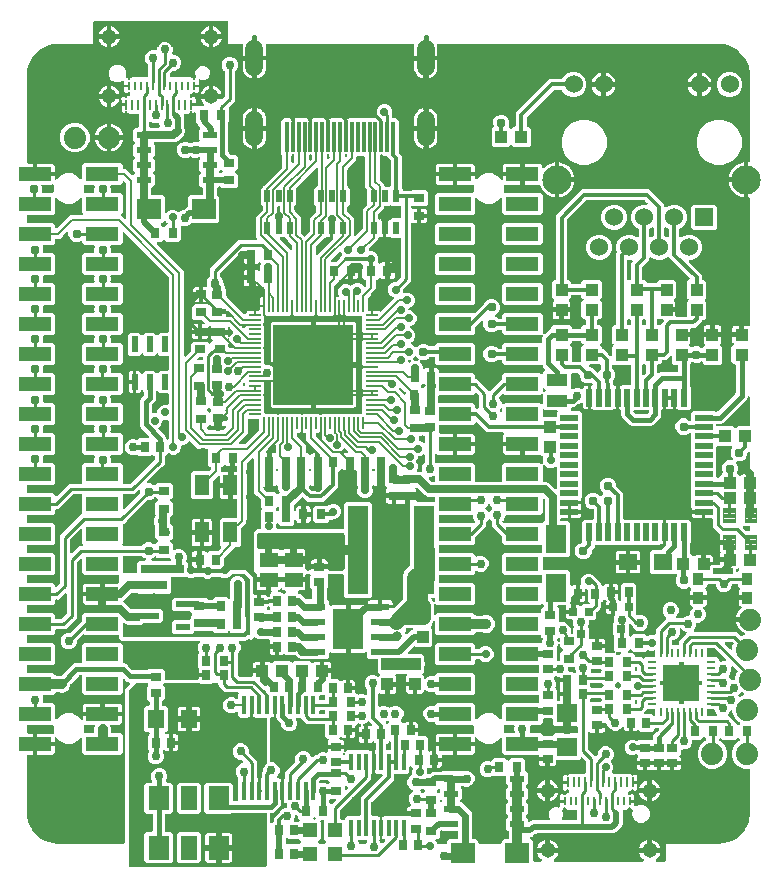
<source format=gbr>
G04 EAGLE Gerber RS-274X export*
G75*
%MOMM*%
%FSLAX34Y34*%
%LPD*%
%INTop Copper*%
%IPPOS*%
%AMOC8*
5,1,8,0,0,1.08239X$1,22.5*%
G01*
%ADD10R,1.800000X1.600000*%
%ADD11R,0.900000X0.700000*%
%ADD12R,0.700000X0.900000*%
%ADD13R,0.530000X1.330000*%
%ADD14R,2.790000X1.270000*%
%ADD15R,1.100000X1.000000*%
%ADD16R,1.000000X1.100000*%
%ADD17R,1.780000X1.020000*%
%ADD18R,1.524000X1.524000*%
%ADD19C,1.524000*%
%ADD20C,2.476500*%
%ADD21R,1.500000X0.550000*%
%ADD22R,0.550000X1.500000*%
%ADD23R,1.600000X1.400000*%
%ADD24R,1.000000X0.200000*%
%ADD25R,0.200000X1.000000*%
%ADD26R,6.750000X6.750000*%
%ADD27C,0.808000*%
%ADD28R,1.200000X1.800000*%
%ADD29R,0.800000X0.900000*%
%ADD30R,0.900000X0.800000*%
%ADD31R,0.914400X0.762000*%
%ADD32R,0.762000X0.914400*%
%ADD33R,1.219200X0.558800*%
%ADD34R,1.800000X2.400000*%
%ADD35R,0.500000X1.050000*%
%ADD36R,0.300000X2.600000*%
%ADD37C,1.498600*%
%ADD38R,0.400000X1.500000*%
%ADD39R,1.800000X2.000000*%
%ADD40R,1.400000X2.000000*%
%ADD41R,0.270000X0.900000*%
%ADD42R,0.270000X0.800000*%
%ADD43C,1.308000*%
%ADD44R,0.800000X0.284600*%
%ADD45R,0.284600X0.800000*%
%ADD46R,3.150000X3.150000*%
%ADD47R,1.200000X0.600000*%
%ADD48R,0.700000X0.700000*%
%ADD49C,1.879600*%
%ADD50R,1.200000X1.200000*%
%ADD51R,1.600000X0.610000*%
%ADD52R,2.620000X3.510000*%
%ADD53R,1.800000X7.500000*%
%ADD54R,1.500000X1.300000*%
%ADD55R,0.350000X1.400000*%
%ADD56R,2.000000X1.700000*%
%ADD57R,1.400000X1.600000*%
%ADD58C,0.110000*%
%ADD59R,0.900000X1.000000*%
%ADD60R,1.700000X0.550000*%
%ADD61C,0.304800*%
%ADD62C,0.787400*%
%ADD63C,0.706400*%
%ADD64C,0.254000*%
%ADD65C,0.635000*%
%ADD66C,0.203200*%
%ADD67C,0.508000*%
%ADD68C,0.406400*%
%ADD69C,0.806400*%
%ADD70C,0.914400*%
%ADD71C,0.756400*%
%ADD72C,6.000000*%
%ADD73C,0.609600*%
%ADD74C,0.812800*%
%ADD75C,0.906400*%
%ADD76C,0.152400*%
%ADD77C,0.381000*%
%ADD78C,0.956400*%
%ADD79C,1.016000*%
%ADD80C,1.778000*%
%ADD81C,1.270000*%

G36*
X525116Y199245D02*
X525116Y199245D01*
X525174Y199247D01*
X525254Y199273D01*
X525337Y199290D01*
X525389Y199317D01*
X525445Y199335D01*
X525501Y199375D01*
X525589Y199421D01*
X525662Y199489D01*
X525718Y199529D01*
X527737Y201549D01*
X537263Y201549D01*
X538765Y200047D01*
X538766Y200046D01*
X538767Y200045D01*
X538880Y199960D01*
X538992Y199876D01*
X538993Y199875D01*
X538995Y199875D01*
X539125Y199825D01*
X539257Y199775D01*
X539259Y199775D01*
X539261Y199774D01*
X539404Y199763D01*
X539541Y199751D01*
X539542Y199752D01*
X539544Y199751D01*
X539560Y199755D01*
X539819Y199807D01*
X539847Y199821D01*
X539871Y199827D01*
X541691Y200581D01*
X544309Y200581D01*
X544777Y200387D01*
X544889Y200358D01*
X544998Y200323D01*
X545026Y200323D01*
X545053Y200316D01*
X545167Y200319D01*
X545282Y200316D01*
X545309Y200323D01*
X545337Y200324D01*
X545446Y200359D01*
X545557Y200388D01*
X545581Y200402D01*
X545608Y200411D01*
X545703Y200475D01*
X545802Y200533D01*
X545821Y200553D01*
X545844Y200569D01*
X545918Y200657D01*
X545996Y200740D01*
X546009Y200765D01*
X546027Y200786D01*
X546073Y200891D01*
X546126Y200994D01*
X546130Y201018D01*
X546142Y201046D01*
X546179Y201310D01*
X546181Y201325D01*
X546181Y205539D01*
X555023Y214381D01*
X555058Y214428D01*
X555101Y214468D01*
X555143Y214541D01*
X555194Y214608D01*
X555215Y214663D01*
X555245Y214713D01*
X555265Y214795D01*
X555295Y214874D01*
X555300Y214932D01*
X555315Y214989D01*
X555312Y215073D01*
X555319Y215157D01*
X555307Y215214D01*
X555306Y215273D01*
X555280Y215353D01*
X555263Y215436D01*
X555236Y215488D01*
X555218Y215543D01*
X555178Y215600D01*
X555132Y215688D01*
X555063Y215760D01*
X555023Y215817D01*
X553209Y217631D01*
X552169Y220141D01*
X552169Y222859D01*
X553209Y225369D01*
X555131Y227291D01*
X557641Y228331D01*
X560359Y228331D01*
X562869Y227291D01*
X564791Y225369D01*
X565831Y222859D01*
X565831Y220141D01*
X564791Y217631D01*
X563712Y216552D01*
X563694Y216528D01*
X563672Y216509D01*
X563609Y216415D01*
X563541Y216325D01*
X563531Y216297D01*
X563514Y216273D01*
X563480Y216165D01*
X563440Y216059D01*
X563437Y216030D01*
X563429Y216002D01*
X563426Y215888D01*
X563416Y215776D01*
X563422Y215747D01*
X563421Y215718D01*
X563450Y215608D01*
X563472Y215497D01*
X563486Y215471D01*
X563493Y215443D01*
X563551Y215345D01*
X563603Y215245D01*
X563623Y215223D01*
X563638Y215198D01*
X563721Y215121D01*
X563799Y215039D01*
X563824Y215024D01*
X563846Y215004D01*
X563947Y214952D01*
X564044Y214895D01*
X564073Y214888D01*
X564099Y214874D01*
X564176Y214861D01*
X564320Y214825D01*
X564382Y214827D01*
X564430Y214819D01*
X568738Y214819D01*
X568825Y214831D01*
X568912Y214834D01*
X568965Y214851D01*
X569020Y214859D01*
X569099Y214894D01*
X569183Y214921D01*
X569222Y214949D01*
X569279Y214975D01*
X569392Y215071D01*
X569456Y215116D01*
X570131Y215791D01*
X572641Y216831D01*
X574154Y216831D01*
X574212Y216839D01*
X574270Y216837D01*
X574352Y216859D01*
X574436Y216871D01*
X574489Y216894D01*
X574545Y216909D01*
X574618Y216952D01*
X574695Y216987D01*
X574740Y217025D01*
X574790Y217054D01*
X574848Y217116D01*
X574912Y217170D01*
X574944Y217219D01*
X574984Y217262D01*
X575023Y217337D01*
X575070Y217407D01*
X575087Y217463D01*
X575114Y217515D01*
X575125Y217583D01*
X575155Y217678D01*
X575158Y217778D01*
X575169Y217846D01*
X575169Y219359D01*
X576209Y221869D01*
X577513Y223173D01*
X577537Y223205D01*
X577566Y223230D01*
X577622Y223318D01*
X577684Y223401D01*
X577698Y223437D01*
X577719Y223470D01*
X577748Y223569D01*
X577785Y223666D01*
X577789Y223705D01*
X577800Y223743D01*
X577800Y223846D01*
X577809Y223950D01*
X577801Y223988D01*
X577802Y224027D01*
X577773Y224127D01*
X577753Y224228D01*
X577735Y224263D01*
X577725Y224301D01*
X577670Y224389D01*
X577622Y224481D01*
X577595Y224509D01*
X577575Y224542D01*
X577498Y224612D01*
X577426Y224687D01*
X577393Y224707D01*
X577364Y224733D01*
X577293Y224765D01*
X577181Y224830D01*
X577109Y224849D01*
X577058Y224872D01*
X577019Y224882D01*
X576440Y225217D01*
X575967Y225690D01*
X575632Y226269D01*
X575459Y226916D01*
X575459Y230219D01*
X581484Y230219D01*
X581542Y230227D01*
X581600Y230225D01*
X581682Y230247D01*
X581765Y230259D01*
X581819Y230283D01*
X581875Y230297D01*
X581948Y230340D01*
X582025Y230375D01*
X582069Y230413D01*
X582120Y230443D01*
X582177Y230504D01*
X582242Y230559D01*
X582274Y230607D01*
X582314Y230650D01*
X582353Y230725D01*
X582399Y230795D01*
X582417Y230851D01*
X582444Y230903D01*
X582455Y230971D01*
X582485Y231066D01*
X582488Y231166D01*
X582499Y231234D01*
X582499Y233266D01*
X582491Y233324D01*
X582492Y233382D01*
X582471Y233464D01*
X582459Y233547D01*
X582435Y233601D01*
X582421Y233657D01*
X582378Y233730D01*
X582343Y233807D01*
X582305Y233851D01*
X582275Y233902D01*
X582214Y233959D01*
X582159Y234024D01*
X582111Y234056D01*
X582068Y234096D01*
X581993Y234135D01*
X581923Y234181D01*
X581867Y234199D01*
X581815Y234226D01*
X581747Y234237D01*
X581652Y234267D01*
X581552Y234270D01*
X581484Y234281D01*
X575459Y234281D01*
X575459Y237584D01*
X575632Y238231D01*
X575967Y238810D01*
X576330Y239173D01*
X576365Y239220D01*
X576407Y239260D01*
X576450Y239333D01*
X576501Y239400D01*
X576521Y239455D01*
X576551Y239505D01*
X576572Y239587D01*
X576602Y239666D01*
X576607Y239724D01*
X576621Y239781D01*
X576618Y239865D01*
X576625Y239949D01*
X576614Y240006D01*
X576612Y240065D01*
X576586Y240145D01*
X576570Y240228D01*
X576543Y240280D01*
X576525Y240335D01*
X576485Y240392D01*
X576439Y240480D01*
X576370Y240553D01*
X576330Y240609D01*
X575788Y241151D01*
X575741Y241186D01*
X575701Y241228D01*
X575628Y241271D01*
X575561Y241322D01*
X575506Y241342D01*
X575455Y241372D01*
X575374Y241393D01*
X575295Y241423D01*
X575237Y241428D01*
X575180Y241442D01*
X575095Y241439D01*
X575012Y241446D01*
X574954Y241435D01*
X574896Y241433D01*
X574816Y241407D01*
X574733Y241390D01*
X574681Y241364D01*
X574625Y241346D01*
X574569Y241305D01*
X574481Y241259D01*
X574408Y241191D01*
X574352Y241151D01*
X574187Y240986D01*
X571620Y239922D01*
X568840Y239922D01*
X566273Y240986D01*
X564308Y242951D01*
X563244Y245518D01*
X563244Y248298D01*
X564308Y250865D01*
X564384Y250941D01*
X564401Y250965D01*
X564424Y250984D01*
X564487Y251078D01*
X564555Y251168D01*
X564565Y251196D01*
X564581Y251220D01*
X564616Y251328D01*
X564656Y251434D01*
X564658Y251463D01*
X564667Y251491D01*
X564670Y251604D01*
X564680Y251717D01*
X564674Y251746D01*
X564674Y251775D01*
X564646Y251885D01*
X564624Y251996D01*
X564610Y252022D01*
X564603Y252050D01*
X564545Y252147D01*
X564493Y252248D01*
X564472Y252270D01*
X564457Y252295D01*
X564375Y252372D01*
X564297Y252454D01*
X564272Y252469D01*
X564250Y252489D01*
X564149Y252541D01*
X564052Y252598D01*
X564023Y252605D01*
X563997Y252619D01*
X563920Y252632D01*
X563776Y252668D01*
X563714Y252666D01*
X563666Y252674D01*
X562996Y252674D01*
X562910Y252662D01*
X562822Y252659D01*
X562770Y252642D01*
X562715Y252634D01*
X562635Y252599D01*
X562552Y252572D01*
X562512Y252544D01*
X562455Y252518D01*
X562342Y252422D01*
X562278Y252377D01*
X562108Y252206D01*
X543582Y252206D01*
X541796Y253992D01*
X541796Y270518D01*
X543582Y272304D01*
X551123Y272304D01*
X551124Y272304D01*
X551126Y272304D01*
X551266Y272324D01*
X551404Y272344D01*
X551406Y272344D01*
X551407Y272344D01*
X551533Y272401D01*
X551664Y272460D01*
X551665Y272461D01*
X551666Y272462D01*
X551774Y272553D01*
X551881Y272643D01*
X551882Y272645D01*
X551883Y272646D01*
X551891Y272659D01*
X552038Y272880D01*
X552048Y272909D01*
X552061Y272930D01*
X552461Y273896D01*
X554033Y275468D01*
X555175Y276610D01*
X555227Y276680D01*
X555287Y276744D01*
X555313Y276793D01*
X555346Y276837D01*
X555377Y276919D01*
X555417Y276997D01*
X555425Y277044D01*
X555447Y277103D01*
X555459Y277251D01*
X555472Y277328D01*
X555472Y287319D01*
X555464Y287377D01*
X555466Y287435D01*
X555444Y287517D01*
X555432Y287600D01*
X555409Y287654D01*
X555402Y287678D01*
X555417Y287706D01*
X555428Y287774D01*
X555458Y287869D01*
X555461Y287969D01*
X555472Y288037D01*
X555472Y297719D01*
X557157Y297719D01*
X557243Y297731D01*
X557331Y297734D01*
X557383Y297751D01*
X557438Y297759D01*
X557518Y297794D01*
X557601Y297821D01*
X557640Y297849D01*
X557698Y297875D01*
X557811Y297971D01*
X557875Y298016D01*
X558085Y298227D01*
X574111Y298227D01*
X575897Y296441D01*
X575897Y278915D01*
X575476Y278495D01*
X575465Y278480D01*
X575457Y278473D01*
X575433Y278437D01*
X575424Y278425D01*
X575364Y278361D01*
X575338Y278311D01*
X575305Y278267D01*
X575274Y278186D01*
X575234Y278108D01*
X575226Y278060D01*
X575204Y278002D01*
X575192Y277854D01*
X575179Y277777D01*
X575179Y269787D01*
X575187Y269729D01*
X575185Y269671D01*
X575207Y269589D01*
X575219Y269505D01*
X575242Y269452D01*
X575257Y269396D01*
X575300Y269323D01*
X575335Y269246D01*
X575373Y269201D01*
X575402Y269151D01*
X575464Y269093D01*
X575518Y269029D01*
X575567Y268997D01*
X575610Y268957D01*
X575685Y268918D01*
X575755Y268871D01*
X575811Y268854D01*
X575863Y268827D01*
X575931Y268816D01*
X576026Y268786D01*
X576126Y268783D01*
X576194Y268772D01*
X576625Y268772D01*
X578003Y267393D01*
X578050Y267358D01*
X578090Y267316D01*
X578163Y267273D01*
X578230Y267222D01*
X578285Y267201D01*
X578336Y267172D01*
X578417Y267151D01*
X578496Y267121D01*
X578555Y267116D01*
X578611Y267102D01*
X578695Y267105D01*
X578779Y267098D01*
X578837Y267109D01*
X578895Y267111D01*
X578975Y267137D01*
X579058Y267153D01*
X579110Y267180D01*
X579166Y267198D01*
X579222Y267238D01*
X579311Y267284D01*
X579383Y267353D01*
X579439Y267393D01*
X579802Y267756D01*
X580381Y268091D01*
X581028Y268264D01*
X584831Y268264D01*
X584831Y261739D01*
X584839Y261681D01*
X584837Y261623D01*
X584859Y261541D01*
X584871Y261458D01*
X584895Y261404D01*
X584909Y261348D01*
X584952Y261275D01*
X584987Y261198D01*
X585025Y261154D01*
X585055Y261103D01*
X585116Y261046D01*
X585171Y260981D01*
X585219Y260949D01*
X585262Y260909D01*
X585337Y260870D01*
X585407Y260824D01*
X585463Y260806D01*
X585515Y260779D01*
X585583Y260768D01*
X585678Y260738D01*
X585778Y260735D01*
X585846Y260724D01*
X586863Y260724D01*
X586863Y259707D01*
X586871Y259649D01*
X586870Y259591D01*
X586891Y259509D01*
X586903Y259426D01*
X586927Y259372D01*
X586941Y259316D01*
X586984Y259243D01*
X587019Y259166D01*
X587057Y259121D01*
X587087Y259071D01*
X587148Y259013D01*
X587203Y258949D01*
X587251Y258917D01*
X587294Y258877D01*
X587369Y258838D01*
X587439Y258792D01*
X587495Y258774D01*
X587547Y258747D01*
X587615Y258736D01*
X587710Y258706D01*
X587810Y258703D01*
X587878Y258692D01*
X591928Y258692D01*
X592015Y258704D01*
X592102Y258707D01*
X592155Y258724D01*
X592210Y258732D01*
X592289Y258767D01*
X592373Y258794D01*
X592412Y258822D01*
X592469Y258848D01*
X592582Y258944D01*
X592646Y258989D01*
X592940Y259283D01*
X593519Y259618D01*
X594166Y259791D01*
X600161Y259791D01*
X600219Y259799D01*
X600277Y259797D01*
X600359Y259819D01*
X600443Y259831D01*
X600496Y259854D01*
X600552Y259869D01*
X600625Y259912D01*
X600702Y259947D01*
X600747Y259985D01*
X600797Y260014D01*
X600855Y260076D01*
X600919Y260130D01*
X600951Y260179D01*
X600991Y260222D01*
X601030Y260297D01*
X601077Y260367D01*
X601094Y260423D01*
X601121Y260475D01*
X601132Y260543D01*
X601162Y260638D01*
X601165Y260738D01*
X601176Y260806D01*
X601176Y262416D01*
X608201Y262416D01*
X608259Y262424D01*
X608317Y262422D01*
X608399Y262444D01*
X608482Y262456D01*
X608536Y262480D01*
X608592Y262494D01*
X608665Y262537D01*
X608742Y262572D01*
X608786Y262610D01*
X608837Y262640D01*
X608894Y262701D01*
X608959Y262756D01*
X608991Y262804D01*
X609031Y262847D01*
X609070Y262922D01*
X609116Y262992D01*
X609134Y263048D01*
X609161Y263100D01*
X609172Y263168D01*
X609202Y263263D01*
X609205Y263363D01*
X609216Y263431D01*
X609216Y264448D01*
X610233Y264448D01*
X610291Y264456D01*
X610349Y264455D01*
X610431Y264476D01*
X610514Y264488D01*
X610568Y264512D01*
X610624Y264526D01*
X610697Y264569D01*
X610774Y264604D01*
X610818Y264642D01*
X610869Y264672D01*
X610926Y264733D01*
X610991Y264788D01*
X611023Y264836D01*
X611063Y264879D01*
X611102Y264954D01*
X611148Y265024D01*
X611166Y265080D01*
X611193Y265132D01*
X611204Y265200D01*
X611234Y265295D01*
X611237Y265395D01*
X611248Y265463D01*
X611248Y268944D01*
X611240Y269002D01*
X611241Y269060D01*
X611220Y269142D01*
X611208Y269226D01*
X611184Y269279D01*
X611170Y269335D01*
X611127Y269408D01*
X611092Y269485D01*
X611054Y269530D01*
X611024Y269580D01*
X610963Y269638D01*
X610908Y269702D01*
X610860Y269734D01*
X610817Y269774D01*
X610742Y269813D01*
X610672Y269860D01*
X610616Y269877D01*
X610564Y269904D01*
X610531Y269909D01*
X610531Y277984D01*
X610523Y278042D01*
X610524Y278100D01*
X610503Y278182D01*
X610491Y278265D01*
X610467Y278319D01*
X610453Y278375D01*
X610410Y278448D01*
X610375Y278525D01*
X610337Y278569D01*
X610307Y278620D01*
X610246Y278677D01*
X610191Y278742D01*
X610143Y278774D01*
X610100Y278814D01*
X610025Y278853D01*
X609955Y278899D01*
X609899Y278917D01*
X609847Y278944D01*
X609779Y278955D01*
X609684Y278985D01*
X609584Y278988D01*
X609516Y278999D01*
X608499Y278999D01*
X608499Y280016D01*
X608491Y280074D01*
X608492Y280132D01*
X608471Y280214D01*
X608459Y280297D01*
X608435Y280351D01*
X608421Y280407D01*
X608378Y280480D01*
X608343Y280557D01*
X608305Y280601D01*
X608275Y280652D01*
X608214Y280709D01*
X608159Y280774D01*
X608111Y280806D01*
X608068Y280846D01*
X607993Y280885D01*
X607923Y280931D01*
X607867Y280949D01*
X607815Y280976D01*
X607747Y280987D01*
X607652Y281017D01*
X607552Y281020D01*
X607484Y281031D01*
X600459Y281031D01*
X600459Y285357D01*
X600535Y285639D01*
X600544Y285717D01*
X600564Y285792D01*
X600562Y285857D01*
X600569Y285922D01*
X600557Y285998D01*
X600555Y286076D01*
X600535Y286138D01*
X600524Y286202D01*
X600491Y286273D01*
X600467Y286347D01*
X600435Y286392D01*
X600403Y286460D01*
X600350Y286520D01*
X600329Y286555D01*
X600298Y286584D01*
X600272Y286620D01*
X594617Y292275D01*
X594617Y298372D01*
X594609Y298430D01*
X594611Y298488D01*
X594589Y298570D01*
X594577Y298654D01*
X594554Y298707D01*
X594539Y298763D01*
X594496Y298836D01*
X594461Y298913D01*
X594423Y298958D01*
X594394Y299008D01*
X594332Y299066D01*
X594278Y299130D01*
X594229Y299162D01*
X594186Y299202D01*
X594111Y299241D01*
X594041Y299288D01*
X593985Y299305D01*
X593933Y299332D01*
X593865Y299343D01*
X593770Y299373D01*
X593670Y299376D01*
X593602Y299387D01*
X588472Y299387D01*
X588472Y304319D01*
X588464Y304377D01*
X588466Y304435D01*
X588444Y304517D01*
X588432Y304600D01*
X588409Y304654D01*
X588394Y304710D01*
X588351Y304783D01*
X588316Y304860D01*
X588278Y304904D01*
X588249Y304955D01*
X588187Y305012D01*
X588133Y305077D01*
X588084Y305109D01*
X588041Y305149D01*
X587966Y305188D01*
X587896Y305234D01*
X587840Y305252D01*
X587788Y305279D01*
X587720Y305290D01*
X587718Y305291D01*
X587714Y305319D01*
X587690Y305372D01*
X587676Y305428D01*
X587632Y305501D01*
X587598Y305578D01*
X587560Y305623D01*
X587530Y305673D01*
X587469Y305731D01*
X587414Y305795D01*
X587366Y305827D01*
X587323Y305867D01*
X587248Y305906D01*
X587178Y305953D01*
X587122Y305970D01*
X587070Y305997D01*
X587002Y306008D01*
X586907Y306038D01*
X586807Y306041D01*
X586739Y306052D01*
X577057Y306052D01*
X577057Y307737D01*
X577045Y307823D01*
X577042Y307911D01*
X577025Y307963D01*
X577017Y308018D01*
X576982Y308098D01*
X576955Y308181D01*
X576927Y308220D01*
X576901Y308278D01*
X576805Y308391D01*
X576760Y308455D01*
X576549Y308665D01*
X576549Y371090D01*
X576541Y371148D01*
X576543Y371206D01*
X576521Y371288D01*
X576509Y371372D01*
X576486Y371425D01*
X576471Y371481D01*
X576428Y371554D01*
X576393Y371631D01*
X576355Y371676D01*
X576326Y371726D01*
X576264Y371784D01*
X576210Y371848D01*
X576161Y371880D01*
X576118Y371920D01*
X576043Y371959D01*
X575973Y372006D01*
X575917Y372023D01*
X575865Y372050D01*
X575797Y372061D01*
X575702Y372091D01*
X575602Y372094D01*
X575534Y372105D01*
X575405Y372105D01*
X575319Y372093D01*
X575231Y372090D01*
X575178Y372073D01*
X575124Y372065D01*
X575044Y372030D01*
X574961Y372003D01*
X574921Y371975D01*
X574864Y371949D01*
X574751Y371853D01*
X574687Y371808D01*
X573957Y371078D01*
X571390Y370014D01*
X568610Y370014D01*
X566043Y371078D01*
X564078Y373043D01*
X563014Y375610D01*
X563014Y378390D01*
X564078Y380957D01*
X566043Y382922D01*
X568610Y383986D01*
X571390Y383986D01*
X573957Y382922D01*
X574816Y382063D01*
X574840Y382046D01*
X574859Y382023D01*
X574953Y381960D01*
X575043Y381892D01*
X575071Y381882D01*
X575095Y381866D01*
X575203Y381831D01*
X575309Y381791D01*
X575338Y381789D01*
X575366Y381780D01*
X575480Y381777D01*
X575592Y381768D01*
X575621Y381773D01*
X575650Y381773D01*
X575760Y381801D01*
X575871Y381823D01*
X575897Y381837D01*
X575925Y381844D01*
X576023Y381902D01*
X576123Y381954D01*
X576145Y381975D01*
X576170Y381990D01*
X576247Y382072D01*
X576329Y382150D01*
X576344Y382175D01*
X576364Y382197D01*
X576416Y382298D01*
X576473Y382395D01*
X576480Y382424D01*
X576494Y382450D01*
X576507Y382527D01*
X576543Y382671D01*
X576541Y382733D01*
X576549Y382781D01*
X576549Y388691D01*
X578335Y390477D01*
X595861Y390477D01*
X596281Y390056D01*
X596351Y390004D01*
X596415Y389944D01*
X596465Y389918D01*
X596509Y389885D01*
X596590Y389854D01*
X596668Y389814D01*
X596716Y389806D01*
X596774Y389784D01*
X596922Y389772D01*
X596999Y389759D01*
X598053Y389759D01*
X598140Y389771D01*
X598227Y389774D01*
X598280Y389791D01*
X598334Y389799D01*
X598414Y389834D01*
X598497Y389861D01*
X598537Y389889D01*
X598594Y389915D01*
X598707Y390011D01*
X598771Y390056D01*
X613620Y404905D01*
X613672Y404975D01*
X613732Y405039D01*
X613758Y405088D01*
X613791Y405132D01*
X613822Y405214D01*
X613862Y405292D01*
X613870Y405340D01*
X613892Y405398D01*
X613904Y405546D01*
X613917Y405623D01*
X613917Y428714D01*
X613909Y428772D01*
X613911Y428830D01*
X613889Y428912D01*
X613877Y428996D01*
X613854Y429049D01*
X613839Y429105D01*
X613796Y429178D01*
X613761Y429255D01*
X613723Y429300D01*
X613694Y429350D01*
X613632Y429408D01*
X613578Y429472D01*
X613529Y429504D01*
X613486Y429544D01*
X613411Y429583D01*
X613341Y429630D01*
X613285Y429647D01*
X613233Y429674D01*
X613165Y429685D01*
X613070Y429715D01*
X612970Y429718D01*
X612902Y429729D01*
X612235Y429729D01*
X610449Y431515D01*
X610449Y444041D01*
X612407Y445998D01*
X612436Y446037D01*
X612472Y446070D01*
X612521Y446150D01*
X612578Y446226D01*
X612595Y446271D01*
X612621Y446313D01*
X612646Y446403D01*
X612679Y446491D01*
X612683Y446540D01*
X612696Y446587D01*
X612695Y446681D01*
X612703Y446775D01*
X612693Y446822D01*
X612692Y446871D01*
X612665Y446961D01*
X612647Y447053D01*
X612624Y447097D01*
X612610Y447143D01*
X612559Y447222D01*
X612516Y447306D01*
X612482Y447341D01*
X612456Y447382D01*
X612398Y447429D01*
X612320Y447512D01*
X612245Y447556D01*
X612197Y447596D01*
X611938Y447745D01*
X611465Y448218D01*
X611130Y448797D01*
X610957Y449444D01*
X610957Y452747D01*
X617982Y452747D01*
X618040Y452755D01*
X618098Y452753D01*
X618180Y452775D01*
X618263Y452787D01*
X618317Y452811D01*
X618373Y452825D01*
X618446Y452868D01*
X618523Y452903D01*
X618567Y452941D01*
X618618Y452971D01*
X618675Y453032D01*
X618740Y453087D01*
X618772Y453135D01*
X618812Y453178D01*
X618851Y453253D01*
X618897Y453323D01*
X618915Y453379D01*
X618942Y453431D01*
X618953Y453499D01*
X618983Y453594D01*
X618986Y453694D01*
X618997Y453762D01*
X618997Y454779D01*
X620014Y454779D01*
X620072Y454787D01*
X620130Y454786D01*
X620212Y454807D01*
X620295Y454819D01*
X620349Y454843D01*
X620405Y454857D01*
X620478Y454900D01*
X620555Y454935D01*
X620599Y454973D01*
X620650Y455003D01*
X620707Y455064D01*
X620772Y455119D01*
X620804Y455167D01*
X620844Y455210D01*
X620883Y455285D01*
X620929Y455355D01*
X620947Y455411D01*
X620974Y455463D01*
X620985Y455531D01*
X621015Y455626D01*
X621018Y455726D01*
X621029Y455794D01*
X621029Y462319D01*
X624946Y462319D01*
X625019Y462310D01*
X625067Y462318D01*
X625116Y462316D01*
X625207Y462340D01*
X625299Y462355D01*
X625344Y462376D01*
X625391Y462388D01*
X625472Y462436D01*
X625557Y462476D01*
X625594Y462508D01*
X625636Y462533D01*
X625700Y462602D01*
X625770Y462663D01*
X625797Y462705D01*
X625830Y462741D01*
X625873Y462824D01*
X625923Y462903D01*
X625937Y462950D01*
X625960Y462994D01*
X625972Y463067D01*
X626004Y463176D01*
X626005Y463263D01*
X626015Y463325D01*
X626015Y570188D01*
X625996Y570323D01*
X625978Y570461D01*
X625976Y570465D01*
X625975Y570470D01*
X625919Y570596D01*
X625864Y570721D01*
X625861Y570725D01*
X625859Y570729D01*
X625770Y570835D01*
X625682Y570940D01*
X625678Y570942D01*
X625676Y570946D01*
X625561Y571022D01*
X625447Y571100D01*
X625443Y571101D01*
X625439Y571104D01*
X625306Y571146D01*
X625177Y571188D01*
X625173Y571188D01*
X625168Y571189D01*
X624884Y571197D01*
X624861Y571191D01*
X624841Y571191D01*
X624839Y571190D01*
X624839Y584962D01*
X624831Y585020D01*
X624833Y585078D01*
X624811Y585160D01*
X624799Y585243D01*
X624775Y585297D01*
X624761Y585353D01*
X624718Y585426D01*
X624683Y585503D01*
X624645Y585547D01*
X624615Y585598D01*
X624554Y585655D01*
X624499Y585720D01*
X624451Y585752D01*
X624408Y585792D01*
X624333Y585831D01*
X624263Y585877D01*
X624207Y585895D01*
X624155Y585922D01*
X624087Y585933D01*
X623992Y585963D01*
X623892Y585966D01*
X623824Y585977D01*
X622807Y585977D01*
X622807Y585979D01*
X623824Y585979D01*
X623882Y585987D01*
X623940Y585986D01*
X624022Y586007D01*
X624105Y586019D01*
X624159Y586043D01*
X624215Y586057D01*
X624288Y586100D01*
X624365Y586135D01*
X624410Y586173D01*
X624460Y586203D01*
X624518Y586264D01*
X624582Y586319D01*
X624614Y586367D01*
X624654Y586410D01*
X624693Y586485D01*
X624739Y586555D01*
X624757Y586611D01*
X624784Y586663D01*
X624795Y586731D01*
X624825Y586826D01*
X624828Y586926D01*
X624839Y586994D01*
X624839Y600766D01*
X624841Y600765D01*
X624978Y600763D01*
X625116Y600759D01*
X625121Y600761D01*
X625125Y600760D01*
X625259Y600797D01*
X625391Y600831D01*
X625395Y600834D01*
X625400Y600835D01*
X625519Y600907D01*
X625636Y600976D01*
X625639Y600980D01*
X625643Y600982D01*
X625736Y601083D01*
X625830Y601184D01*
X625832Y601188D01*
X625836Y601191D01*
X625897Y601314D01*
X625960Y601437D01*
X625960Y601441D01*
X625963Y601446D01*
X626014Y601725D01*
X626012Y601749D01*
X626015Y601768D01*
X626015Y675000D01*
X626010Y675040D01*
X626013Y675072D01*
X625758Y678630D01*
X625741Y678712D01*
X625738Y678774D01*
X624979Y682259D01*
X624950Y682338D01*
X624939Y682398D01*
X623692Y685740D01*
X623652Y685814D01*
X623632Y685872D01*
X621922Y689003D01*
X621872Y689070D01*
X621844Y689124D01*
X619707Y691980D01*
X619647Y692040D01*
X619612Y692089D01*
X617089Y694612D01*
X617022Y694662D01*
X616980Y694707D01*
X614124Y696844D01*
X614051Y696885D01*
X614003Y696922D01*
X610872Y698632D01*
X610793Y698661D01*
X610740Y698692D01*
X607398Y699939D01*
X607316Y699957D01*
X607259Y699979D01*
X603774Y700738D01*
X603690Y700744D01*
X603630Y700758D01*
X600072Y701013D01*
X600032Y701010D01*
X600000Y701015D01*
X362065Y701015D01*
X361991Y701005D01*
X361915Y701004D01*
X361851Y700985D01*
X361784Y700975D01*
X361715Y700945D01*
X361643Y700923D01*
X361586Y700887D01*
X361524Y700859D01*
X361467Y700811D01*
X361404Y700770D01*
X361359Y700719D01*
X361307Y700676D01*
X361266Y700613D01*
X361216Y700556D01*
X361187Y700495D01*
X361150Y700439D01*
X361127Y700367D01*
X361095Y700299D01*
X361084Y700232D01*
X361064Y700168D01*
X361062Y700093D01*
X361050Y700018D01*
X361059Y699961D01*
X361057Y699884D01*
X361088Y699763D01*
X361100Y699686D01*
X361343Y698939D01*
X361590Y697379D01*
X361590Y691127D01*
X360045Y691127D01*
X360044Y691127D01*
X360042Y691127D01*
X359903Y691107D01*
X359764Y691087D01*
X359762Y691087D01*
X359761Y691087D01*
X359635Y691030D01*
X359504Y690971D01*
X359503Y690970D01*
X359502Y690969D01*
X359394Y690878D01*
X359287Y690787D01*
X359286Y690786D01*
X359285Y690785D01*
X359277Y690772D01*
X359130Y690551D01*
X359120Y690522D01*
X359107Y690500D01*
X358645Y689385D01*
X358623Y689300D01*
X358592Y689218D01*
X358588Y689163D01*
X358574Y689109D01*
X358577Y689022D01*
X358570Y688935D01*
X358580Y688887D01*
X358582Y688825D01*
X358627Y688684D01*
X358645Y688607D01*
X359024Y687691D01*
X359025Y687690D01*
X359026Y687689D01*
X359096Y687571D01*
X359169Y687447D01*
X359170Y687446D01*
X359171Y687444D01*
X359275Y687347D01*
X359376Y687251D01*
X359377Y687251D01*
X359378Y687250D01*
X359504Y687185D01*
X359628Y687121D01*
X359630Y687121D01*
X359631Y687120D01*
X359646Y687118D01*
X359907Y687066D01*
X359938Y687069D01*
X359962Y687065D01*
X361590Y687065D01*
X361590Y680813D01*
X361343Y679253D01*
X360855Y677751D01*
X360138Y676344D01*
X359209Y675066D01*
X358093Y673950D01*
X356815Y673021D01*
X355408Y672304D01*
X353906Y671816D01*
X353587Y671766D01*
X353587Y672932D01*
X353579Y672990D01*
X353581Y673048D01*
X353559Y673130D01*
X353547Y673214D01*
X353523Y673267D01*
X353509Y673323D01*
X353466Y673396D01*
X353431Y673473D01*
X353393Y673518D01*
X353363Y673568D01*
X353302Y673626D01*
X353247Y673690D01*
X353199Y673722D01*
X353156Y673762D01*
X353081Y673801D01*
X353011Y673848D01*
X352955Y673865D01*
X352903Y673892D01*
X352835Y673903D01*
X352740Y673933D01*
X352640Y673936D01*
X352572Y673947D01*
X350540Y673947D01*
X350482Y673939D01*
X350424Y673941D01*
X350342Y673919D01*
X350259Y673907D01*
X350205Y673884D01*
X350149Y673869D01*
X350076Y673826D01*
X349999Y673791D01*
X349954Y673753D01*
X349904Y673724D01*
X349846Y673662D01*
X349782Y673608D01*
X349750Y673559D01*
X349710Y673516D01*
X349671Y673441D01*
X349625Y673371D01*
X349607Y673315D01*
X349580Y673263D01*
X349569Y673195D01*
X349539Y673100D01*
X349536Y673000D01*
X349525Y672932D01*
X349525Y671766D01*
X349206Y671816D01*
X347704Y672304D01*
X346297Y673021D01*
X345019Y673950D01*
X343903Y675066D01*
X342974Y676344D01*
X342257Y677751D01*
X341769Y679253D01*
X341522Y680813D01*
X341522Y687065D01*
X343150Y687065D01*
X343151Y687065D01*
X343153Y687065D01*
X343293Y687085D01*
X343431Y687105D01*
X343433Y687105D01*
X343434Y687105D01*
X343560Y687162D01*
X343691Y687221D01*
X343692Y687222D01*
X343693Y687223D01*
X343800Y687314D01*
X343908Y687405D01*
X343908Y687406D01*
X343910Y687407D01*
X343918Y687420D01*
X344065Y687641D01*
X344074Y687670D01*
X344088Y687691D01*
X344467Y688607D01*
X344489Y688692D01*
X344520Y688774D01*
X344524Y688829D01*
X344538Y688883D01*
X344535Y688970D01*
X344542Y689057D01*
X344532Y689105D01*
X344530Y689167D01*
X344485Y689308D01*
X344467Y689385D01*
X344005Y690500D01*
X344004Y690502D01*
X344004Y690503D01*
X343935Y690619D01*
X343860Y690745D01*
X343859Y690746D01*
X343858Y690748D01*
X343754Y690845D01*
X343654Y690940D01*
X343652Y690941D01*
X343651Y690942D01*
X343525Y691007D01*
X343401Y691071D01*
X343399Y691071D01*
X343398Y691072D01*
X343383Y691074D01*
X343122Y691126D01*
X343091Y691123D01*
X343067Y691127D01*
X341522Y691127D01*
X341522Y697379D01*
X341769Y698939D01*
X342012Y699686D01*
X342025Y699760D01*
X342048Y699832D01*
X342050Y699900D01*
X342061Y699966D01*
X342053Y700041D01*
X342055Y700116D01*
X342038Y700182D01*
X342031Y700249D01*
X342002Y700319D01*
X341983Y700391D01*
X341949Y700449D01*
X341923Y700512D01*
X341877Y700571D01*
X341838Y700636D01*
X341789Y700682D01*
X341747Y700735D01*
X341686Y700779D01*
X341631Y700830D01*
X341571Y700861D01*
X341516Y700900D01*
X341445Y700926D01*
X341378Y700960D01*
X341321Y700969D01*
X341248Y700995D01*
X341123Y701003D01*
X341047Y701015D01*
X217065Y701015D01*
X216991Y701005D01*
X216915Y701004D01*
X216851Y700985D01*
X216784Y700975D01*
X216715Y700945D01*
X216643Y700923D01*
X216586Y700887D01*
X216524Y700859D01*
X216467Y700811D01*
X216404Y700770D01*
X216359Y700719D01*
X216307Y700676D01*
X216266Y700613D01*
X216216Y700556D01*
X216187Y700495D01*
X216150Y700439D01*
X216127Y700367D01*
X216095Y700299D01*
X216084Y700232D01*
X216064Y700168D01*
X216062Y700093D01*
X216050Y700018D01*
X216059Y699961D01*
X216057Y699884D01*
X216088Y699763D01*
X216100Y699686D01*
X216343Y698939D01*
X216590Y697379D01*
X216590Y691127D01*
X215045Y691127D01*
X215044Y691127D01*
X215042Y691127D01*
X214901Y691107D01*
X214764Y691087D01*
X214762Y691087D01*
X214761Y691087D01*
X214633Y691029D01*
X214504Y690971D01*
X214503Y690970D01*
X214502Y690969D01*
X214394Y690878D01*
X214287Y690787D01*
X214286Y690786D01*
X214285Y690785D01*
X214277Y690772D01*
X214130Y690551D01*
X214120Y690522D01*
X214107Y690500D01*
X213645Y689385D01*
X213623Y689300D01*
X213592Y689218D01*
X213588Y689163D01*
X213574Y689109D01*
X213577Y689022D01*
X213570Y688935D01*
X213580Y688888D01*
X213582Y688825D01*
X213627Y688684D01*
X213645Y688608D01*
X214024Y687692D01*
X214025Y687690D01*
X214026Y687689D01*
X214098Y687567D01*
X214169Y687447D01*
X214170Y687446D01*
X214171Y687444D01*
X214275Y687347D01*
X214376Y687252D01*
X214377Y687251D01*
X214378Y687250D01*
X214504Y687185D01*
X214628Y687121D01*
X214630Y687121D01*
X214631Y687120D01*
X214646Y687118D01*
X214907Y687066D01*
X214938Y687069D01*
X214962Y687065D01*
X216590Y687065D01*
X216590Y680813D01*
X216343Y679253D01*
X215855Y677751D01*
X215138Y676344D01*
X214209Y675066D01*
X213093Y673950D01*
X211815Y673021D01*
X210408Y672304D01*
X208906Y671816D01*
X208587Y671766D01*
X208587Y672932D01*
X208579Y672990D01*
X208581Y673048D01*
X208559Y673130D01*
X208547Y673214D01*
X208523Y673267D01*
X208509Y673323D01*
X208466Y673396D01*
X208431Y673473D01*
X208393Y673518D01*
X208363Y673568D01*
X208302Y673626D01*
X208247Y673690D01*
X208199Y673722D01*
X208156Y673762D01*
X208081Y673801D01*
X208011Y673848D01*
X207955Y673865D01*
X207903Y673892D01*
X207835Y673903D01*
X207740Y673933D01*
X207640Y673936D01*
X207572Y673947D01*
X205540Y673947D01*
X205482Y673939D01*
X205424Y673941D01*
X205342Y673919D01*
X205259Y673907D01*
X205205Y673884D01*
X205149Y673869D01*
X205076Y673826D01*
X204999Y673791D01*
X204954Y673753D01*
X204904Y673724D01*
X204846Y673662D01*
X204782Y673608D01*
X204750Y673559D01*
X204710Y673516D01*
X204671Y673441D01*
X204625Y673371D01*
X204607Y673315D01*
X204580Y673263D01*
X204569Y673195D01*
X204539Y673100D01*
X204536Y673000D01*
X204525Y672932D01*
X204525Y671766D01*
X204206Y671816D01*
X202704Y672304D01*
X201297Y673021D01*
X200019Y673950D01*
X198903Y675066D01*
X197974Y676344D01*
X197257Y677751D01*
X196769Y679253D01*
X196522Y680813D01*
X196522Y687065D01*
X198150Y687065D01*
X198151Y687065D01*
X198153Y687065D01*
X198293Y687085D01*
X198431Y687105D01*
X198433Y687105D01*
X198434Y687105D01*
X198562Y687163D01*
X198691Y687221D01*
X198692Y687222D01*
X198693Y687223D01*
X198800Y687314D01*
X198908Y687405D01*
X198908Y687406D01*
X198910Y687407D01*
X198918Y687420D01*
X199065Y687641D01*
X199074Y687670D01*
X199088Y687692D01*
X199467Y688608D01*
X199489Y688692D01*
X199520Y688774D01*
X199524Y688829D01*
X199538Y688883D01*
X199535Y688970D01*
X199542Y689057D01*
X199532Y689105D01*
X199530Y689167D01*
X199485Y689308D01*
X199467Y689385D01*
X199005Y690500D01*
X199004Y690502D01*
X199004Y690503D01*
X198935Y690619D01*
X198860Y690745D01*
X198859Y690746D01*
X198858Y690748D01*
X198754Y690845D01*
X198654Y690940D01*
X198652Y690941D01*
X198651Y690942D01*
X198525Y691007D01*
X198401Y691071D01*
X198399Y691071D01*
X198398Y691072D01*
X198383Y691074D01*
X198122Y691126D01*
X198091Y691123D01*
X198067Y691127D01*
X196522Y691127D01*
X196522Y697379D01*
X196769Y698939D01*
X197012Y699686D01*
X197025Y699760D01*
X197048Y699832D01*
X197050Y699900D01*
X197061Y699966D01*
X197053Y700041D01*
X197055Y700116D01*
X197038Y700182D01*
X197031Y700249D01*
X197002Y700319D01*
X196983Y700391D01*
X196949Y700449D01*
X196923Y700512D01*
X196877Y700571D01*
X196838Y700636D01*
X196789Y700682D01*
X196747Y700735D01*
X196686Y700779D01*
X196631Y700830D01*
X196571Y700861D01*
X196516Y700900D01*
X196445Y700926D01*
X196378Y700960D01*
X196321Y700969D01*
X196248Y700995D01*
X196123Y701003D01*
X196047Y701015D01*
X184269Y701015D01*
X184269Y719412D01*
X184254Y719530D01*
X184247Y719649D01*
X184234Y719687D01*
X184229Y719728D01*
X184186Y719838D01*
X184149Y719951D01*
X184127Y719986D01*
X184112Y720023D01*
X184043Y720119D01*
X183979Y720220D01*
X183949Y720248D01*
X183926Y720281D01*
X183834Y720357D01*
X183747Y720438D01*
X183712Y720458D01*
X183681Y720483D01*
X183573Y720534D01*
X183469Y720592D01*
X183429Y720602D01*
X183393Y720619D01*
X183276Y720641D01*
X183161Y720671D01*
X183101Y720675D01*
X183081Y720679D01*
X183060Y720677D01*
X183000Y720681D01*
X71500Y720681D01*
X71382Y720666D01*
X71263Y720659D01*
X71225Y720646D01*
X71184Y720641D01*
X71074Y720598D01*
X70961Y720561D01*
X70926Y720539D01*
X70889Y720524D01*
X70793Y720455D01*
X70692Y720391D01*
X70664Y720361D01*
X70631Y720338D01*
X70556Y720246D01*
X70474Y720159D01*
X70454Y720124D01*
X70429Y720093D01*
X70378Y719985D01*
X70320Y719881D01*
X70310Y719841D01*
X70293Y719805D01*
X70271Y719688D01*
X70241Y719573D01*
X70237Y719513D01*
X70233Y719493D01*
X70235Y719472D01*
X70231Y719412D01*
X70231Y701015D01*
X40000Y701015D01*
X39960Y701010D01*
X39928Y701013D01*
X36370Y700758D01*
X36288Y700741D01*
X36226Y700738D01*
X32741Y699979D01*
X32662Y699950D01*
X32602Y699939D01*
X29260Y698692D01*
X29186Y698652D01*
X29128Y698632D01*
X25997Y696922D01*
X25930Y696872D01*
X25876Y696844D01*
X23020Y694707D01*
X22960Y694647D01*
X22911Y694612D01*
X20388Y692089D01*
X20338Y692022D01*
X20294Y691980D01*
X18156Y689124D01*
X18116Y689051D01*
X18078Y689003D01*
X16368Y685872D01*
X16339Y685793D01*
X16308Y685740D01*
X15061Y682398D01*
X15043Y682316D01*
X15021Y682259D01*
X14262Y678774D01*
X14256Y678690D01*
X14242Y678630D01*
X13987Y675072D01*
X13990Y675032D01*
X13985Y675000D01*
X13985Y600756D01*
X13993Y600698D01*
X13991Y600640D01*
X14013Y600558D01*
X14025Y600474D01*
X14048Y600421D01*
X14063Y600365D01*
X14106Y600292D01*
X14141Y600215D01*
X14179Y600170D01*
X14208Y600120D01*
X14270Y600062D01*
X14324Y599998D01*
X14373Y599966D01*
X14416Y599926D01*
X14491Y599887D01*
X14561Y599840D01*
X14617Y599823D01*
X14669Y599796D01*
X14737Y599785D01*
X14832Y599755D01*
X14932Y599752D01*
X15000Y599741D01*
X18819Y599741D01*
X18819Y591866D01*
X18827Y591808D01*
X18825Y591750D01*
X18847Y591668D01*
X18859Y591585D01*
X18883Y591531D01*
X18897Y591475D01*
X18940Y591402D01*
X18975Y591325D01*
X19013Y591281D01*
X19043Y591230D01*
X19104Y591173D01*
X19159Y591108D01*
X19207Y591076D01*
X19250Y591036D01*
X19325Y590997D01*
X19395Y590951D01*
X19451Y590933D01*
X19503Y590906D01*
X19571Y590895D01*
X19666Y590865D01*
X19766Y590862D01*
X19834Y590851D01*
X20851Y590851D01*
X20851Y589834D01*
X20859Y589776D01*
X20858Y589718D01*
X20879Y589636D01*
X20891Y589553D01*
X20915Y589499D01*
X20929Y589443D01*
X20972Y589370D01*
X21007Y589293D01*
X21045Y589248D01*
X21075Y589198D01*
X21136Y589140D01*
X21191Y589076D01*
X21239Y589044D01*
X21282Y589004D01*
X21357Y588965D01*
X21427Y588919D01*
X21483Y588901D01*
X21535Y588874D01*
X21603Y588863D01*
X21698Y588833D01*
X21798Y588830D01*
X21866Y588819D01*
X37341Y588819D01*
X37341Y587092D01*
X37345Y587063D01*
X37342Y587034D01*
X37365Y586923D01*
X37381Y586810D01*
X37393Y586784D01*
X37398Y586755D01*
X37451Y586654D01*
X37497Y586551D01*
X37516Y586529D01*
X37529Y586503D01*
X37607Y586420D01*
X37680Y586334D01*
X37705Y586318D01*
X37725Y586296D01*
X37823Y586239D01*
X37917Y586176D01*
X37945Y586168D01*
X37970Y586153D01*
X38080Y586125D01*
X38188Y586091D01*
X38218Y586090D01*
X38246Y586083D01*
X38359Y586086D01*
X38472Y586083D01*
X38501Y586091D01*
X38530Y586092D01*
X38638Y586127D01*
X38747Y586155D01*
X38773Y586170D01*
X38801Y586179D01*
X38864Y586225D01*
X38992Y586300D01*
X39035Y586346D01*
X39074Y586374D01*
X42150Y589450D01*
X46854Y591399D01*
X51946Y591399D01*
X56650Y589450D01*
X59218Y586882D01*
X59242Y586864D01*
X59261Y586842D01*
X59355Y586779D01*
X59445Y586711D01*
X59473Y586701D01*
X59497Y586684D01*
X59605Y586650D01*
X59711Y586610D01*
X59740Y586607D01*
X59768Y586599D01*
X59882Y586596D01*
X59994Y586586D01*
X60023Y586592D01*
X60052Y586591D01*
X60162Y586620D01*
X60273Y586642D01*
X60299Y586656D01*
X60327Y586663D01*
X60425Y586721D01*
X60525Y586773D01*
X60547Y586793D01*
X60572Y586808D01*
X60649Y586891D01*
X60731Y586969D01*
X60746Y586994D01*
X60766Y587016D01*
X60818Y587117D01*
X60875Y587214D01*
X60882Y587243D01*
X60896Y587269D01*
X60909Y587346D01*
X60945Y587490D01*
X60943Y587552D01*
X60951Y587600D01*
X60951Y598463D01*
X62737Y600249D01*
X93163Y600249D01*
X94949Y598463D01*
X94949Y595930D01*
X94957Y595872D01*
X94955Y595814D01*
X94977Y595732D01*
X94989Y595648D01*
X95012Y595595D01*
X95027Y595539D01*
X95070Y595466D01*
X95105Y595389D01*
X95143Y595344D01*
X95172Y595294D01*
X95234Y595236D01*
X95288Y595172D01*
X95337Y595140D01*
X95380Y595100D01*
X95455Y595061D01*
X95525Y595014D01*
X95581Y594997D01*
X95633Y594970D01*
X95701Y594959D01*
X95796Y594929D01*
X95896Y594926D01*
X95964Y594915D01*
X97758Y594915D01*
X102488Y590185D01*
X102534Y590150D01*
X102575Y590108D01*
X102648Y590065D01*
X102715Y590014D01*
X102770Y589993D01*
X102820Y589964D01*
X102902Y589943D01*
X102981Y589913D01*
X103039Y589908D01*
X103096Y589894D01*
X103180Y589896D01*
X103264Y589889D01*
X103321Y589901D01*
X103380Y589903D01*
X103460Y589929D01*
X103543Y589945D01*
X103595Y589972D01*
X103650Y589990D01*
X103707Y590030D01*
X103795Y590076D01*
X103867Y590145D01*
X103924Y590185D01*
X105321Y591582D01*
X105356Y591629D01*
X105398Y591669D01*
X105441Y591742D01*
X105491Y591809D01*
X105512Y591864D01*
X105542Y591914D01*
X105563Y591996D01*
X105593Y592075D01*
X105598Y592133D01*
X105612Y592190D01*
X105609Y592274D01*
X105616Y592358D01*
X105605Y592416D01*
X105603Y592474D01*
X105577Y592554D01*
X105560Y592637D01*
X105533Y592689D01*
X105515Y592745D01*
X105475Y592801D01*
X105429Y592889D01*
X105361Y592962D01*
X105321Y593018D01*
X103951Y594387D01*
X103951Y602913D01*
X105321Y604282D01*
X105356Y604329D01*
X105398Y604369D01*
X105441Y604442D01*
X105491Y604509D01*
X105512Y604564D01*
X105542Y604614D01*
X105563Y604696D01*
X105593Y604775D01*
X105598Y604833D01*
X105612Y604890D01*
X105609Y604974D01*
X105616Y605058D01*
X105605Y605116D01*
X105603Y605174D01*
X105577Y605254D01*
X105560Y605337D01*
X105533Y605389D01*
X105515Y605445D01*
X105475Y605501D01*
X105429Y605589D01*
X105361Y605662D01*
X105321Y605718D01*
X103951Y607087D01*
X103951Y615613D01*
X105321Y616982D01*
X105356Y617029D01*
X105398Y617069D01*
X105441Y617142D01*
X105491Y617209D01*
X105512Y617264D01*
X105542Y617314D01*
X105563Y617396D01*
X105593Y617475D01*
X105598Y617533D01*
X105612Y617590D01*
X105609Y617674D01*
X105616Y617758D01*
X105605Y617816D01*
X105603Y617874D01*
X105577Y617954D01*
X105560Y618037D01*
X105533Y618089D01*
X105515Y618145D01*
X105475Y618201D01*
X105429Y618289D01*
X105361Y618362D01*
X105321Y618418D01*
X103951Y619787D01*
X103951Y628313D01*
X105737Y630099D01*
X107654Y630099D01*
X107713Y630107D01*
X107772Y630106D01*
X107853Y630127D01*
X107936Y630139D01*
X107990Y630163D01*
X108047Y630178D01*
X108119Y630221D01*
X108195Y630255D01*
X108240Y630293D01*
X108291Y630324D01*
X108348Y630385D01*
X108412Y630438D01*
X108445Y630488D01*
X108486Y630531D01*
X108523Y630606D01*
X108570Y630675D01*
X108588Y630732D01*
X108615Y630785D01*
X108626Y630852D01*
X108655Y630946D01*
X108658Y631047D01*
X108669Y631116D01*
X108653Y641088D01*
X108645Y641145D01*
X108646Y641202D01*
X108625Y641285D01*
X108613Y641369D01*
X108589Y641422D01*
X108574Y641477D01*
X108531Y641551D01*
X108496Y641628D01*
X108459Y641672D01*
X108429Y641722D01*
X108367Y641780D01*
X108312Y641845D01*
X108264Y641877D01*
X108222Y641916D01*
X108146Y641955D01*
X108075Y642002D01*
X108020Y642020D01*
X107969Y642046D01*
X107900Y642057D01*
X107804Y642088D01*
X107705Y642090D01*
X107638Y642101D01*
X100337Y642101D01*
X100127Y642312D01*
X100057Y642364D01*
X99993Y642424D01*
X99943Y642450D01*
X99899Y642483D01*
X99818Y642514D01*
X99740Y642554D01*
X99692Y642562D01*
X99634Y642584D01*
X99486Y642596D01*
X99409Y642609D01*
X98965Y642609D01*
X98965Y643053D01*
X98957Y643115D01*
X98958Y643179D01*
X98937Y643256D01*
X98926Y643334D01*
X98900Y643392D01*
X98883Y643453D01*
X98847Y643509D01*
X98809Y643593D01*
X98740Y643675D01*
X98701Y643735D01*
X98701Y643736D01*
X98660Y643770D01*
X98626Y643810D01*
X98625Y643811D01*
X98551Y643860D01*
X98482Y643917D01*
X98433Y643939D01*
X98389Y643968D01*
X98303Y643995D01*
X98222Y644031D01*
X98169Y644038D01*
X98118Y644054D01*
X98028Y644056D01*
X97940Y644068D01*
X97887Y644060D01*
X97833Y644061D01*
X97747Y644039D01*
X97659Y644025D01*
X97610Y644003D01*
X97558Y643990D01*
X97482Y643944D01*
X97400Y643907D01*
X97360Y643872D01*
X97314Y643844D01*
X97253Y643779D01*
X97185Y643721D01*
X97156Y643676D01*
X97119Y643637D01*
X97079Y643557D01*
X97030Y643483D01*
X97014Y643432D01*
X96990Y643384D01*
X96978Y643313D01*
X96947Y643211D01*
X96945Y643118D01*
X96935Y643053D01*
X96935Y642609D01*
X96266Y642609D01*
X95619Y642782D01*
X95040Y643117D01*
X94567Y643590D01*
X94232Y644169D01*
X94059Y644816D01*
X94059Y648635D01*
X97536Y648635D01*
X97594Y648643D01*
X97652Y648641D01*
X97734Y648663D01*
X97818Y648674D01*
X97871Y648698D01*
X97927Y648713D01*
X98000Y648756D01*
X98077Y648791D01*
X98122Y648828D01*
X98172Y648858D01*
X98230Y648920D01*
X98294Y648974D01*
X98326Y649023D01*
X98366Y649066D01*
X98405Y649141D01*
X98452Y649211D01*
X98469Y649267D01*
X98496Y649319D01*
X98507Y649387D01*
X98537Y649482D01*
X98540Y649582D01*
X98551Y649650D01*
X98543Y649708D01*
X98543Y649718D01*
X98545Y649766D01*
X98523Y649848D01*
X98511Y649932D01*
X98488Y649985D01*
X98473Y650042D01*
X98430Y650114D01*
X98395Y650191D01*
X98357Y650236D01*
X98328Y650286D01*
X98266Y650344D01*
X98212Y650408D01*
X98163Y650440D01*
X98120Y650480D01*
X98045Y650519D01*
X97975Y650566D01*
X97919Y650583D01*
X97867Y650610D01*
X97799Y650621D01*
X97704Y650651D01*
X97604Y650654D01*
X97536Y650665D01*
X94059Y650665D01*
X94059Y653309D01*
X94047Y653394D01*
X94045Y653480D01*
X94027Y653534D01*
X94019Y653591D01*
X93984Y653669D01*
X93958Y653751D01*
X93926Y653798D01*
X93903Y653850D01*
X93848Y653916D01*
X93800Y653987D01*
X93756Y654024D01*
X93720Y654067D01*
X93648Y654115D01*
X93582Y654170D01*
X93530Y654193D01*
X93483Y654225D01*
X93401Y654251D01*
X93322Y654286D01*
X93266Y654293D01*
X93212Y654310D01*
X93126Y654313D01*
X93041Y654324D01*
X92985Y654316D01*
X92928Y654318D01*
X92845Y654296D01*
X92760Y654284D01*
X92708Y654260D01*
X92653Y654246D01*
X92579Y654202D01*
X92500Y654167D01*
X92457Y654130D01*
X92408Y654101D01*
X92349Y654038D01*
X92284Y653982D01*
X92258Y653940D01*
X92214Y653893D01*
X92148Y653764D01*
X92106Y653698D01*
X91547Y652349D01*
X90553Y650861D01*
X89289Y649597D01*
X87801Y648603D01*
X86149Y647918D01*
X85499Y647789D01*
X85499Y654651D01*
X93369Y654651D01*
X93446Y654662D01*
X93524Y654663D01*
X93586Y654681D01*
X93651Y654691D01*
X93722Y654722D01*
X93796Y654745D01*
X93851Y654780D01*
X93910Y654807D01*
X93969Y654857D01*
X94035Y654899D01*
X94070Y654942D01*
X94127Y654990D01*
X94199Y655098D01*
X94248Y655158D01*
X94567Y655710D01*
X95040Y656183D01*
X95619Y656518D01*
X96266Y656691D01*
X96935Y656691D01*
X96935Y656247D01*
X96942Y656194D01*
X96940Y656141D01*
X96962Y656054D01*
X96974Y655966D01*
X96996Y655917D01*
X97009Y655865D01*
X97054Y655788D01*
X97091Y655706D01*
X97125Y655665D01*
X97152Y655619D01*
X97217Y655557D01*
X97274Y655489D01*
X97319Y655460D01*
X97357Y655423D01*
X97437Y655381D01*
X97511Y655332D01*
X97562Y655315D01*
X97609Y655291D01*
X97697Y655273D01*
X97782Y655246D01*
X97836Y655244D01*
X97888Y655234D01*
X97977Y655241D01*
X98066Y655239D01*
X98118Y655252D01*
X98171Y655256D01*
X98255Y655288D01*
X98341Y655310D01*
X98387Y655338D01*
X98437Y655357D01*
X98494Y655401D01*
X98586Y655456D01*
X98649Y655523D01*
X98701Y655564D01*
X98701Y655565D01*
X98737Y655617D01*
X98757Y655638D01*
X98780Y655663D01*
X98817Y655734D01*
X98861Y655800D01*
X98881Y655860D01*
X98910Y655916D01*
X98921Y655981D01*
X98950Y656070D01*
X98954Y656177D01*
X98965Y656247D01*
X98965Y656691D01*
X99409Y656691D01*
X99495Y656703D01*
X99583Y656706D01*
X99635Y656723D01*
X99690Y656731D01*
X99770Y656766D01*
X99853Y656793D01*
X99892Y656821D01*
X99950Y656847D01*
X100063Y656943D01*
X100127Y656988D01*
X100349Y657211D01*
X100382Y657210D01*
X100450Y657199D01*
X100508Y657207D01*
X100566Y657205D01*
X100648Y657227D01*
X100732Y657239D01*
X100785Y657262D01*
X100842Y657277D01*
X100914Y657320D01*
X100991Y657355D01*
X101036Y657393D01*
X101086Y657422D01*
X101144Y657484D01*
X101208Y657538D01*
X101240Y657587D01*
X101280Y657630D01*
X101319Y657705D01*
X101366Y657775D01*
X101383Y657831D01*
X101410Y657883D01*
X101421Y657951D01*
X101451Y658046D01*
X101454Y658146D01*
X101465Y658214D01*
X101465Y659553D01*
X101458Y659607D01*
X101459Y659648D01*
X101457Y659654D01*
X101458Y659679D01*
X101437Y659756D01*
X101426Y659834D01*
X101400Y659892D01*
X101383Y659953D01*
X101347Y660009D01*
X101309Y660093D01*
X101240Y660175D01*
X101201Y660235D01*
X101201Y660236D01*
X101160Y660270D01*
X101126Y660310D01*
X101125Y660311D01*
X101051Y660360D01*
X100982Y660417D01*
X100933Y660439D01*
X100889Y660468D01*
X100803Y660495D01*
X100722Y660531D01*
X100669Y660538D01*
X100618Y660554D01*
X100528Y660556D01*
X100440Y660568D01*
X100387Y660560D01*
X100333Y660561D01*
X100247Y660539D01*
X100159Y660525D01*
X100110Y660503D01*
X100058Y660490D01*
X99982Y660444D01*
X99900Y660407D01*
X99860Y660372D01*
X99814Y660344D01*
X99753Y660279D01*
X99685Y660221D01*
X99656Y660176D01*
X99619Y660137D01*
X99579Y660057D01*
X99530Y659983D01*
X99514Y659932D01*
X99490Y659884D01*
X99478Y659813D01*
X99447Y659711D01*
X99445Y659618D01*
X99435Y659553D01*
X99435Y659109D01*
X98766Y659109D01*
X98119Y659282D01*
X97540Y659617D01*
X97067Y660090D01*
X96732Y660669D01*
X96559Y661316D01*
X96559Y664635D01*
X100036Y664635D01*
X100094Y664643D01*
X100152Y664641D01*
X100234Y664663D01*
X100318Y664674D01*
X100371Y664698D01*
X100427Y664713D01*
X100500Y664756D01*
X100577Y664791D01*
X100622Y664828D01*
X100672Y664858D01*
X100730Y664920D01*
X100794Y664974D01*
X100826Y665023D01*
X100866Y665066D01*
X100905Y665141D01*
X100952Y665211D01*
X100969Y665267D01*
X100996Y665319D01*
X101007Y665387D01*
X101037Y665482D01*
X101040Y665582D01*
X101051Y665650D01*
X101043Y665708D01*
X101044Y665739D01*
X101045Y665766D01*
X101023Y665848D01*
X101011Y665932D01*
X100988Y665985D01*
X100973Y666042D01*
X100930Y666114D01*
X100895Y666191D01*
X100857Y666236D01*
X100828Y666286D01*
X100766Y666344D01*
X100712Y666408D01*
X100663Y666440D01*
X100620Y666480D01*
X100545Y666519D01*
X100475Y666566D01*
X100419Y666583D01*
X100367Y666610D01*
X100299Y666621D01*
X100204Y666651D01*
X100104Y666654D01*
X100036Y666665D01*
X96559Y666665D01*
X96559Y668737D01*
X96553Y668784D01*
X96553Y668785D01*
X96552Y668786D01*
X96543Y668851D01*
X96533Y668965D01*
X96523Y668991D01*
X96519Y669018D01*
X96472Y669123D01*
X96431Y669230D01*
X96415Y669252D01*
X96403Y669278D01*
X96329Y669365D01*
X96260Y669457D01*
X96237Y669474D01*
X96220Y669495D01*
X96124Y669558D01*
X96032Y669627D01*
X96006Y669637D01*
X95983Y669652D01*
X95873Y669687D01*
X95766Y669728D01*
X95738Y669730D01*
X95712Y669738D01*
X95597Y669741D01*
X95483Y669750D01*
X95458Y669745D01*
X95428Y669745D01*
X95171Y669678D01*
X95155Y669675D01*
X92202Y668451D01*
X89198Y668451D01*
X86424Y669601D01*
X84301Y671724D01*
X83151Y674498D01*
X83151Y677502D01*
X84301Y680276D01*
X86424Y682399D01*
X89198Y683549D01*
X92202Y683549D01*
X94976Y682399D01*
X97099Y680276D01*
X98249Y677502D01*
X98249Y674498D01*
X97874Y673595D01*
X97846Y673483D01*
X97811Y673374D01*
X97810Y673346D01*
X97803Y673319D01*
X97807Y673205D01*
X97804Y673090D01*
X97811Y673063D01*
X97811Y673035D01*
X97846Y672926D01*
X97875Y672815D01*
X97890Y672791D01*
X97898Y672764D01*
X97962Y672669D01*
X98021Y672570D01*
X98041Y672551D01*
X98056Y672528D01*
X98144Y672454D01*
X98228Y672376D01*
X98253Y672363D01*
X98274Y672345D01*
X98379Y672298D01*
X98481Y672246D01*
X98506Y672242D01*
X98534Y672230D01*
X98798Y672193D01*
X98812Y672191D01*
X99435Y672191D01*
X99435Y671747D01*
X99442Y671694D01*
X99440Y671641D01*
X99462Y671554D01*
X99474Y671466D01*
X99496Y671417D01*
X99509Y671365D01*
X99554Y671288D01*
X99591Y671206D01*
X99625Y671165D01*
X99652Y671119D01*
X99717Y671057D01*
X99774Y670989D01*
X99819Y670960D01*
X99857Y670923D01*
X99937Y670881D01*
X100011Y670832D01*
X100062Y670815D01*
X100109Y670791D01*
X100197Y670773D01*
X100282Y670746D01*
X100336Y670744D01*
X100388Y670734D01*
X100477Y670741D01*
X100566Y670739D01*
X100618Y670752D01*
X100671Y670756D01*
X100755Y670788D01*
X100841Y670810D01*
X100887Y670838D01*
X100937Y670857D01*
X100994Y670901D01*
X101086Y670956D01*
X101149Y671023D01*
X101201Y671064D01*
X101201Y671065D01*
X101237Y671117D01*
X101280Y671163D01*
X101317Y671234D01*
X101361Y671300D01*
X101381Y671360D01*
X101410Y671416D01*
X101421Y671481D01*
X101450Y671570D01*
X101454Y671677D01*
X101465Y671747D01*
X101465Y672191D01*
X101909Y672191D01*
X101995Y672203D01*
X102083Y672206D01*
X102135Y672223D01*
X102190Y672231D01*
X102270Y672266D01*
X102353Y672293D01*
X102392Y672321D01*
X102450Y672347D01*
X102563Y672443D01*
X102627Y672488D01*
X102837Y672699D01*
X115116Y672699D01*
X115174Y672707D01*
X115232Y672705D01*
X115314Y672727D01*
X115398Y672739D01*
X115451Y672762D01*
X115507Y672777D01*
X115580Y672820D01*
X115657Y672855D01*
X115702Y672893D01*
X115752Y672922D01*
X115810Y672984D01*
X115874Y673038D01*
X115906Y673087D01*
X115946Y673130D01*
X115985Y673205D01*
X116032Y673275D01*
X116049Y673331D01*
X116076Y673383D01*
X116087Y673451D01*
X116117Y673546D01*
X116120Y673646D01*
X116131Y673714D01*
X116131Y683788D01*
X116119Y683875D01*
X116116Y683962D01*
X116099Y684015D01*
X116091Y684070D01*
X116056Y684149D01*
X116029Y684233D01*
X116001Y684272D01*
X115975Y684329D01*
X115879Y684442D01*
X115834Y684506D01*
X115209Y685131D01*
X114169Y687641D01*
X114169Y690359D01*
X115209Y692869D01*
X117131Y694791D01*
X119641Y695831D01*
X122359Y695831D01*
X122515Y695766D01*
X122627Y695737D01*
X122736Y695702D01*
X122764Y695702D01*
X122791Y695695D01*
X122906Y695698D01*
X123020Y695695D01*
X123047Y695702D01*
X123075Y695703D01*
X123185Y695738D01*
X123295Y695767D01*
X123319Y695781D01*
X123346Y695790D01*
X123441Y695854D01*
X123540Y695912D01*
X123559Y695932D01*
X123582Y695948D01*
X123656Y696036D01*
X123734Y696120D01*
X123747Y696144D01*
X123765Y696165D01*
X123811Y696270D01*
X123864Y696373D01*
X123868Y696397D01*
X123880Y696425D01*
X123917Y696689D01*
X123919Y696704D01*
X123919Y698109D01*
X123970Y698231D01*
X124221Y698231D01*
X124251Y698234D01*
X124280Y698232D01*
X124408Y698254D01*
X124537Y698271D01*
X124564Y698281D01*
X124594Y698287D01*
X124712Y698340D01*
X124833Y698388D01*
X124857Y698405D01*
X124884Y698417D01*
X124985Y698498D01*
X125090Y698574D01*
X125109Y698597D01*
X125132Y698616D01*
X125210Y698719D01*
X125293Y698819D01*
X125305Y698846D01*
X125323Y698870D01*
X125394Y699014D01*
X125820Y700044D01*
X127456Y701680D01*
X129593Y702565D01*
X131907Y702565D01*
X134044Y701680D01*
X135680Y700044D01*
X136106Y699014D01*
X136121Y698989D01*
X136130Y698961D01*
X136199Y698851D01*
X136263Y698738D01*
X136284Y698717D01*
X136300Y698692D01*
X136394Y698603D01*
X136485Y698510D01*
X136510Y698494D01*
X136531Y698474D01*
X136645Y698411D01*
X136756Y698343D01*
X136784Y698335D01*
X136810Y698320D01*
X136936Y698288D01*
X137060Y698250D01*
X137089Y698248D01*
X137118Y698241D01*
X137279Y698231D01*
X137530Y698231D01*
X137581Y698109D01*
X137581Y695391D01*
X136791Y693485D01*
X136762Y693373D01*
X136728Y693264D01*
X136727Y693236D01*
X136720Y693209D01*
X136723Y693095D01*
X136720Y692980D01*
X136727Y692953D01*
X136728Y692925D01*
X136763Y692816D01*
X136792Y692705D01*
X136806Y692681D01*
X136815Y692654D01*
X136879Y692559D01*
X136937Y692460D01*
X136958Y692441D01*
X136973Y692418D01*
X137061Y692344D01*
X137145Y692266D01*
X137169Y692253D01*
X137191Y692235D01*
X137295Y692189D01*
X137398Y692136D01*
X137422Y692132D01*
X137450Y692120D01*
X137714Y692083D01*
X137729Y692081D01*
X139359Y692081D01*
X141869Y691041D01*
X143791Y689119D01*
X144831Y686609D01*
X144831Y683891D01*
X143791Y681381D01*
X141869Y679459D01*
X139359Y678419D01*
X137697Y678419D01*
X137611Y678407D01*
X137523Y678404D01*
X137471Y678387D01*
X137416Y678379D01*
X137336Y678344D01*
X137253Y678317D01*
X137214Y678289D01*
X137157Y678263D01*
X137043Y678167D01*
X136980Y678122D01*
X135066Y676209D01*
X135014Y676139D01*
X134954Y676075D01*
X134928Y676026D01*
X134895Y675981D01*
X134864Y675900D01*
X134824Y675822D01*
X134816Y675774D01*
X134794Y675716D01*
X134782Y675568D01*
X134769Y675491D01*
X134769Y673714D01*
X134776Y673661D01*
X134775Y673628D01*
X134776Y673626D01*
X134775Y673598D01*
X134797Y673516D01*
X134809Y673432D01*
X134832Y673379D01*
X134847Y673323D01*
X134890Y673250D01*
X134925Y673173D01*
X134963Y673128D01*
X134992Y673078D01*
X135054Y673020D01*
X135108Y672956D01*
X135157Y672924D01*
X135200Y672884D01*
X135275Y672845D01*
X135345Y672798D01*
X135401Y672781D01*
X135453Y672754D01*
X135521Y672743D01*
X135616Y672713D01*
X135716Y672710D01*
X135784Y672699D01*
X153063Y672699D01*
X153273Y672488D01*
X153343Y672436D01*
X153407Y672376D01*
X153457Y672350D01*
X153501Y672317D01*
X153582Y672286D01*
X153660Y672246D01*
X153708Y672238D01*
X153766Y672216D01*
X153914Y672204D01*
X153991Y672191D01*
X154435Y672191D01*
X154435Y671748D01*
X154443Y671685D01*
X154442Y671621D01*
X154463Y671545D01*
X154474Y671466D01*
X154500Y671408D01*
X154517Y671347D01*
X154553Y671291D01*
X154591Y671207D01*
X154660Y671125D01*
X154699Y671065D01*
X154699Y671064D01*
X154740Y671030D01*
X154774Y670990D01*
X154775Y670989D01*
X154849Y670940D01*
X154918Y670883D01*
X154967Y670861D01*
X155011Y670832D01*
X155097Y670805D01*
X155178Y670769D01*
X155231Y670762D01*
X155282Y670746D01*
X155372Y670744D01*
X155460Y670732D01*
X155513Y670740D01*
X155566Y670739D01*
X155653Y670761D01*
X155741Y670775D01*
X155790Y670797D01*
X155842Y670810D01*
X155918Y670856D01*
X155999Y670893D01*
X156040Y670928D01*
X156086Y670956D01*
X156147Y671021D01*
X156215Y671079D01*
X156244Y671124D01*
X156280Y671163D01*
X156321Y671243D01*
X156370Y671317D01*
X156386Y671368D01*
X156410Y671416D01*
X156422Y671487D01*
X156453Y671589D01*
X156454Y671682D01*
X156465Y671747D01*
X156465Y672191D01*
X156481Y672191D01*
X156594Y672207D01*
X156709Y672217D01*
X156735Y672227D01*
X156762Y672231D01*
X156867Y672278D01*
X156974Y672319D01*
X156996Y672335D01*
X157021Y672347D01*
X157109Y672421D01*
X157201Y672490D01*
X157217Y672513D01*
X157238Y672530D01*
X157302Y672626D01*
X157371Y672718D01*
X157381Y672744D01*
X157396Y672767D01*
X157431Y672877D01*
X157471Y672984D01*
X157473Y673012D01*
X157482Y673038D01*
X157485Y673153D01*
X157494Y673267D01*
X157488Y673292D01*
X157489Y673322D01*
X157422Y673579D01*
X157419Y673595D01*
X156651Y675447D01*
X156651Y677853D01*
X157572Y680076D01*
X159274Y681778D01*
X161497Y682699D01*
X163903Y682699D01*
X166126Y681778D01*
X167828Y680076D01*
X168749Y677853D01*
X168749Y675447D01*
X167828Y673224D01*
X166126Y671522D01*
X163903Y670601D01*
X161497Y670601D01*
X160745Y670913D01*
X160633Y670942D01*
X160524Y670976D01*
X160496Y670977D01*
X160469Y670984D01*
X160355Y670981D01*
X160240Y670984D01*
X160213Y670976D01*
X160185Y670976D01*
X160076Y670941D01*
X159965Y670912D01*
X159941Y670898D01*
X159914Y670889D01*
X159819Y670825D01*
X159720Y670766D01*
X159701Y670746D01*
X159678Y670731D01*
X159604Y670643D01*
X159526Y670559D01*
X159513Y670534D01*
X159495Y670513D01*
X159448Y670408D01*
X159396Y670306D01*
X159392Y670281D01*
X159380Y670253D01*
X159343Y669990D01*
X159341Y669975D01*
X159341Y666665D01*
X155864Y666665D01*
X155806Y666657D01*
X155748Y666659D01*
X155666Y666637D01*
X155582Y666626D01*
X155529Y666602D01*
X155473Y666587D01*
X155400Y666544D01*
X155323Y666509D01*
X155278Y666472D01*
X155228Y666442D01*
X155170Y666380D01*
X155106Y666326D01*
X155074Y666277D01*
X155034Y666234D01*
X154995Y666159D01*
X154948Y666089D01*
X154931Y666033D01*
X154904Y665981D01*
X154893Y665913D01*
X154863Y665818D01*
X154860Y665718D01*
X154849Y665650D01*
X154857Y665592D01*
X154855Y665534D01*
X154855Y665533D01*
X154877Y665452D01*
X154889Y665368D01*
X154912Y665315D01*
X154927Y665258D01*
X154970Y665186D01*
X155005Y665109D01*
X155043Y665064D01*
X155072Y665014D01*
X155134Y664956D01*
X155188Y664892D01*
X155237Y664860D01*
X155280Y664819D01*
X155355Y664781D01*
X155425Y664734D01*
X155481Y664717D01*
X155533Y664690D01*
X155601Y664679D01*
X155696Y664649D01*
X155796Y664646D01*
X155864Y664635D01*
X159341Y664635D01*
X159341Y661316D01*
X159168Y660669D01*
X158833Y660090D01*
X158360Y659617D01*
X157781Y659282D01*
X157134Y659109D01*
X156465Y659109D01*
X156465Y659553D01*
X156458Y659606D01*
X156460Y659659D01*
X156438Y659746D01*
X156426Y659834D01*
X156404Y659883D01*
X156391Y659935D01*
X156346Y660012D01*
X156309Y660094D01*
X156275Y660135D01*
X156248Y660181D01*
X156183Y660242D01*
X156126Y660311D01*
X156081Y660340D01*
X156042Y660377D01*
X155963Y660419D01*
X155889Y660468D01*
X155838Y660484D01*
X155791Y660509D01*
X155703Y660527D01*
X155618Y660554D01*
X155564Y660555D01*
X155512Y660566D01*
X155423Y660559D01*
X155334Y660561D01*
X155282Y660548D01*
X155229Y660544D01*
X155145Y660512D01*
X155059Y660490D01*
X155013Y660462D01*
X154963Y660443D01*
X154906Y660399D01*
X154814Y660344D01*
X154751Y660277D01*
X154699Y660236D01*
X154699Y660235D01*
X154663Y660183D01*
X154620Y660137D01*
X154619Y660137D01*
X154583Y660066D01*
X154539Y660000D01*
X154519Y659940D01*
X154490Y659884D01*
X154479Y659819D01*
X154450Y659730D01*
X154449Y659701D01*
X154449Y659699D01*
X154447Y659639D01*
X154446Y659623D01*
X154435Y659552D01*
X154435Y659109D01*
X153991Y659109D01*
X153905Y659097D01*
X153817Y659094D01*
X153765Y659077D01*
X153710Y659069D01*
X153630Y659034D01*
X153547Y659007D01*
X153507Y658979D01*
X153450Y658953D01*
X153337Y658857D01*
X153273Y658812D01*
X153051Y658589D01*
X153018Y658590D01*
X152950Y658601D01*
X152892Y658593D01*
X152834Y658595D01*
X152833Y658595D01*
X152752Y658573D01*
X152668Y658561D01*
X152615Y658538D01*
X152558Y658523D01*
X152486Y658480D01*
X152409Y658445D01*
X152364Y658407D01*
X152314Y658378D01*
X152256Y658316D01*
X152192Y658262D01*
X152160Y658213D01*
X152119Y658170D01*
X152081Y658095D01*
X152034Y658025D01*
X152017Y657969D01*
X151990Y657917D01*
X151979Y657849D01*
X151949Y657754D01*
X151946Y657654D01*
X151935Y657586D01*
X151935Y656248D01*
X151943Y656185D01*
X151942Y656121D01*
X151963Y656045D01*
X151974Y655966D01*
X152000Y655908D01*
X152017Y655847D01*
X152053Y655791D01*
X152091Y655707D01*
X152160Y655625D01*
X152199Y655565D01*
X152199Y655564D01*
X152240Y655530D01*
X152274Y655490D01*
X152275Y655489D01*
X152349Y655440D01*
X152418Y655383D01*
X152467Y655361D01*
X152511Y655332D01*
X152597Y655305D01*
X152678Y655269D01*
X152731Y655262D01*
X152782Y655246D01*
X152872Y655244D01*
X152960Y655232D01*
X153013Y655240D01*
X153066Y655239D01*
X153153Y655261D01*
X153241Y655275D01*
X153290Y655297D01*
X153342Y655310D01*
X153418Y655356D01*
X153499Y655393D01*
X153540Y655428D01*
X153586Y655456D01*
X153647Y655521D01*
X153715Y655579D01*
X153744Y655624D01*
X153780Y655663D01*
X153821Y655743D01*
X153870Y655817D01*
X153886Y655868D01*
X153910Y655916D01*
X153922Y655987D01*
X153953Y656089D01*
X153954Y656182D01*
X153965Y656247D01*
X153965Y656691D01*
X154634Y656691D01*
X155281Y656518D01*
X155860Y656183D01*
X156333Y655710D01*
X156668Y655131D01*
X156841Y654484D01*
X156841Y650665D01*
X153364Y650665D01*
X153306Y650657D01*
X153248Y650659D01*
X153166Y650637D01*
X153082Y650626D01*
X153029Y650602D01*
X152973Y650587D01*
X152900Y650544D01*
X152823Y650509D01*
X152778Y650472D01*
X152728Y650442D01*
X152670Y650380D01*
X152606Y650326D01*
X152574Y650277D01*
X152534Y650234D01*
X152495Y650159D01*
X152448Y650089D01*
X152431Y650033D01*
X152404Y649981D01*
X152393Y649913D01*
X152363Y649818D01*
X152360Y649718D01*
X152349Y649650D01*
X152357Y649592D01*
X152355Y649534D01*
X152355Y649533D01*
X152377Y649452D01*
X152389Y649368D01*
X152412Y649315D01*
X152427Y649258D01*
X152470Y649186D01*
X152505Y649109D01*
X152543Y649064D01*
X152572Y649014D01*
X152634Y648956D01*
X152688Y648892D01*
X152737Y648860D01*
X152780Y648819D01*
X152855Y648781D01*
X152925Y648734D01*
X152981Y648717D01*
X153033Y648690D01*
X153101Y648679D01*
X153196Y648649D01*
X153296Y648646D01*
X153364Y648635D01*
X156964Y648635D01*
X156997Y648562D01*
X157016Y648540D01*
X157029Y648514D01*
X157107Y648432D01*
X157180Y648345D01*
X157205Y648329D01*
X157225Y648308D01*
X157323Y648251D01*
X157417Y648188D01*
X157445Y648179D01*
X157470Y648164D01*
X157580Y648136D01*
X157688Y648102D01*
X157717Y648101D01*
X157746Y648094D01*
X157859Y648098D01*
X157972Y648095D01*
X158001Y648102D01*
X158030Y648103D01*
X158138Y648138D01*
X158247Y648167D01*
X158272Y648181D01*
X158301Y648191D01*
X158364Y648236D01*
X158492Y648312D01*
X158535Y648357D01*
X158574Y648385D01*
X158737Y648549D01*
X162708Y648549D01*
X162737Y648553D01*
X162766Y648550D01*
X162877Y648573D01*
X162990Y648589D01*
X163016Y648601D01*
X163045Y648606D01*
X163146Y648659D01*
X163249Y648705D01*
X163271Y648724D01*
X163297Y648737D01*
X163380Y648815D01*
X163466Y648888D01*
X163482Y648913D01*
X163504Y648933D01*
X163561Y649031D01*
X163624Y649125D01*
X163632Y649153D01*
X163647Y649178D01*
X163675Y649288D01*
X163709Y649396D01*
X163710Y649426D01*
X163717Y649454D01*
X163714Y649567D01*
X163717Y649680D01*
X163709Y649709D01*
X163708Y649738D01*
X163673Y649846D01*
X163645Y649955D01*
X163630Y649981D01*
X163621Y650009D01*
X163575Y650073D01*
X163500Y650200D01*
X163454Y650243D01*
X163426Y650282D01*
X162847Y650861D01*
X161853Y652349D01*
X161168Y654001D01*
X161039Y654651D01*
X168916Y654651D01*
X168974Y654659D01*
X169032Y654657D01*
X169114Y654679D01*
X169197Y654691D01*
X169251Y654714D01*
X169307Y654729D01*
X169380Y654772D01*
X169457Y654807D01*
X169501Y654845D01*
X169552Y654874D01*
X169609Y654936D01*
X169674Y654990D01*
X169706Y655039D01*
X169746Y655082D01*
X169785Y655157D01*
X169831Y655227D01*
X169849Y655283D01*
X169876Y655335D01*
X169887Y655403D01*
X169900Y655445D01*
X169909Y655384D01*
X169933Y655331D01*
X169947Y655275D01*
X169991Y655202D01*
X170025Y655125D01*
X170063Y655080D01*
X170093Y655030D01*
X170154Y654972D01*
X170209Y654908D01*
X170257Y654876D01*
X170300Y654836D01*
X170375Y654797D01*
X170445Y654750D01*
X170501Y654733D01*
X170553Y654706D01*
X170621Y654695D01*
X170716Y654665D01*
X170816Y654662D01*
X170884Y654651D01*
X179123Y654651D01*
X179209Y654663D01*
X179297Y654666D01*
X179349Y654683D01*
X179404Y654691D01*
X179484Y654726D01*
X179567Y654753D01*
X179606Y654781D01*
X179663Y654807D01*
X179777Y654903D01*
X179840Y654948D01*
X181134Y656242D01*
X181186Y656311D01*
X181246Y656375D01*
X181272Y656425D01*
X181305Y656469D01*
X181336Y656550D01*
X181376Y656628D01*
X181384Y656676D01*
X181406Y656734D01*
X181418Y656882D01*
X181431Y656959D01*
X181431Y677488D01*
X181419Y677575D01*
X181416Y677662D01*
X181399Y677715D01*
X181391Y677770D01*
X181356Y677849D01*
X181329Y677933D01*
X181301Y677972D01*
X181275Y678029D01*
X181179Y678142D01*
X181134Y678206D01*
X179959Y679381D01*
X178919Y681891D01*
X178919Y684609D01*
X179959Y687119D01*
X181881Y689041D01*
X184391Y690081D01*
X187109Y690081D01*
X189619Y689041D01*
X191541Y687119D01*
X192581Y684609D01*
X192581Y681891D01*
X191541Y679381D01*
X190366Y678206D01*
X190314Y678136D01*
X190254Y678072D01*
X190228Y678023D01*
X190195Y677979D01*
X190164Y677897D01*
X190124Y677819D01*
X190116Y677772D01*
X190094Y677713D01*
X190082Y677565D01*
X190069Y677488D01*
X190069Y652961D01*
X185177Y648070D01*
X185146Y648027D01*
X185141Y648024D01*
X185138Y648019D01*
X185100Y647983D01*
X185057Y647910D01*
X185007Y647843D01*
X184988Y647793D01*
X184984Y647787D01*
X184982Y647781D01*
X184956Y647737D01*
X184935Y647656D01*
X184905Y647577D01*
X184901Y647527D01*
X184898Y647516D01*
X184898Y647507D01*
X184886Y647462D01*
X184889Y647378D01*
X184882Y647294D01*
X184891Y647248D01*
X184891Y647232D01*
X184894Y647219D01*
X184895Y647178D01*
X184921Y647098D01*
X184938Y647015D01*
X184957Y646978D01*
X184962Y646957D01*
X184972Y646941D01*
X184983Y646907D01*
X185023Y646851D01*
X185049Y646801D01*
X185049Y635237D01*
X184878Y635067D01*
X184826Y634997D01*
X184766Y634933D01*
X184740Y634884D01*
X184707Y634839D01*
X184676Y634758D01*
X184636Y634680D01*
X184628Y634632D01*
X184606Y634574D01*
X184594Y634426D01*
X184581Y634349D01*
X184581Y609525D01*
X184593Y609438D01*
X184596Y609351D01*
X184613Y609298D01*
X184621Y609244D01*
X184656Y609164D01*
X184683Y609080D01*
X184711Y609041D01*
X184737Y608984D01*
X184833Y608871D01*
X184878Y608807D01*
X186339Y607346D01*
X186409Y607294D01*
X186473Y607234D01*
X186522Y607208D01*
X186566Y607175D01*
X186648Y607144D01*
X186726Y607104D01*
X186774Y607096D01*
X186832Y607074D01*
X186980Y607062D01*
X187057Y607049D01*
X190763Y607049D01*
X192549Y605263D01*
X192549Y595737D01*
X190529Y593718D01*
X190494Y593671D01*
X190452Y593631D01*
X190409Y593558D01*
X190359Y593491D01*
X190338Y593436D01*
X190308Y593386D01*
X190287Y593304D01*
X190257Y593225D01*
X190252Y593167D01*
X190238Y593110D01*
X190241Y593026D01*
X190234Y592942D01*
X190245Y592884D01*
X190247Y592826D01*
X190273Y592746D01*
X190290Y592663D01*
X190317Y592611D01*
X190335Y592555D01*
X190375Y592499D01*
X190421Y592411D01*
X190489Y592338D01*
X190529Y592282D01*
X192549Y590263D01*
X192549Y580737D01*
X190763Y578951D01*
X179237Y578951D01*
X178125Y580064D01*
X178055Y580116D01*
X177991Y580176D01*
X177942Y580202D01*
X177897Y580235D01*
X177816Y580266D01*
X177738Y580306D01*
X177690Y580314D01*
X177632Y580336D01*
X177484Y580348D01*
X177407Y580361D01*
X177143Y580361D01*
X177057Y580349D01*
X176969Y580346D01*
X176917Y580329D01*
X176862Y580321D01*
X176782Y580286D01*
X176699Y580259D01*
X176660Y580231D01*
X176602Y580205D01*
X176489Y580109D01*
X176425Y580064D01*
X176263Y579901D01*
X176239Y579901D01*
X176181Y579893D01*
X176123Y579895D01*
X176041Y579873D01*
X175957Y579861D01*
X175904Y579838D01*
X175848Y579823D01*
X175775Y579780D01*
X175698Y579745D01*
X175653Y579707D01*
X175603Y579678D01*
X175545Y579616D01*
X175481Y579562D01*
X175449Y579513D01*
X175409Y579470D01*
X175370Y579395D01*
X175323Y579325D01*
X175306Y579269D01*
X175279Y579217D01*
X175268Y579149D01*
X175238Y579054D01*
X175235Y578954D01*
X175224Y578886D01*
X175224Y572758D01*
X175236Y572672D01*
X175239Y572584D01*
X175256Y572532D01*
X175264Y572477D01*
X175299Y572397D01*
X175326Y572314D01*
X175354Y572275D01*
X175380Y572217D01*
X175476Y572104D01*
X175521Y572040D01*
X176549Y571013D01*
X176549Y551487D01*
X174763Y549701D01*
X153782Y549701D01*
X153695Y549689D01*
X153608Y549686D01*
X153555Y549669D01*
X153500Y549661D01*
X153421Y549626D01*
X153337Y549599D01*
X153298Y549571D01*
X153241Y549545D01*
X153128Y549449D01*
X153064Y549404D01*
X151369Y547709D01*
X148859Y546669D01*
X146141Y546669D01*
X145453Y546955D01*
X145341Y546983D01*
X145232Y547018D01*
X145204Y547019D01*
X145177Y547026D01*
X145063Y547022D01*
X144948Y547025D01*
X144921Y547018D01*
X144893Y547017D01*
X144784Y546982D01*
X144673Y546953D01*
X144649Y546939D01*
X144622Y546931D01*
X144527Y546867D01*
X144428Y546808D01*
X144409Y546788D01*
X144386Y546772D01*
X144312Y546685D01*
X144234Y546601D01*
X144221Y546576D01*
X144203Y546555D01*
X144157Y546450D01*
X144104Y546348D01*
X144100Y546323D01*
X144088Y546295D01*
X144051Y546031D01*
X144049Y546017D01*
X144049Y534987D01*
X142263Y533201D01*
X132737Y533201D01*
X130718Y535221D01*
X130671Y535256D01*
X130631Y535298D01*
X130558Y535341D01*
X130491Y535391D01*
X130436Y535412D01*
X130386Y535442D01*
X130304Y535463D01*
X130225Y535493D01*
X130167Y535498D01*
X130110Y535512D01*
X130026Y535509D01*
X129942Y535516D01*
X129884Y535505D01*
X129826Y535503D01*
X129746Y535477D01*
X129663Y535460D01*
X129611Y535433D01*
X129555Y535415D01*
X129499Y535375D01*
X129411Y535329D01*
X129338Y535261D01*
X129282Y535221D01*
X127263Y533201D01*
X124998Y533201D01*
X124969Y533197D01*
X124940Y533200D01*
X124829Y533177D01*
X124717Y533161D01*
X124690Y533149D01*
X124661Y533144D01*
X124561Y533092D01*
X124457Y533045D01*
X124435Y533026D01*
X124409Y533013D01*
X124327Y532935D01*
X124240Y532862D01*
X124224Y532837D01*
X124203Y532817D01*
X124145Y532719D01*
X124083Y532625D01*
X124074Y532597D01*
X124059Y532572D01*
X124031Y532462D01*
X123997Y532354D01*
X123996Y532324D01*
X123989Y532296D01*
X123992Y532183D01*
X123990Y532070D01*
X123997Y532041D01*
X123998Y532012D01*
X124033Y531904D01*
X124061Y531795D01*
X124076Y531769D01*
X124085Y531741D01*
X124131Y531678D01*
X124207Y531550D01*
X124252Y531507D01*
X124280Y531468D01*
X147137Y508612D01*
X147137Y437276D01*
X147141Y437247D01*
X147138Y437218D01*
X147161Y437107D01*
X147177Y436995D01*
X147189Y436968D01*
X147194Y436939D01*
X147246Y436839D01*
X147293Y436735D01*
X147312Y436713D01*
X147325Y436687D01*
X147403Y436605D01*
X147476Y436518D01*
X147501Y436502D01*
X147521Y436481D01*
X147619Y436423D01*
X147713Y436361D01*
X147741Y436352D01*
X147766Y436337D01*
X147876Y436309D01*
X147984Y436275D01*
X148014Y436274D01*
X148042Y436267D01*
X148155Y436270D01*
X148268Y436268D01*
X148297Y436275D01*
X148326Y436276D01*
X148434Y436311D01*
X148543Y436339D01*
X148569Y436354D01*
X148597Y436363D01*
X148660Y436409D01*
X148788Y436485D01*
X148831Y436530D01*
X148870Y436558D01*
X152710Y440398D01*
X152762Y440468D01*
X152822Y440532D01*
X152848Y440581D01*
X152881Y440626D01*
X152912Y440707D01*
X152952Y440785D01*
X152960Y440833D01*
X152982Y440891D01*
X152994Y441039D01*
X153007Y441116D01*
X153007Y447259D01*
X154793Y449045D01*
X166319Y449045D01*
X167774Y447589D01*
X167798Y447572D01*
X167817Y447549D01*
X167911Y447487D01*
X168001Y447419D01*
X168029Y447408D01*
X168053Y447392D01*
X168161Y447358D01*
X168267Y447317D01*
X168296Y447315D01*
X168324Y447306D01*
X168438Y447303D01*
X168550Y447294D01*
X168579Y447299D01*
X168608Y447299D01*
X168718Y447327D01*
X168829Y447350D01*
X168855Y447363D01*
X168883Y447371D01*
X168981Y447428D01*
X169081Y447481D01*
X169103Y447501D01*
X169128Y447516D01*
X169205Y447598D01*
X169287Y447676D01*
X169302Y447702D01*
X169322Y447723D01*
X169374Y447824D01*
X169431Y447922D01*
X169438Y447950D01*
X169452Y447976D01*
X169465Y448054D01*
X169501Y448197D01*
X169500Y448251D01*
X170886Y449637D01*
X170921Y449684D01*
X170963Y449724D01*
X171006Y449797D01*
X171057Y449864D01*
X171078Y449919D01*
X171107Y449970D01*
X171128Y450051D01*
X171158Y450130D01*
X171163Y450189D01*
X171177Y450245D01*
X171174Y450329D01*
X171181Y450413D01*
X171170Y450471D01*
X171168Y450529D01*
X171142Y450609D01*
X171126Y450692D01*
X171099Y450744D01*
X171081Y450800D01*
X171041Y450856D01*
X170995Y450945D01*
X170937Y451005D01*
X170925Y451026D01*
X170909Y451040D01*
X170886Y451073D01*
X170523Y451436D01*
X170188Y452015D01*
X170015Y452662D01*
X170015Y454997D01*
X176072Y454997D01*
X176130Y455005D01*
X176188Y455003D01*
X176270Y455025D01*
X176353Y455037D01*
X176407Y455060D01*
X176463Y455075D01*
X176536Y455118D01*
X176613Y455153D01*
X176657Y455191D01*
X176708Y455220D01*
X176765Y455282D01*
X176830Y455336D01*
X176862Y455385D01*
X176902Y455428D01*
X176941Y455503D01*
X176987Y455573D01*
X177005Y455629D01*
X177032Y455681D01*
X177043Y455749D01*
X177056Y455791D01*
X177065Y455730D01*
X177089Y455677D01*
X177103Y455621D01*
X177147Y455548D01*
X177181Y455471D01*
X177219Y455426D01*
X177249Y455376D01*
X177310Y455318D01*
X177365Y455254D01*
X177413Y455222D01*
X177456Y455182D01*
X177531Y455143D01*
X177601Y455096D01*
X177657Y455079D01*
X177709Y455052D01*
X177777Y455041D01*
X177872Y455011D01*
X177972Y455008D01*
X178040Y454997D01*
X184097Y454997D01*
X184097Y454081D01*
X184109Y453996D01*
X184111Y453910D01*
X184129Y453856D01*
X184137Y453799D01*
X184172Y453721D01*
X184198Y453639D01*
X184230Y453592D01*
X184253Y453540D01*
X184308Y453475D01*
X184356Y453403D01*
X184400Y453366D01*
X184436Y453323D01*
X184508Y453275D01*
X184574Y453220D01*
X184626Y453197D01*
X184673Y453165D01*
X184755Y453139D01*
X184834Y453105D01*
X184890Y453097D01*
X184944Y453080D01*
X185030Y453077D01*
X185115Y453066D01*
X185171Y453074D01*
X185228Y453072D01*
X185311Y453094D01*
X185397Y453106D01*
X185448Y453130D01*
X185503Y453144D01*
X185577Y453188D01*
X185656Y453223D01*
X185699Y453260D01*
X185748Y453289D01*
X185807Y453352D01*
X185872Y453408D01*
X185898Y453450D01*
X185942Y453497D01*
X186008Y453626D01*
X186050Y453692D01*
X186477Y454724D01*
X188471Y456718D01*
X188497Y456752D01*
X188555Y456807D01*
X188569Y456832D01*
X188588Y456852D01*
X188624Y456921D01*
X188642Y456945D01*
X188654Y456976D01*
X188699Y457053D01*
X188706Y457080D01*
X188718Y457105D01*
X188735Y457190D01*
X188743Y457211D01*
X188745Y457235D01*
X188769Y457328D01*
X188768Y457356D01*
X188773Y457383D01*
X188765Y457477D01*
X188767Y457494D01*
X188763Y457513D01*
X188760Y457612D01*
X188751Y457639D01*
X188749Y457667D01*
X188714Y457757D01*
X188711Y457773D01*
X188703Y457787D01*
X188672Y457883D01*
X188658Y457903D01*
X188647Y457932D01*
X188588Y458010D01*
X188580Y458025D01*
X188562Y458043D01*
X188487Y458143D01*
X188477Y458156D01*
X188475Y458158D01*
X188475Y458159D01*
X185830Y460804D01*
X185806Y460821D01*
X185787Y460844D01*
X185693Y460907D01*
X185603Y460975D01*
X185575Y460985D01*
X185551Y461001D01*
X185443Y461036D01*
X185337Y461076D01*
X185308Y461078D01*
X185280Y461087D01*
X185166Y461090D01*
X185054Y461099D01*
X185025Y461094D01*
X184996Y461094D01*
X184886Y461066D01*
X184775Y461044D01*
X184749Y461030D01*
X184721Y461023D01*
X184623Y460965D01*
X184523Y460913D01*
X184501Y460892D01*
X184476Y460877D01*
X184399Y460795D01*
X184317Y460717D01*
X184302Y460691D01*
X184282Y460670D01*
X184230Y460569D01*
X184173Y460471D01*
X184166Y460443D01*
X184152Y460417D01*
X184139Y460340D01*
X184103Y460196D01*
X184105Y460133D01*
X184097Y460086D01*
X184097Y458995D01*
X178040Y458995D01*
X177982Y458987D01*
X177924Y458989D01*
X177842Y458967D01*
X177759Y458955D01*
X177705Y458932D01*
X177649Y458917D01*
X177576Y458874D01*
X177499Y458839D01*
X177455Y458801D01*
X177404Y458772D01*
X177347Y458710D01*
X177282Y458656D01*
X177250Y458607D01*
X177210Y458564D01*
X177171Y458489D01*
X177125Y458419D01*
X177107Y458363D01*
X177080Y458311D01*
X177069Y458243D01*
X177056Y458201D01*
X177047Y458262D01*
X177023Y458315D01*
X177009Y458371D01*
X176965Y458444D01*
X176931Y458521D01*
X176893Y458566D01*
X176863Y458616D01*
X176802Y458674D01*
X176747Y458738D01*
X176699Y458770D01*
X176656Y458810D01*
X176581Y458849D01*
X176511Y458896D01*
X176455Y458913D01*
X176403Y458940D01*
X176335Y458951D01*
X176240Y458981D01*
X176140Y458984D01*
X176072Y458995D01*
X170015Y458995D01*
X170015Y460996D01*
X170007Y461054D01*
X170009Y461112D01*
X169987Y461194D01*
X169975Y461278D01*
X169952Y461331D01*
X169937Y461387D01*
X169894Y461460D01*
X169859Y461537D01*
X169821Y461582D01*
X169792Y461632D01*
X169730Y461690D01*
X169676Y461754D01*
X169627Y461786D01*
X169584Y461826D01*
X169509Y461865D01*
X169439Y461912D01*
X169383Y461929D01*
X169331Y461956D01*
X169263Y461967D01*
X169168Y461997D01*
X169068Y462000D01*
X169000Y462011D01*
X168612Y462011D01*
X168554Y462003D01*
X168496Y462005D01*
X168414Y461983D01*
X168330Y461971D01*
X168277Y461948D01*
X168221Y461933D01*
X168148Y461890D01*
X168071Y461855D01*
X168026Y461817D01*
X167976Y461788D01*
X167918Y461726D01*
X167854Y461672D01*
X167822Y461623D01*
X167782Y461580D01*
X167743Y461505D01*
X167696Y461435D01*
X167679Y461379D01*
X167652Y461327D01*
X167641Y461259D01*
X167611Y461164D01*
X167608Y461064D01*
X167597Y460996D01*
X167597Y459245D01*
X162305Y459245D01*
X162305Y463537D01*
X163476Y463537D01*
X163505Y463541D01*
X163534Y463538D01*
X163645Y463561D01*
X163757Y463577D01*
X163784Y463589D01*
X163813Y463594D01*
X163914Y463647D01*
X164017Y463693D01*
X164039Y463712D01*
X164065Y463725D01*
X164147Y463803D01*
X164234Y463876D01*
X164250Y463901D01*
X164271Y463921D01*
X164328Y464019D01*
X164391Y464113D01*
X164400Y464141D01*
X164415Y464166D01*
X164443Y464276D01*
X164477Y464384D01*
X164478Y464414D01*
X164485Y464442D01*
X164482Y464555D01*
X164484Y464668D01*
X164477Y464697D01*
X164476Y464726D01*
X164441Y464834D01*
X164413Y464943D01*
X164398Y464969D01*
X164389Y464997D01*
X164343Y465061D01*
X164267Y465188D01*
X164222Y465231D01*
X164218Y465236D01*
X164216Y465239D01*
X164215Y465240D01*
X164194Y465270D01*
X162404Y467060D01*
X162334Y467112D01*
X162270Y467172D01*
X162221Y467198D01*
X162176Y467231D01*
X162095Y467262D01*
X162017Y467302D01*
X161969Y467310D01*
X161911Y467332D01*
X161763Y467344D01*
X161686Y467357D01*
X155543Y467357D01*
X153757Y469143D01*
X153757Y478669D01*
X155543Y480455D01*
X167069Y480455D01*
X167447Y480076D01*
X167494Y480041D01*
X167534Y479999D01*
X167607Y479956D01*
X167675Y479905D01*
X167729Y479885D01*
X167780Y479855D01*
X167861Y479834D01*
X167940Y479804D01*
X167998Y479799D01*
X168055Y479785D01*
X168140Y479788D01*
X168224Y479781D01*
X168281Y479792D01*
X168339Y479794D01*
X168420Y479820D01*
X168502Y479836D01*
X168554Y479863D01*
X168610Y479881D01*
X168666Y479921D01*
X168755Y479967D01*
X168827Y480036D01*
X168883Y480076D01*
X169136Y480329D01*
X169171Y480376D01*
X169213Y480416D01*
X169256Y480489D01*
X169307Y480556D01*
X169327Y480611D01*
X169357Y480661D01*
X169378Y480743D01*
X169408Y480822D01*
X169413Y480880D01*
X169427Y480937D01*
X169424Y481021D01*
X169431Y481105D01*
X169420Y481162D01*
X169418Y481221D01*
X169392Y481301D01*
X169376Y481384D01*
X169349Y481436D01*
X169331Y481491D01*
X169291Y481548D01*
X169245Y481636D01*
X169176Y481709D01*
X169136Y481765D01*
X168019Y482881D01*
X167965Y482922D01*
X167917Y482971D01*
X167852Y483007D01*
X167792Y483052D01*
X167728Y483076D01*
X167669Y483110D01*
X167596Y483127D01*
X167526Y483153D01*
X167458Y483159D01*
X167392Y483174D01*
X167317Y483171D01*
X167243Y483177D01*
X167176Y483163D01*
X167108Y483160D01*
X167049Y483138D01*
X166964Y483121D01*
X166863Y483068D01*
X166794Y483042D01*
X166787Y483038D01*
X166140Y482865D01*
X163055Y482865D01*
X163055Y488172D01*
X163047Y488230D01*
X163049Y488288D01*
X163027Y488370D01*
X163015Y488453D01*
X162992Y488507D01*
X162977Y488563D01*
X162934Y488636D01*
X162899Y488713D01*
X162861Y488757D01*
X162832Y488808D01*
X162770Y488865D01*
X162733Y488909D01*
X162734Y488910D01*
X162798Y488965D01*
X162830Y489013D01*
X162870Y489056D01*
X162909Y489131D01*
X162956Y489201D01*
X162973Y489257D01*
X163000Y489309D01*
X163011Y489377D01*
X163041Y489472D01*
X163044Y489572D01*
X163055Y489640D01*
X163055Y494947D01*
X165595Y494947D01*
X165653Y494955D01*
X165711Y494953D01*
X165793Y494975D01*
X165876Y494987D01*
X165930Y495010D01*
X165986Y495025D01*
X166059Y495068D01*
X166136Y495103D01*
X166180Y495141D01*
X166231Y495170D01*
X166288Y495232D01*
X166353Y495286D01*
X166385Y495335D01*
X166425Y495378D01*
X166463Y495453D01*
X166510Y495523D01*
X166528Y495579D01*
X166554Y495631D01*
X166566Y495699D01*
X166596Y495794D01*
X166599Y495894D01*
X166610Y495962D01*
X166610Y496506D01*
X166606Y496537D01*
X166608Y496568D01*
X166590Y496644D01*
X166570Y496788D01*
X166544Y496847D01*
X166533Y496895D01*
X166225Y497637D01*
X166225Y500355D01*
X167265Y502865D01*
X168440Y504040D01*
X168492Y504110D01*
X168552Y504174D01*
X168578Y504223D01*
X168611Y504267D01*
X168642Y504349D01*
X168682Y504427D01*
X168690Y504474D01*
X168712Y504533D01*
X168724Y504681D01*
X168737Y504758D01*
X168737Y510785D01*
X171564Y513612D01*
X193200Y535248D01*
X193267Y535315D01*
X208021Y535315D01*
X208050Y535319D01*
X208079Y535316D01*
X208190Y535339D01*
X208302Y535355D01*
X208329Y535367D01*
X208358Y535372D01*
X208458Y535425D01*
X208562Y535471D01*
X208584Y535490D01*
X208610Y535503D01*
X208692Y535581D01*
X208779Y535654D01*
X208795Y535679D01*
X208816Y535699D01*
X208873Y535797D01*
X208936Y535891D01*
X208945Y535919D01*
X208960Y535944D01*
X208988Y536054D01*
X209022Y536162D01*
X209023Y536192D01*
X209030Y536220D01*
X209026Y536333D01*
X209029Y536446D01*
X209022Y536475D01*
X209021Y536504D01*
X208986Y536612D01*
X208957Y536721D01*
X208942Y536747D01*
X208933Y536775D01*
X208888Y536839D01*
X208812Y536966D01*
X208767Y537009D01*
X208739Y537048D01*
X208213Y537573D01*
X208213Y554916D01*
X213448Y560151D01*
X213500Y560220D01*
X213560Y560284D01*
X213586Y560334D01*
X213619Y560378D01*
X213650Y560460D01*
X213690Y560538D01*
X213698Y560585D01*
X213720Y560644D01*
X213732Y560791D01*
X213745Y560869D01*
X213745Y563325D01*
X213733Y563411D01*
X213730Y563499D01*
X213713Y563551D01*
X213705Y563606D01*
X213670Y563686D01*
X213643Y563769D01*
X213615Y563809D01*
X213589Y563866D01*
X213493Y563979D01*
X213448Y564043D01*
X212007Y565483D01*
X212007Y578509D01*
X213795Y580296D01*
X213870Y580307D01*
X213957Y580310D01*
X214010Y580327D01*
X214065Y580335D01*
X214144Y580370D01*
X214228Y580397D01*
X214267Y580425D01*
X214324Y580451D01*
X214437Y580547D01*
X214501Y580592D01*
X229948Y596039D01*
X230000Y596109D01*
X230060Y596173D01*
X230086Y596222D01*
X230119Y596266D01*
X230150Y596348D01*
X230190Y596426D01*
X230198Y596473D01*
X230220Y596532D01*
X230232Y596680D01*
X230245Y596757D01*
X230245Y606475D01*
X230233Y606561D01*
X230230Y606649D01*
X230213Y606701D01*
X230205Y606756D01*
X230170Y606836D01*
X230143Y606919D01*
X230115Y606958D01*
X230089Y607016D01*
X229993Y607129D01*
X229948Y607193D01*
X229507Y607633D01*
X229507Y636159D01*
X231293Y637945D01*
X236819Y637945D01*
X237029Y637734D01*
X237099Y637682D01*
X237163Y637622D01*
X237213Y637596D01*
X237257Y637563D01*
X237338Y637532D01*
X237416Y637492D01*
X237464Y637484D01*
X237522Y637462D01*
X237670Y637450D01*
X237747Y637437D01*
X238041Y637437D01*
X238041Y637144D01*
X238048Y637094D01*
X238047Y637079D01*
X238052Y637059D01*
X238053Y637057D01*
X238055Y636973D01*
X238056Y636972D01*
X238056Y636969D01*
X238073Y636917D01*
X238080Y636862D01*
X238116Y636783D01*
X238141Y636703D01*
X238142Y636701D01*
X238143Y636699D01*
X238155Y636682D01*
X238173Y636655D01*
X238197Y636603D01*
X238252Y636537D01*
X238299Y636466D01*
X238323Y636446D01*
X238338Y636426D01*
X238338Y636425D01*
X238361Y636408D01*
X238380Y636386D01*
X238451Y636338D01*
X238517Y636283D01*
X238543Y636272D01*
X238565Y636255D01*
X238593Y636244D01*
X238617Y636228D01*
X238698Y636202D01*
X238776Y636167D01*
X238804Y636163D01*
X238831Y636153D01*
X238861Y636151D01*
X238888Y636142D01*
X238972Y636140D01*
X239058Y636128D01*
X239086Y636132D01*
X239114Y636130D01*
X239144Y636136D01*
X239172Y636135D01*
X239254Y636156D01*
X239339Y636168D01*
X239365Y636180D01*
X239393Y636186D01*
X239420Y636199D01*
X239448Y636207D01*
X239520Y636250D01*
X239599Y636285D01*
X239618Y636302D01*
X239645Y636317D01*
X239667Y636337D01*
X239692Y636352D01*
X239769Y636434D01*
X239834Y636496D01*
X239849Y636509D01*
X239850Y636511D01*
X239851Y636512D01*
X239866Y636538D01*
X239886Y636559D01*
X239937Y636658D01*
X239994Y636754D01*
X239994Y636756D01*
X239995Y636758D01*
X240002Y636786D01*
X240016Y636812D01*
X240029Y636890D01*
X240065Y637029D01*
X240065Y637032D01*
X240065Y637033D01*
X240063Y637095D01*
X240071Y637143D01*
X240071Y637437D01*
X240365Y637437D01*
X240451Y637449D01*
X240539Y637452D01*
X240591Y637469D01*
X240646Y637477D01*
X240726Y637512D01*
X240809Y637539D01*
X240848Y637567D01*
X240906Y637593D01*
X241019Y637689D01*
X241083Y637734D01*
X241293Y637945D01*
X251819Y637945D01*
X252029Y637734D01*
X252099Y637682D01*
X252163Y637622D01*
X252213Y637596D01*
X252257Y637563D01*
X252338Y637532D01*
X252416Y637492D01*
X252464Y637484D01*
X252522Y637462D01*
X252670Y637450D01*
X252747Y637437D01*
X253041Y637437D01*
X253041Y637144D01*
X253045Y637114D01*
X253042Y637085D01*
X253045Y637074D01*
X253044Y637061D01*
X253066Y636962D01*
X253080Y636862D01*
X253093Y636835D01*
X253098Y636806D01*
X253104Y636796D01*
X253107Y636783D01*
X253139Y636728D01*
X253150Y636707D01*
X253197Y636603D01*
X253216Y636580D01*
X253229Y636554D01*
X253259Y636523D01*
X253276Y636494D01*
X253276Y636493D01*
X253332Y636443D01*
X253380Y636386D01*
X253405Y636369D01*
X253425Y636348D01*
X253458Y636328D01*
X253487Y636303D01*
X253555Y636269D01*
X253617Y636228D01*
X253645Y636219D01*
X253670Y636204D01*
X253708Y636195D01*
X253742Y636178D01*
X253817Y636165D01*
X253888Y636142D01*
X253917Y636141D01*
X253946Y636134D01*
X253984Y636135D01*
X254022Y636129D01*
X254098Y636137D01*
X254172Y636135D01*
X254200Y636142D01*
X254230Y636143D01*
X254267Y636155D01*
X254305Y636159D01*
X254375Y636188D01*
X254448Y636207D01*
X254472Y636221D01*
X254501Y636231D01*
X254528Y636250D01*
X254568Y636267D01*
X254627Y636314D01*
X254692Y636352D01*
X254735Y636398D01*
X254774Y636425D01*
X254774Y636426D01*
X254781Y636435D01*
X254791Y636443D01*
X254835Y636504D01*
X254886Y636559D01*
X254912Y636609D01*
X254945Y636653D01*
X254949Y636664D01*
X254956Y636674D01*
X254981Y636745D01*
X255016Y636812D01*
X255024Y636860D01*
X255046Y636918D01*
X255047Y636931D01*
X255051Y636942D01*
X255056Y637023D01*
X255057Y637028D01*
X255058Y637065D01*
X255058Y637066D01*
X255071Y637143D01*
X255071Y637437D01*
X255365Y637437D01*
X255451Y637449D01*
X255539Y637452D01*
X255591Y637469D01*
X255646Y637477D01*
X255726Y637512D01*
X255809Y637539D01*
X255848Y637567D01*
X255906Y637593D01*
X256019Y637689D01*
X256083Y637734D01*
X256293Y637945D01*
X266819Y637945D01*
X267029Y637734D01*
X267099Y637682D01*
X267163Y637622D01*
X267213Y637596D01*
X267257Y637563D01*
X267338Y637532D01*
X267416Y637492D01*
X267464Y637484D01*
X267522Y637462D01*
X267670Y637450D01*
X267747Y637437D01*
X268041Y637437D01*
X268041Y637144D01*
X268045Y637114D01*
X268042Y637085D01*
X268045Y637074D01*
X268044Y637061D01*
X268066Y636962D01*
X268080Y636862D01*
X268093Y636835D01*
X268098Y636806D01*
X268104Y636796D01*
X268107Y636783D01*
X268139Y636728D01*
X268150Y636707D01*
X268197Y636603D01*
X268216Y636580D01*
X268229Y636554D01*
X268259Y636523D01*
X268276Y636494D01*
X268276Y636493D01*
X268332Y636443D01*
X268380Y636386D01*
X268405Y636369D01*
X268425Y636348D01*
X268458Y636328D01*
X268487Y636303D01*
X268555Y636269D01*
X268617Y636228D01*
X268645Y636219D01*
X268670Y636204D01*
X268708Y636195D01*
X268742Y636178D01*
X268817Y636165D01*
X268888Y636142D01*
X268917Y636141D01*
X268946Y636134D01*
X268984Y636135D01*
X269022Y636129D01*
X269098Y636137D01*
X269172Y636135D01*
X269200Y636142D01*
X269230Y636143D01*
X269267Y636155D01*
X269305Y636159D01*
X269375Y636188D01*
X269448Y636207D01*
X269472Y636221D01*
X269501Y636231D01*
X269528Y636250D01*
X269568Y636267D01*
X269627Y636314D01*
X269692Y636352D01*
X269735Y636398D01*
X269774Y636425D01*
X269774Y636426D01*
X269781Y636435D01*
X269791Y636443D01*
X269835Y636504D01*
X269886Y636559D01*
X269912Y636609D01*
X269945Y636653D01*
X269949Y636664D01*
X269956Y636674D01*
X269981Y636745D01*
X270016Y636812D01*
X270024Y636860D01*
X270046Y636918D01*
X270047Y636931D01*
X270051Y636942D01*
X270056Y637023D01*
X270057Y637028D01*
X270058Y637065D01*
X270058Y637066D01*
X270071Y637143D01*
X270071Y637437D01*
X270365Y637437D01*
X270451Y637449D01*
X270539Y637452D01*
X270591Y637469D01*
X270646Y637477D01*
X270726Y637512D01*
X270809Y637539D01*
X270848Y637567D01*
X270906Y637593D01*
X271019Y637689D01*
X271083Y637734D01*
X271293Y637945D01*
X281819Y637945D01*
X282029Y637734D01*
X282099Y637682D01*
X282163Y637622D01*
X282213Y637596D01*
X282257Y637563D01*
X282338Y637532D01*
X282416Y637492D01*
X282464Y637484D01*
X282522Y637462D01*
X282670Y637450D01*
X282747Y637437D01*
X283041Y637437D01*
X283041Y637144D01*
X283045Y637114D01*
X283042Y637085D01*
X283045Y637074D01*
X283044Y637061D01*
X283066Y636962D01*
X283080Y636862D01*
X283093Y636835D01*
X283098Y636806D01*
X283104Y636796D01*
X283107Y636783D01*
X283139Y636728D01*
X283150Y636707D01*
X283197Y636603D01*
X283216Y636580D01*
X283229Y636554D01*
X283259Y636523D01*
X283276Y636494D01*
X283276Y636493D01*
X283332Y636443D01*
X283380Y636386D01*
X283405Y636369D01*
X283425Y636348D01*
X283458Y636328D01*
X283487Y636303D01*
X283555Y636269D01*
X283617Y636228D01*
X283645Y636219D01*
X283670Y636204D01*
X283708Y636195D01*
X283742Y636178D01*
X283817Y636165D01*
X283888Y636142D01*
X283917Y636141D01*
X283946Y636134D01*
X283984Y636135D01*
X284022Y636129D01*
X284098Y636137D01*
X284172Y636135D01*
X284200Y636142D01*
X284230Y636143D01*
X284267Y636155D01*
X284305Y636159D01*
X284375Y636188D01*
X284448Y636207D01*
X284472Y636221D01*
X284501Y636231D01*
X284528Y636250D01*
X284568Y636267D01*
X284627Y636314D01*
X284692Y636352D01*
X284735Y636398D01*
X284774Y636425D01*
X284774Y636426D01*
X284781Y636435D01*
X284791Y636443D01*
X284835Y636504D01*
X284886Y636559D01*
X284912Y636609D01*
X284945Y636653D01*
X284949Y636664D01*
X284956Y636674D01*
X284981Y636745D01*
X285016Y636812D01*
X285024Y636860D01*
X285046Y636918D01*
X285047Y636931D01*
X285051Y636942D01*
X285056Y637023D01*
X285057Y637028D01*
X285058Y637065D01*
X285058Y637066D01*
X285071Y637143D01*
X285071Y637437D01*
X285365Y637437D01*
X285451Y637449D01*
X285539Y637452D01*
X285591Y637469D01*
X285646Y637477D01*
X285726Y637512D01*
X285809Y637539D01*
X285848Y637567D01*
X285906Y637593D01*
X286019Y637689D01*
X286083Y637734D01*
X286293Y637945D01*
X310349Y637945D01*
X310378Y637949D01*
X310408Y637946D01*
X310519Y637969D01*
X310631Y637985D01*
X310658Y637997D01*
X310686Y638002D01*
X310787Y638054D01*
X310890Y638101D01*
X310913Y638120D01*
X310939Y638133D01*
X311021Y638211D01*
X311107Y638284D01*
X311124Y638309D01*
X311145Y638329D01*
X311202Y638427D01*
X311265Y638521D01*
X311274Y638549D01*
X311289Y638574D01*
X311316Y638684D01*
X311351Y638792D01*
X311351Y638821D01*
X311359Y638850D01*
X311355Y638963D01*
X311358Y639076D01*
X311351Y639105D01*
X311350Y639134D01*
X311315Y639242D01*
X311286Y639351D01*
X311271Y639377D01*
X311262Y639405D01*
X311217Y639468D01*
X311141Y639596D01*
X311095Y639639D01*
X311067Y639678D01*
X310977Y639769D01*
X309975Y642187D01*
X309975Y644805D01*
X310977Y647224D01*
X312828Y649075D01*
X315246Y650077D01*
X317865Y650077D01*
X320283Y649075D01*
X322134Y647224D01*
X323136Y644805D01*
X323136Y643444D01*
X323148Y643357D01*
X323151Y643270D01*
X323168Y643217D01*
X323176Y643162D01*
X323212Y643082D01*
X323239Y642999D01*
X323267Y642960D01*
X323292Y642903D01*
X323319Y642872D01*
X323319Y638960D01*
X323327Y638902D01*
X323325Y638844D01*
X323347Y638762D01*
X323359Y638678D01*
X323382Y638625D01*
X323397Y638569D01*
X323440Y638496D01*
X323475Y638419D01*
X323513Y638374D01*
X323542Y638324D01*
X323604Y638266D01*
X323658Y638202D01*
X323707Y638170D01*
X323750Y638130D01*
X323825Y638091D01*
X323895Y638044D01*
X323951Y638027D01*
X324003Y638000D01*
X324071Y637989D01*
X324166Y637959D01*
X324266Y637956D01*
X324334Y637945D01*
X326819Y637945D01*
X328605Y636159D01*
X328605Y624235D01*
X328617Y624148D01*
X328620Y624061D01*
X328629Y624033D01*
X328629Y609311D01*
X328641Y609224D01*
X328644Y609137D01*
X328661Y609084D01*
X328669Y609029D01*
X328704Y608949D01*
X328731Y608866D01*
X328759Y608827D01*
X328785Y608770D01*
X328881Y608656D01*
X328926Y608593D01*
X331129Y606390D01*
X331129Y579905D01*
X331141Y579819D01*
X331144Y579731D01*
X331161Y579679D01*
X331169Y579624D01*
X331204Y579544D01*
X331231Y579461D01*
X331259Y579422D01*
X331285Y579364D01*
X331381Y579251D01*
X331426Y579187D01*
X332105Y578509D01*
X332105Y577584D01*
X332113Y577526D01*
X332111Y577468D01*
X332133Y577386D01*
X332145Y577302D01*
X332168Y577249D01*
X332183Y577193D01*
X332226Y577120D01*
X332261Y577043D01*
X332299Y576998D01*
X332328Y576948D01*
X332390Y576890D01*
X332444Y576826D01*
X332493Y576794D01*
X332536Y576754D01*
X332611Y576715D01*
X332681Y576668D01*
X332737Y576651D01*
X332789Y576624D01*
X332857Y576613D01*
X332952Y576583D01*
X333052Y576580D01*
X333120Y576569D01*
X337370Y576569D01*
X337371Y576569D01*
X339397Y576569D01*
X339483Y576581D01*
X339571Y576584D01*
X339623Y576601D01*
X339678Y576608D01*
X339758Y576644D01*
X339841Y576671D01*
X339880Y576699D01*
X339937Y576725D01*
X340051Y576820D01*
X340114Y576866D01*
X340293Y577045D01*
X351819Y577045D01*
X353605Y575259D01*
X353605Y565733D01*
X351819Y563947D01*
X340390Y563947D01*
X340332Y563939D01*
X340274Y563941D01*
X340192Y563919D01*
X340108Y563907D01*
X340055Y563884D01*
X339998Y563869D01*
X339926Y563826D01*
X339849Y563791D01*
X339804Y563753D01*
X339754Y563724D01*
X339696Y563662D01*
X339632Y563608D01*
X339600Y563559D01*
X339560Y563516D01*
X339521Y563441D01*
X339474Y563371D01*
X339457Y563315D01*
X339430Y563263D01*
X339419Y563195D01*
X339389Y563100D01*
X339386Y563000D01*
X339375Y562932D01*
X339375Y562365D01*
X339381Y562317D01*
X339379Y562268D01*
X339401Y562176D01*
X339414Y562083D01*
X339434Y562039D01*
X339446Y561992D01*
X339492Y561910D01*
X339531Y561824D01*
X339562Y561787D01*
X339586Y561744D01*
X339654Y561679D01*
X339714Y561607D01*
X339755Y561580D01*
X339790Y561546D01*
X339873Y561502D01*
X339951Y561449D01*
X339998Y561435D01*
X340041Y561412D01*
X340132Y561392D01*
X340222Y561364D01*
X340271Y561362D01*
X340319Y561352D01*
X340392Y561359D01*
X340506Y561356D01*
X340590Y561378D01*
X340653Y561384D01*
X341222Y561537D01*
X344307Y561537D01*
X344307Y556230D01*
X344315Y556172D01*
X344313Y556114D01*
X344335Y556032D01*
X344347Y555949D01*
X344370Y555895D01*
X344385Y555839D01*
X344428Y555766D01*
X344463Y555689D01*
X344501Y555645D01*
X344530Y555594D01*
X344592Y555537D01*
X344629Y555493D01*
X344628Y555492D01*
X344564Y555437D01*
X344532Y555389D01*
X344492Y555346D01*
X344453Y555271D01*
X344406Y555201D01*
X344389Y555145D01*
X344362Y555093D01*
X344351Y555025D01*
X344321Y554930D01*
X344318Y554830D01*
X344307Y554762D01*
X344307Y549455D01*
X341222Y549455D01*
X340653Y549608D01*
X340604Y549614D01*
X340558Y549628D01*
X340464Y549631D01*
X340370Y549642D01*
X340322Y549634D01*
X340274Y549636D01*
X340183Y549612D01*
X340090Y549597D01*
X340046Y549576D01*
X339998Y549564D01*
X339918Y549516D01*
X339833Y549476D01*
X339796Y549443D01*
X339754Y549419D01*
X339690Y549350D01*
X339619Y549288D01*
X339593Y549247D01*
X339560Y549211D01*
X339517Y549128D01*
X339466Y549048D01*
X339452Y549001D01*
X339430Y548958D01*
X339418Y548885D01*
X339386Y548776D01*
X339385Y548689D01*
X339375Y548627D01*
X339375Y500207D01*
X332934Y493766D01*
X332882Y493697D01*
X332822Y493633D01*
X332796Y493583D01*
X332763Y493539D01*
X332732Y493458D01*
X332692Y493380D01*
X332684Y493332D01*
X332662Y493274D01*
X332657Y493220D01*
X332651Y493198D01*
X332649Y493120D01*
X332637Y493049D01*
X332637Y491687D01*
X332589Y491573D01*
X332582Y491544D01*
X332569Y491518D01*
X332547Y491407D01*
X332518Y491297D01*
X332519Y491268D01*
X332513Y491239D01*
X332523Y491126D01*
X332526Y491013D01*
X332535Y490985D01*
X332538Y490956D01*
X332579Y490850D01*
X332613Y490742D01*
X332629Y490718D01*
X332640Y490691D01*
X332708Y490600D01*
X332771Y490506D01*
X332794Y490487D01*
X332812Y490464D01*
X332902Y490396D01*
X332989Y490323D01*
X333016Y490311D01*
X333039Y490294D01*
X333145Y490254D01*
X333249Y490208D01*
X333278Y490204D01*
X333305Y490193D01*
X333418Y490184D01*
X333530Y490169D01*
X333559Y490173D01*
X333589Y490171D01*
X333665Y490188D01*
X333812Y490210D01*
X333869Y490235D01*
X333916Y490246D01*
X334497Y490487D01*
X337115Y490487D01*
X339534Y489485D01*
X341385Y487634D01*
X342387Y485215D01*
X342387Y482597D01*
X341385Y480178D01*
X339534Y478327D01*
X337513Y477490D01*
X337512Y477490D01*
X337510Y477489D01*
X337388Y477416D01*
X337268Y477346D01*
X337267Y477345D01*
X337266Y477344D01*
X337168Y477240D01*
X337073Y477139D01*
X337073Y477138D01*
X337071Y477137D01*
X337007Y477011D01*
X336943Y476887D01*
X336943Y476885D01*
X336942Y476884D01*
X336940Y476869D01*
X336888Y476608D01*
X336891Y476577D01*
X336887Y476552D01*
X336887Y476502D01*
X336895Y476444D01*
X336893Y476386D01*
X336915Y476304D01*
X336926Y476221D01*
X336950Y476167D01*
X336965Y476111D01*
X337008Y476038D01*
X337043Y475961D01*
X337080Y475917D01*
X337110Y475866D01*
X337172Y475809D01*
X337226Y475744D01*
X337275Y475712D01*
X337318Y475672D01*
X337393Y475633D01*
X337463Y475587D01*
X337519Y475569D01*
X337571Y475542D01*
X337639Y475531D01*
X337734Y475501D01*
X337834Y475498D01*
X337902Y475487D01*
X338615Y475487D01*
X341034Y474485D01*
X342885Y472634D01*
X343887Y470215D01*
X343887Y467597D01*
X342885Y465178D01*
X341034Y463327D01*
X338763Y462387D01*
X338738Y462372D01*
X338710Y462363D01*
X338616Y462300D01*
X338519Y462242D01*
X338499Y462221D01*
X338474Y462205D01*
X338401Y462118D01*
X338323Y462036D01*
X338310Y462010D01*
X338291Y461987D01*
X338245Y461884D01*
X338193Y461783D01*
X338188Y461754D01*
X338176Y461727D01*
X338160Y461615D01*
X338138Y461504D01*
X338141Y461475D01*
X338137Y461446D01*
X338153Y461334D01*
X338163Y461221D01*
X338173Y461194D01*
X338177Y461164D01*
X338224Y461061D01*
X338265Y460956D01*
X338282Y460932D01*
X338295Y460905D01*
X338368Y460819D01*
X338436Y460729D01*
X338460Y460711D01*
X338479Y460689D01*
X338545Y460647D01*
X338664Y460559D01*
X338723Y460537D01*
X338763Y460511D01*
X340034Y459985D01*
X341885Y458134D01*
X342887Y455715D01*
X342887Y453097D01*
X341885Y450678D01*
X340034Y448827D01*
X339367Y448551D01*
X339342Y448536D01*
X339314Y448527D01*
X339220Y448464D01*
X339122Y448407D01*
X339102Y448385D01*
X339078Y448369D01*
X339005Y448282D01*
X338927Y448200D01*
X338914Y448174D01*
X338895Y448151D01*
X338849Y448048D01*
X338797Y447947D01*
X338791Y447918D01*
X338779Y447892D01*
X338764Y447779D01*
X338742Y447668D01*
X338744Y447639D01*
X338740Y447610D01*
X338756Y447498D01*
X338766Y447385D01*
X338777Y447358D01*
X338781Y447329D01*
X338828Y447226D01*
X338868Y447120D01*
X338886Y447096D01*
X338898Y447070D01*
X338971Y446984D01*
X339040Y446893D01*
X339063Y446876D01*
X339082Y446853D01*
X339149Y446812D01*
X339268Y446723D01*
X339326Y446701D01*
X339367Y446675D01*
X341034Y445985D01*
X342400Y444619D01*
X342446Y444584D01*
X342487Y444541D01*
X342560Y444499D01*
X342627Y444448D01*
X342682Y444427D01*
X342732Y444398D01*
X342814Y444377D01*
X342893Y444347D01*
X342951Y444342D01*
X343007Y444327D01*
X343092Y444330D01*
X343176Y444323D01*
X343233Y444335D01*
X343292Y444336D01*
X343372Y444362D01*
X343455Y444379D01*
X343506Y444406D01*
X343562Y444424D01*
X343618Y444464D01*
X343707Y444510D01*
X343779Y444579D01*
X343835Y444619D01*
X345543Y446326D01*
X348110Y447390D01*
X350890Y447390D01*
X353457Y446326D01*
X354509Y445274D01*
X354579Y445222D01*
X354643Y445162D01*
X354692Y445136D01*
X354736Y445103D01*
X354818Y445072D01*
X354896Y445032D01*
X354944Y445024D01*
X355002Y445002D01*
X355150Y444990D01*
X355227Y444977D01*
X358436Y444977D01*
X358494Y444985D01*
X358552Y444983D01*
X358634Y445005D01*
X358718Y445017D01*
X358771Y445040D01*
X358827Y445055D01*
X358900Y445098D01*
X358977Y445133D01*
X359022Y445171D01*
X359072Y445200D01*
X359130Y445262D01*
X359194Y445316D01*
X359226Y445365D01*
X359266Y445408D01*
X359305Y445483D01*
X359352Y445553D01*
X359369Y445609D01*
X359396Y445661D01*
X359407Y445729D01*
X359437Y445824D01*
X359440Y445924D01*
X359451Y445992D01*
X359451Y446063D01*
X361237Y447849D01*
X391663Y447849D01*
X393449Y446063D01*
X393449Y430837D01*
X391663Y429051D01*
X361237Y429051D01*
X359451Y430837D01*
X359451Y434816D01*
X359443Y434874D01*
X359445Y434932D01*
X359423Y435014D01*
X359411Y435098D01*
X359388Y435151D01*
X359373Y435207D01*
X359330Y435280D01*
X359295Y435357D01*
X359257Y435402D01*
X359228Y435452D01*
X359166Y435510D01*
X359112Y435574D01*
X359063Y435606D01*
X359020Y435646D01*
X358945Y435685D01*
X358875Y435732D01*
X358819Y435749D01*
X358767Y435776D01*
X358699Y435787D01*
X358604Y435817D01*
X358504Y435820D01*
X358436Y435831D01*
X355227Y435831D01*
X355141Y435819D01*
X355053Y435816D01*
X355000Y435799D01*
X354946Y435791D01*
X354866Y435756D01*
X354783Y435729D01*
X354743Y435701D01*
X354686Y435675D01*
X354573Y435579D01*
X354509Y435534D01*
X353457Y434482D01*
X350890Y433418D01*
X348110Y433418D01*
X347687Y433594D01*
X347604Y433615D01*
X347524Y433646D01*
X347467Y433650D01*
X347412Y433665D01*
X347326Y433662D01*
X347240Y433669D01*
X347185Y433658D01*
X347128Y433656D01*
X347046Y433630D01*
X346962Y433613D01*
X346911Y433587D01*
X346857Y433570D01*
X346786Y433522D01*
X346709Y433482D01*
X346668Y433443D01*
X346621Y433411D01*
X346566Y433346D01*
X346503Y433287D01*
X346475Y433237D01*
X346438Y433194D01*
X346403Y433115D01*
X346360Y433041D01*
X346346Y432986D01*
X346322Y432934D01*
X346311Y432849D01*
X346289Y432766D01*
X346291Y432709D01*
X346283Y432653D01*
X346296Y432567D01*
X346299Y432482D01*
X346316Y432428D01*
X346324Y432371D01*
X346360Y432293D01*
X346386Y432211D01*
X346415Y432171D01*
X346441Y432112D01*
X346535Y432002D01*
X346581Y431938D01*
X348385Y430134D01*
X349387Y427715D01*
X349387Y426913D01*
X349392Y426874D01*
X349389Y426835D01*
X349412Y426734D01*
X349426Y426631D01*
X349442Y426596D01*
X349451Y426557D01*
X349500Y426466D01*
X349543Y426372D01*
X349568Y426342D01*
X349587Y426308D01*
X349659Y426234D01*
X349726Y426155D01*
X349759Y426133D01*
X349786Y426105D01*
X349877Y426055D01*
X349963Y425997D01*
X350000Y425985D01*
X350034Y425966D01*
X350135Y425943D01*
X350234Y425911D01*
X350273Y425910D01*
X350311Y425901D01*
X350414Y425907D01*
X350518Y425904D01*
X350556Y425914D01*
X350595Y425916D01*
X350668Y425943D01*
X350793Y425976D01*
X350857Y426014D01*
X350909Y426033D01*
X351325Y426274D01*
X351972Y426447D01*
X354307Y426447D01*
X354307Y420390D01*
X354315Y420332D01*
X354313Y420274D01*
X354335Y420192D01*
X354347Y420109D01*
X354370Y420055D01*
X354385Y419999D01*
X354428Y419926D01*
X354463Y419849D01*
X354501Y419805D01*
X354530Y419754D01*
X354592Y419697D01*
X354646Y419632D01*
X354695Y419600D01*
X354738Y419560D01*
X354813Y419521D01*
X354883Y419475D01*
X354939Y419457D01*
X354991Y419430D01*
X355059Y419419D01*
X355101Y419406D01*
X355040Y419397D01*
X354987Y419373D01*
X354931Y419359D01*
X354858Y419315D01*
X354781Y419281D01*
X354736Y419243D01*
X354686Y419213D01*
X354628Y419152D01*
X354564Y419097D01*
X354532Y419049D01*
X354492Y419006D01*
X354453Y418931D01*
X354406Y418861D01*
X354389Y418805D01*
X354362Y418753D01*
X354351Y418685D01*
X354321Y418590D01*
X354318Y418490D01*
X354307Y418422D01*
X354307Y412221D01*
X354281Y412209D01*
X354236Y412171D01*
X354186Y412142D01*
X354128Y412080D01*
X354064Y412026D01*
X354032Y411977D01*
X353992Y411934D01*
X353953Y411859D01*
X353906Y411789D01*
X353889Y411733D01*
X353862Y411681D01*
X353851Y411613D01*
X353821Y411518D01*
X353818Y411418D01*
X353807Y411350D01*
X353807Y404890D01*
X353815Y404832D01*
X353813Y404774D01*
X353835Y404692D01*
X353847Y404609D01*
X353870Y404555D01*
X353885Y404499D01*
X353928Y404426D01*
X353963Y404349D01*
X354001Y404305D01*
X354030Y404254D01*
X354092Y404197D01*
X354146Y404132D01*
X354195Y404100D01*
X354238Y404060D01*
X354313Y404021D01*
X354383Y403975D01*
X354439Y403957D01*
X354491Y403930D01*
X354559Y403919D01*
X354601Y403906D01*
X354540Y403897D01*
X354487Y403873D01*
X354431Y403859D01*
X354358Y403815D01*
X354281Y403781D01*
X354236Y403743D01*
X354186Y403713D01*
X354128Y403652D01*
X354064Y403597D01*
X354032Y403549D01*
X353992Y403506D01*
X353953Y403431D01*
X353906Y403361D01*
X353889Y403305D01*
X353862Y403253D01*
X353851Y403185D01*
X353821Y403090D01*
X353818Y402990D01*
X353807Y402922D01*
X353807Y396721D01*
X353781Y396709D01*
X353736Y396671D01*
X353686Y396642D01*
X353628Y396580D01*
X353564Y396526D01*
X353532Y396477D01*
X353492Y396434D01*
X353453Y396359D01*
X353406Y396289D01*
X353389Y396233D01*
X353362Y396181D01*
X353351Y396113D01*
X353321Y396018D01*
X353318Y395918D01*
X353307Y395850D01*
X353307Y391390D01*
X353315Y391332D01*
X353313Y391274D01*
X353335Y391192D01*
X353347Y391109D01*
X353370Y391055D01*
X353385Y390999D01*
X353428Y390926D01*
X353463Y390849D01*
X353501Y390805D01*
X353530Y390754D01*
X353592Y390697D01*
X353646Y390632D01*
X353695Y390600D01*
X353738Y390560D01*
X353813Y390521D01*
X353883Y390475D01*
X353939Y390457D01*
X353991Y390430D01*
X354059Y390419D01*
X354154Y390389D01*
X354254Y390386D01*
X354322Y390375D01*
X356290Y390375D01*
X356348Y390383D01*
X356406Y390382D01*
X356488Y390403D01*
X356572Y390415D01*
X356625Y390439D01*
X356681Y390453D01*
X356754Y390497D01*
X356831Y390531D01*
X356876Y390569D01*
X356926Y390599D01*
X356984Y390660D01*
X357048Y390715D01*
X357080Y390763D01*
X357120Y390806D01*
X357159Y390881D01*
X357206Y390951D01*
X357223Y391007D01*
X357250Y391059D01*
X357261Y391127D01*
X357291Y391222D01*
X357294Y391322D01*
X357305Y391390D01*
X357305Y397091D01*
X357331Y397103D01*
X357376Y397141D01*
X357426Y397170D01*
X357484Y397232D01*
X357548Y397286D01*
X357580Y397335D01*
X357620Y397378D01*
X357659Y397453D01*
X357706Y397523D01*
X357723Y397579D01*
X357750Y397631D01*
X357761Y397699D01*
X357791Y397794D01*
X357794Y397894D01*
X357805Y397962D01*
X357805Y402922D01*
X357797Y402980D01*
X357799Y403038D01*
X357777Y403120D01*
X357765Y403203D01*
X357742Y403257D01*
X357727Y403313D01*
X357684Y403386D01*
X357649Y403463D01*
X357611Y403507D01*
X357582Y403558D01*
X357520Y403615D01*
X357466Y403680D01*
X357417Y403712D01*
X357374Y403752D01*
X357299Y403791D01*
X357229Y403837D01*
X357173Y403855D01*
X357121Y403882D01*
X357053Y403893D01*
X357011Y403906D01*
X357072Y403915D01*
X357125Y403939D01*
X357181Y403953D01*
X357254Y403997D01*
X357331Y404031D01*
X357376Y404069D01*
X357426Y404099D01*
X357484Y404160D01*
X357548Y404215D01*
X357580Y404263D01*
X357620Y404306D01*
X357659Y404381D01*
X357706Y404451D01*
X357723Y404507D01*
X357750Y404559D01*
X357761Y404627D01*
X357791Y404722D01*
X357794Y404822D01*
X357805Y404890D01*
X357805Y411091D01*
X357831Y411103D01*
X357876Y411141D01*
X357926Y411170D01*
X357984Y411232D01*
X358048Y411286D01*
X358080Y411335D01*
X358120Y411378D01*
X358159Y411453D01*
X358206Y411523D01*
X358223Y411579D01*
X358250Y411631D01*
X358261Y411699D01*
X358291Y411794D01*
X358294Y411894D01*
X358305Y411962D01*
X358305Y418422D01*
X358297Y418480D01*
X358299Y418538D01*
X358277Y418620D01*
X358265Y418703D01*
X358242Y418757D01*
X358227Y418813D01*
X358184Y418886D01*
X358149Y418963D01*
X358111Y419007D01*
X358082Y419058D01*
X358020Y419115D01*
X357966Y419180D01*
X357917Y419212D01*
X357874Y419252D01*
X357799Y419291D01*
X357729Y419337D01*
X357673Y419355D01*
X357621Y419382D01*
X357553Y419393D01*
X357511Y419406D01*
X357572Y419415D01*
X357625Y419439D01*
X357681Y419453D01*
X357754Y419497D01*
X357831Y419531D01*
X357876Y419569D01*
X357926Y419599D01*
X357984Y419660D01*
X358048Y419715D01*
X358080Y419763D01*
X358120Y419806D01*
X358159Y419881D01*
X358206Y419951D01*
X358223Y420007D01*
X358250Y420059D01*
X358261Y420127D01*
X358291Y420222D01*
X358294Y420322D01*
X358305Y420390D01*
X358305Y426447D01*
X360640Y426447D01*
X361287Y426274D01*
X361866Y425939D01*
X362339Y425466D01*
X362674Y424887D01*
X362847Y424240D01*
X362847Y423464D01*
X362855Y423406D01*
X362853Y423348D01*
X362875Y423266D01*
X362887Y423182D01*
X362910Y423129D01*
X362925Y423073D01*
X362968Y423000D01*
X363003Y422923D01*
X363041Y422878D01*
X363070Y422828D01*
X363132Y422770D01*
X363186Y422706D01*
X363235Y422674D01*
X363278Y422634D01*
X363353Y422595D01*
X363423Y422548D01*
X363479Y422531D01*
X363531Y422504D01*
X363599Y422493D01*
X363694Y422463D01*
X363794Y422460D01*
X363862Y422449D01*
X391663Y422449D01*
X393449Y420663D01*
X393449Y418384D01*
X393457Y418326D01*
X393455Y418268D01*
X393477Y418186D01*
X393489Y418102D01*
X393512Y418049D01*
X393527Y417993D01*
X393570Y417920D01*
X393605Y417843D01*
X393643Y417798D01*
X393672Y417748D01*
X393734Y417690D01*
X393788Y417626D01*
X393837Y417594D01*
X393880Y417554D01*
X393955Y417515D01*
X394025Y417468D01*
X394081Y417451D01*
X394133Y417424D01*
X394201Y417413D01*
X394296Y417383D01*
X394396Y417380D01*
X394464Y417369D01*
X394739Y417369D01*
X402491Y409616D01*
X402492Y409616D01*
X404782Y407326D01*
X404829Y407290D01*
X404869Y407248D01*
X404942Y407205D01*
X405009Y407155D01*
X405064Y407134D01*
X405114Y407104D01*
X405196Y407083D01*
X405275Y407053D01*
X405333Y407049D01*
X405390Y407034D01*
X405474Y407037D01*
X405558Y407030D01*
X405616Y407041D01*
X405674Y407043D01*
X405754Y407069D01*
X405837Y407086D01*
X405889Y407113D01*
X405945Y407131D01*
X406001Y407171D01*
X406089Y407217D01*
X406162Y407285D01*
X406218Y407326D01*
X416254Y417362D01*
X416306Y417431D01*
X416366Y417495D01*
X416392Y417545D01*
X416425Y417589D01*
X416456Y417670D01*
X416496Y417748D01*
X416504Y417796D01*
X416526Y417854D01*
X416538Y418002D01*
X416551Y418079D01*
X416551Y420663D01*
X418337Y422449D01*
X448763Y422449D01*
X449360Y421851D01*
X449384Y421834D01*
X449403Y421811D01*
X449497Y421749D01*
X449587Y421681D01*
X449615Y421670D01*
X449639Y421654D01*
X449747Y421620D01*
X449853Y421579D01*
X449882Y421577D01*
X449910Y421568D01*
X450024Y421565D01*
X450136Y421556D01*
X450165Y421561D01*
X450194Y421561D01*
X450304Y421589D01*
X450415Y421612D01*
X450441Y421625D01*
X450469Y421633D01*
X450567Y421690D01*
X450667Y421743D01*
X450689Y421763D01*
X450714Y421778D01*
X450791Y421860D01*
X450873Y421938D01*
X450888Y421964D01*
X450908Y421985D01*
X450960Y422086D01*
X451017Y422184D01*
X451024Y422212D01*
X451038Y422238D01*
X451051Y422316D01*
X451087Y422459D01*
X451085Y422522D01*
X451093Y422569D01*
X451093Y423187D01*
X452619Y424712D01*
X452654Y424759D01*
X452696Y424799D01*
X452739Y424872D01*
X452790Y424939D01*
X452810Y424994D01*
X452840Y425045D01*
X452861Y425126D01*
X452891Y425205D01*
X452896Y425263D01*
X452910Y425320D01*
X452907Y425404D01*
X452914Y425488D01*
X452903Y425546D01*
X452901Y425604D01*
X452875Y425685D01*
X452859Y425767D01*
X452832Y425819D01*
X452814Y425875D01*
X452773Y425931D01*
X452728Y426019D01*
X452659Y426092D01*
X452619Y426148D01*
X450861Y427906D01*
X450492Y428796D01*
X450434Y428894D01*
X450381Y428996D01*
X450362Y429016D01*
X450348Y429040D01*
X450264Y429119D01*
X450185Y429202D01*
X450161Y429217D01*
X450141Y429236D01*
X450039Y429288D01*
X449940Y429346D01*
X449913Y429353D01*
X449888Y429366D01*
X449776Y429388D01*
X449664Y429416D01*
X449637Y429415D01*
X449610Y429421D01*
X449495Y429411D01*
X449380Y429407D01*
X449354Y429399D01*
X449326Y429396D01*
X449219Y429355D01*
X449110Y429320D01*
X449090Y429305D01*
X449061Y429294D01*
X448848Y429133D01*
X448836Y429125D01*
X448834Y429123D01*
X448763Y429051D01*
X418337Y429051D01*
X416551Y430837D01*
X416551Y432816D01*
X416543Y432874D01*
X416545Y432932D01*
X416523Y433014D01*
X416511Y433098D01*
X416488Y433151D01*
X416473Y433207D01*
X416430Y433280D01*
X416395Y433357D01*
X416357Y433402D01*
X416328Y433452D01*
X416266Y433510D01*
X416212Y433574D01*
X416163Y433606D01*
X416120Y433646D01*
X416045Y433685D01*
X415975Y433732D01*
X415919Y433749D01*
X415867Y433776D01*
X415799Y433787D01*
X415704Y433817D01*
X415604Y433820D01*
X415536Y433831D01*
X413227Y433831D01*
X413140Y433819D01*
X413053Y433816D01*
X413000Y433799D01*
X412946Y433791D01*
X412866Y433756D01*
X412783Y433729D01*
X412743Y433701D01*
X412686Y433675D01*
X412573Y433579D01*
X412509Y433534D01*
X411457Y432482D01*
X408890Y431418D01*
X406110Y431418D01*
X403543Y432482D01*
X401578Y434447D01*
X400514Y437014D01*
X400514Y439794D01*
X401578Y442361D01*
X403543Y444326D01*
X406110Y445390D01*
X408890Y445390D01*
X411457Y444326D01*
X412509Y443274D01*
X412579Y443222D01*
X412643Y443162D01*
X412692Y443136D01*
X412736Y443103D01*
X412818Y443072D01*
X412896Y443032D01*
X412944Y443024D01*
X413002Y443002D01*
X413150Y442990D01*
X413227Y442977D01*
X415536Y442977D01*
X415594Y442985D01*
X415652Y442983D01*
X415734Y443005D01*
X415818Y443017D01*
X415871Y443040D01*
X415927Y443055D01*
X416000Y443098D01*
X416077Y443133D01*
X416122Y443171D01*
X416172Y443200D01*
X416230Y443262D01*
X416294Y443316D01*
X416326Y443365D01*
X416366Y443408D01*
X416405Y443483D01*
X416452Y443553D01*
X416469Y443609D01*
X416496Y443661D01*
X416507Y443729D01*
X416537Y443824D01*
X416540Y443924D01*
X416551Y443992D01*
X416551Y446063D01*
X418337Y447849D01*
X449072Y447849D01*
X449130Y447857D01*
X449188Y447855D01*
X449270Y447877D01*
X449354Y447889D01*
X449407Y447912D01*
X449463Y447927D01*
X449536Y447970D01*
X449613Y448005D01*
X449658Y448043D01*
X449708Y448072D01*
X449766Y448134D01*
X449830Y448188D01*
X449862Y448237D01*
X449902Y448280D01*
X449941Y448355D01*
X449988Y448425D01*
X450005Y448481D01*
X450032Y448533D01*
X450043Y448601D01*
X450073Y448696D01*
X450076Y448796D01*
X450087Y448864D01*
X450087Y452369D01*
X450543Y453469D01*
X450565Y453553D01*
X450595Y453633D01*
X450600Y453690D01*
X450614Y453745D01*
X450612Y453831D01*
X450619Y453916D01*
X450608Y453972D01*
X450606Y454029D01*
X450580Y454111D01*
X450563Y454195D01*
X450537Y454245D01*
X450519Y454300D01*
X450472Y454371D01*
X450432Y454447D01*
X450393Y454488D01*
X450361Y454536D01*
X450295Y454591D01*
X450236Y454653D01*
X450187Y454682D01*
X450144Y454719D01*
X450065Y454754D01*
X449991Y454797D01*
X449936Y454811D01*
X449884Y454834D01*
X449799Y454846D01*
X449715Y454867D01*
X449659Y454865D01*
X449602Y454873D01*
X449517Y454861D01*
X449431Y454858D01*
X449377Y454841D01*
X449321Y454833D01*
X449243Y454797D01*
X449161Y454771D01*
X449120Y454742D01*
X449062Y454715D01*
X448951Y454621D01*
X448887Y454576D01*
X448763Y454451D01*
X418337Y454451D01*
X416551Y456237D01*
X416551Y458216D01*
X416543Y458274D01*
X416545Y458332D01*
X416523Y458414D01*
X416511Y458498D01*
X416488Y458551D01*
X416473Y458607D01*
X416430Y458680D01*
X416395Y458757D01*
X416357Y458802D01*
X416328Y458852D01*
X416266Y458910D01*
X416212Y458974D01*
X416163Y459006D01*
X416120Y459046D01*
X416045Y459085D01*
X415975Y459132D01*
X415919Y459149D01*
X415867Y459176D01*
X415799Y459187D01*
X415704Y459217D01*
X415604Y459220D01*
X415536Y459231D01*
X413227Y459231D01*
X413141Y459219D01*
X413053Y459216D01*
X413000Y459199D01*
X412946Y459191D01*
X412866Y459156D01*
X412783Y459129D01*
X412743Y459101D01*
X412686Y459075D01*
X412573Y458979D01*
X412509Y458934D01*
X411457Y457882D01*
X408890Y456818D01*
X406110Y456818D01*
X403543Y457882D01*
X401578Y459847D01*
X400514Y462414D01*
X400514Y465240D01*
X400519Y465284D01*
X400535Y465348D01*
X400533Y465425D01*
X400541Y465502D01*
X400529Y465566D01*
X400527Y465632D01*
X400504Y465706D01*
X400490Y465782D01*
X400460Y465840D01*
X400440Y465903D01*
X400397Y465967D01*
X400363Y466036D01*
X400319Y466085D01*
X400282Y466139D01*
X400223Y466189D01*
X400171Y466246D01*
X400115Y466280D01*
X400065Y466322D01*
X399994Y466353D01*
X399928Y466394D01*
X399865Y466411D01*
X399805Y466438D01*
X399728Y466448D01*
X399654Y466468D01*
X399588Y466468D01*
X399523Y466477D01*
X399447Y466465D01*
X399370Y466464D01*
X399307Y466445D01*
X399242Y466436D01*
X399172Y466404D01*
X399098Y466382D01*
X399051Y466350D01*
X398983Y466319D01*
X398885Y466235D01*
X398821Y466192D01*
X393759Y461302D01*
X393700Y461226D01*
X393634Y461156D01*
X393612Y461114D01*
X393584Y461078D01*
X393548Y460989D01*
X393504Y460903D01*
X393497Y460862D01*
X393478Y460814D01*
X393470Y460733D01*
X393463Y460710D01*
X393461Y460645D01*
X393449Y460572D01*
X393449Y456237D01*
X391663Y454451D01*
X361237Y454451D01*
X359451Y456237D01*
X359451Y471463D01*
X361237Y473249D01*
X391670Y473249D01*
X391749Y473200D01*
X391823Y473144D01*
X391870Y473127D01*
X391912Y473101D01*
X392002Y473076D01*
X392089Y473043D01*
X392139Y473039D01*
X392187Y473026D01*
X392280Y473027D01*
X392372Y473020D01*
X392421Y473029D01*
X392471Y473030D01*
X392560Y473057D01*
X392651Y473075D01*
X392695Y473098D01*
X392743Y473113D01*
X392804Y473155D01*
X392903Y473206D01*
X392967Y473267D01*
X393020Y473303D01*
X401158Y481164D01*
X401173Y481182D01*
X401178Y481187D01*
X401185Y481197D01*
X401213Y481221D01*
X401254Y481286D01*
X401333Y481388D01*
X401361Y481458D01*
X401391Y481505D01*
X401578Y481957D01*
X403543Y483922D01*
X406110Y484986D01*
X408890Y484986D01*
X411457Y483922D01*
X413422Y481957D01*
X414486Y479390D01*
X414486Y476610D01*
X413422Y474043D01*
X411457Y472078D01*
X410883Y471840D01*
X410858Y471825D01*
X410830Y471816D01*
X410736Y471753D01*
X410638Y471695D01*
X410618Y471674D01*
X410594Y471658D01*
X410521Y471571D01*
X410443Y471489D01*
X410430Y471463D01*
X410411Y471440D01*
X410365Y471337D01*
X410313Y471236D01*
X410307Y471207D01*
X410295Y471180D01*
X410280Y471068D01*
X410258Y470957D01*
X410260Y470928D01*
X410256Y470899D01*
X410272Y470787D01*
X410282Y470674D01*
X410293Y470647D01*
X410297Y470617D01*
X410344Y470514D01*
X410384Y470409D01*
X410402Y470385D01*
X410414Y470358D01*
X410488Y470272D01*
X410556Y470182D01*
X410579Y470164D01*
X410598Y470142D01*
X410665Y470100D01*
X410784Y470012D01*
X410842Y469990D01*
X410883Y469964D01*
X411457Y469726D01*
X412509Y468674D01*
X412579Y468622D01*
X412643Y468562D01*
X412692Y468536D01*
X412736Y468503D01*
X412818Y468472D01*
X412896Y468432D01*
X412944Y468424D01*
X413002Y468402D01*
X413150Y468390D01*
X413227Y468377D01*
X415536Y468377D01*
X415594Y468385D01*
X415652Y468383D01*
X415734Y468405D01*
X415818Y468417D01*
X415871Y468440D01*
X415927Y468455D01*
X416000Y468498D01*
X416077Y468533D01*
X416122Y468571D01*
X416172Y468600D01*
X416230Y468662D01*
X416294Y468716D01*
X416326Y468765D01*
X416366Y468808D01*
X416405Y468883D01*
X416452Y468953D01*
X416469Y469009D01*
X416496Y469061D01*
X416507Y469129D01*
X416537Y469224D01*
X416540Y469324D01*
X416551Y469392D01*
X416551Y471463D01*
X418337Y473249D01*
X448763Y473249D01*
X450549Y471463D01*
X450549Y456375D01*
X450553Y456346D01*
X450550Y456317D01*
X450573Y456206D01*
X450589Y456093D01*
X450601Y456067D01*
X450606Y456038D01*
X450658Y455937D01*
X450705Y455834D01*
X450724Y455812D01*
X450737Y455786D01*
X450815Y455704D01*
X450888Y455617D01*
X450913Y455601D01*
X450933Y455580D01*
X451031Y455522D01*
X451125Y455459D01*
X451153Y455451D01*
X451178Y455436D01*
X451288Y455408D01*
X451396Y455374D01*
X451426Y455373D01*
X451454Y455366D01*
X451567Y455369D01*
X451680Y455366D01*
X451709Y455374D01*
X451738Y455375D01*
X451846Y455410D01*
X451955Y455438D01*
X451981Y455453D01*
X452009Y455462D01*
X452072Y455508D01*
X452200Y455583D01*
X452243Y455629D01*
X452282Y455657D01*
X455710Y459085D01*
X457423Y459795D01*
X457424Y459795D01*
X457425Y459796D01*
X457546Y459867D01*
X457667Y459939D01*
X457668Y459940D01*
X457670Y459941D01*
X457767Y460045D01*
X457863Y460146D01*
X457863Y460147D01*
X457864Y460148D01*
X457929Y460274D01*
X457993Y460398D01*
X457993Y460400D01*
X457994Y460401D01*
X457996Y460416D01*
X458048Y460677D01*
X458045Y460708D01*
X458049Y460733D01*
X458049Y461041D01*
X459835Y462827D01*
X473361Y462827D01*
X475147Y461041D01*
X475147Y460874D01*
X475155Y460816D01*
X475153Y460758D01*
X475175Y460676D01*
X475187Y460592D01*
X475210Y460539D01*
X475225Y460483D01*
X475268Y460410D01*
X475303Y460333D01*
X475341Y460288D01*
X475370Y460238D01*
X475432Y460180D01*
X475486Y460116D01*
X475535Y460084D01*
X475578Y460044D01*
X475653Y460005D01*
X475723Y459958D01*
X475779Y459941D01*
X475831Y459914D01*
X475899Y459903D01*
X475994Y459873D01*
X476094Y459870D01*
X476162Y459859D01*
X482434Y459859D01*
X482492Y459867D01*
X482550Y459865D01*
X482632Y459887D01*
X482716Y459899D01*
X482769Y459922D01*
X482825Y459937D01*
X482898Y459980D01*
X482975Y460015D01*
X483020Y460053D01*
X483070Y460082D01*
X483128Y460144D01*
X483192Y460198D01*
X483224Y460247D01*
X483264Y460290D01*
X483303Y460365D01*
X483350Y460435D01*
X483367Y460491D01*
X483394Y460543D01*
X483405Y460611D01*
X483435Y460706D01*
X483438Y460806D01*
X483449Y460874D01*
X483449Y461041D01*
X485235Y462827D01*
X486410Y462827D01*
X486468Y462835D01*
X486526Y462833D01*
X486608Y462855D01*
X486692Y462867D01*
X486745Y462890D01*
X486801Y462905D01*
X486874Y462948D01*
X486951Y462983D01*
X486996Y463021D01*
X487046Y463050D01*
X487104Y463112D01*
X487168Y463166D01*
X487200Y463215D01*
X487240Y463258D01*
X487279Y463333D01*
X487326Y463403D01*
X487343Y463459D01*
X487370Y463511D01*
X487381Y463579D01*
X487411Y463674D01*
X487414Y463774D01*
X487425Y463842D01*
X487425Y466814D01*
X487417Y466872D01*
X487419Y466930D01*
X487397Y467012D01*
X487385Y467096D01*
X487362Y467149D01*
X487347Y467205D01*
X487304Y467278D01*
X487269Y467355D01*
X487231Y467400D01*
X487202Y467450D01*
X487140Y467508D01*
X487086Y467572D01*
X487037Y467604D01*
X486994Y467644D01*
X486919Y467683D01*
X486849Y467730D01*
X486793Y467747D01*
X486741Y467774D01*
X486673Y467785D01*
X486578Y467815D01*
X486478Y467818D01*
X486410Y467829D01*
X485235Y467829D01*
X483449Y469615D01*
X483449Y482141D01*
X484969Y483660D01*
X485004Y483707D01*
X485046Y483747D01*
X485089Y483820D01*
X485139Y483887D01*
X485160Y483942D01*
X485190Y483992D01*
X485211Y484074D01*
X485241Y484153D01*
X485246Y484211D01*
X485260Y484268D01*
X485257Y484352D01*
X485264Y484436D01*
X485253Y484494D01*
X485251Y484552D01*
X485225Y484632D01*
X485208Y484715D01*
X485181Y484767D01*
X485163Y484823D01*
X485123Y484879D01*
X485077Y484967D01*
X485009Y485040D01*
X484969Y485096D01*
X483449Y486615D01*
X483449Y487290D01*
X483441Y487348D01*
X483443Y487406D01*
X483421Y487488D01*
X483409Y487572D01*
X483386Y487625D01*
X483371Y487681D01*
X483328Y487754D01*
X483293Y487831D01*
X483255Y487876D01*
X483226Y487926D01*
X483164Y487984D01*
X483110Y488048D01*
X483061Y488080D01*
X483018Y488120D01*
X482943Y488159D01*
X482873Y488206D01*
X482817Y488223D01*
X482765Y488250D01*
X482697Y488261D01*
X482602Y488291D01*
X482502Y488294D01*
X482434Y488305D01*
X475662Y488305D01*
X475604Y488297D01*
X475546Y488299D01*
X475464Y488277D01*
X475380Y488265D01*
X475327Y488242D01*
X475271Y488227D01*
X475198Y488184D01*
X475121Y488149D01*
X475076Y488111D01*
X475026Y488082D01*
X474968Y488020D01*
X474904Y487966D01*
X474872Y487917D01*
X474832Y487874D01*
X474793Y487799D01*
X474746Y487729D01*
X474729Y487673D01*
X474702Y487621D01*
X474691Y487553D01*
X474661Y487458D01*
X474658Y487358D01*
X474647Y487290D01*
X474647Y486115D01*
X473268Y484737D01*
X473233Y484690D01*
X473191Y484650D01*
X473148Y484577D01*
X473097Y484510D01*
X473076Y484455D01*
X473047Y484404D01*
X473026Y484323D01*
X472996Y484244D01*
X472991Y484185D01*
X472977Y484129D01*
X472980Y484045D01*
X472973Y483961D01*
X472984Y483903D01*
X472986Y483845D01*
X473012Y483765D01*
X473028Y483682D01*
X473055Y483630D01*
X473073Y483574D01*
X473113Y483518D01*
X473159Y483429D01*
X473228Y483357D01*
X473268Y483301D01*
X473631Y482938D01*
X473966Y482359D01*
X474139Y481712D01*
X474139Y477909D01*
X467614Y477909D01*
X467556Y477901D01*
X467498Y477902D01*
X467416Y477881D01*
X467333Y477869D01*
X467279Y477845D01*
X467223Y477831D01*
X467150Y477788D01*
X467073Y477753D01*
X467029Y477715D01*
X466978Y477685D01*
X466921Y477624D01*
X466856Y477569D01*
X466824Y477521D01*
X466784Y477478D01*
X466745Y477403D01*
X466699Y477333D01*
X466681Y477277D01*
X466654Y477225D01*
X466643Y477157D01*
X466613Y477062D01*
X466610Y476962D01*
X466599Y476894D01*
X466599Y475877D01*
X466597Y475877D01*
X466597Y476894D01*
X466589Y476952D01*
X466590Y477010D01*
X466569Y477092D01*
X466557Y477175D01*
X466533Y477229D01*
X466519Y477285D01*
X466476Y477358D01*
X466441Y477435D01*
X466403Y477479D01*
X466373Y477530D01*
X466312Y477587D01*
X466257Y477652D01*
X466209Y477684D01*
X466166Y477724D01*
X466091Y477763D01*
X466021Y477809D01*
X465965Y477827D01*
X465913Y477854D01*
X465845Y477865D01*
X465750Y477895D01*
X465650Y477898D01*
X465582Y477909D01*
X459057Y477909D01*
X459057Y481712D01*
X459230Y482359D01*
X459565Y482938D01*
X459928Y483301D01*
X459963Y483348D01*
X460005Y483388D01*
X460048Y483461D01*
X460099Y483528D01*
X460120Y483583D01*
X460149Y483633D01*
X460170Y483715D01*
X460200Y483794D01*
X460205Y483852D01*
X460219Y483909D01*
X460216Y483993D01*
X460223Y484077D01*
X460212Y484134D01*
X460210Y484193D01*
X460184Y484273D01*
X460168Y484356D01*
X460141Y484408D01*
X460123Y484463D01*
X460082Y484520D01*
X460037Y484608D01*
X459968Y484680D01*
X459928Y484737D01*
X458549Y486115D01*
X458549Y499641D01*
X460335Y501427D01*
X461010Y501427D01*
X461068Y501435D01*
X461126Y501433D01*
X461208Y501455D01*
X461292Y501467D01*
X461345Y501490D01*
X461401Y501505D01*
X461474Y501548D01*
X461551Y501583D01*
X461596Y501621D01*
X461646Y501650D01*
X461704Y501712D01*
X461768Y501766D01*
X461800Y501815D01*
X461840Y501858D01*
X461879Y501933D01*
X461926Y502003D01*
X461943Y502059D01*
X461970Y502111D01*
X461981Y502179D01*
X462011Y502274D01*
X462014Y502374D01*
X462025Y502442D01*
X462025Y555972D01*
X465001Y558948D01*
X480928Y574875D01*
X483904Y577851D01*
X540882Y577851D01*
X553721Y565012D01*
X553721Y563640D01*
X553725Y563611D01*
X553722Y563581D01*
X553745Y563470D01*
X553761Y563358D01*
X553773Y563331D01*
X553778Y563303D01*
X553831Y563202D01*
X553877Y563099D01*
X553896Y563076D01*
X553909Y563050D01*
X553987Y562968D01*
X554060Y562882D01*
X554085Y562865D01*
X554105Y562844D01*
X554203Y562787D01*
X554297Y562724D01*
X554325Y562715D01*
X554350Y562700D01*
X554460Y562673D01*
X554568Y562638D01*
X554598Y562638D01*
X554626Y562630D01*
X554739Y562634D01*
X554852Y562631D01*
X554881Y562638D01*
X554910Y562639D01*
X555018Y562674D01*
X555127Y562703D01*
X555153Y562718D01*
X555181Y562727D01*
X555245Y562772D01*
X555372Y562848D01*
X555415Y562894D01*
X555454Y562922D01*
X555805Y563273D01*
X559726Y564897D01*
X563970Y564897D01*
X567891Y563272D01*
X570892Y560271D01*
X572517Y556350D01*
X572517Y552106D01*
X570892Y548185D01*
X567891Y545184D01*
X567047Y544834D01*
X567046Y544833D01*
X567045Y544833D01*
X566925Y544762D01*
X566803Y544689D01*
X566802Y544688D01*
X566800Y544687D01*
X566703Y544584D01*
X566607Y544483D01*
X566607Y544481D01*
X566606Y544480D01*
X566541Y544354D01*
X566477Y544230D01*
X566477Y544228D01*
X566476Y544227D01*
X566474Y544212D01*
X566422Y543951D01*
X566425Y543921D01*
X566421Y543896D01*
X566421Y538240D01*
X566425Y538211D01*
X566422Y538181D01*
X566445Y538070D01*
X566461Y537958D01*
X566473Y537931D01*
X566478Y537903D01*
X566531Y537802D01*
X566577Y537699D01*
X566596Y537676D01*
X566609Y537650D01*
X566687Y537568D01*
X566760Y537482D01*
X566785Y537465D01*
X566805Y537444D01*
X566903Y537387D01*
X566997Y537324D01*
X567025Y537315D01*
X567050Y537300D01*
X567160Y537273D01*
X567268Y537238D01*
X567298Y537238D01*
X567326Y537230D01*
X567439Y537234D01*
X567552Y537231D01*
X567581Y537238D01*
X567610Y537239D01*
X567718Y537274D01*
X567827Y537303D01*
X567853Y537318D01*
X567881Y537327D01*
X567945Y537372D01*
X568072Y537448D01*
X568115Y537494D01*
X568154Y537522D01*
X568505Y537873D01*
X572426Y539497D01*
X576670Y539497D01*
X580591Y537872D01*
X583592Y534871D01*
X585217Y530950D01*
X585217Y526706D01*
X583592Y522785D01*
X580591Y519784D01*
X576670Y518159D01*
X575085Y518159D01*
X575055Y518155D01*
X575026Y518158D01*
X574915Y518135D01*
X574803Y518119D01*
X574776Y518107D01*
X574748Y518102D01*
X574647Y518050D01*
X574544Y518003D01*
X574521Y517984D01*
X574495Y517971D01*
X574413Y517893D01*
X574327Y517820D01*
X574310Y517795D01*
X574289Y517775D01*
X574232Y517677D01*
X574169Y517583D01*
X574160Y517555D01*
X574145Y517530D01*
X574118Y517420D01*
X574083Y517312D01*
X574083Y517282D01*
X574075Y517254D01*
X574079Y517141D01*
X574076Y517028D01*
X574083Y516999D01*
X574084Y516970D01*
X574119Y516862D01*
X574148Y516753D01*
X574163Y516727D01*
X574172Y516699D01*
X574217Y516636D01*
X574293Y516508D01*
X574339Y516465D01*
X574367Y516426D01*
X585471Y505322D01*
X585471Y502442D01*
X585479Y502384D01*
X585477Y502326D01*
X585499Y502244D01*
X585511Y502160D01*
X585534Y502107D01*
X585549Y502051D01*
X585592Y501978D01*
X585627Y501901D01*
X585665Y501856D01*
X585694Y501806D01*
X585756Y501748D01*
X585810Y501684D01*
X585859Y501652D01*
X585902Y501612D01*
X585977Y501573D01*
X586047Y501526D01*
X586103Y501509D01*
X586155Y501482D01*
X586223Y501471D01*
X586318Y501441D01*
X586418Y501438D01*
X586486Y501427D01*
X587161Y501427D01*
X588947Y499641D01*
X588947Y486115D01*
X587927Y485096D01*
X587892Y485049D01*
X587850Y485009D01*
X587807Y484936D01*
X587757Y484869D01*
X587736Y484814D01*
X587706Y484764D01*
X587685Y484682D01*
X587655Y484603D01*
X587650Y484545D01*
X587636Y484488D01*
X587639Y484404D01*
X587632Y484320D01*
X587643Y484262D01*
X587645Y484204D01*
X587671Y484124D01*
X587688Y484041D01*
X587715Y483989D01*
X587733Y483933D01*
X587773Y483877D01*
X587819Y483789D01*
X587887Y483716D01*
X587927Y483660D01*
X588947Y482641D01*
X588947Y469115D01*
X587161Y467329D01*
X586486Y467329D01*
X586428Y467321D01*
X586370Y467323D01*
X586288Y467301D01*
X586204Y467289D01*
X586151Y467266D01*
X586095Y467251D01*
X586022Y467208D01*
X585945Y467173D01*
X585900Y467135D01*
X585850Y467106D01*
X585792Y467044D01*
X585728Y466990D01*
X585696Y466941D01*
X585656Y466898D01*
X585617Y466823D01*
X585570Y466753D01*
X585553Y466697D01*
X585546Y466685D01*
X579617Y460755D01*
X576754Y460755D01*
X576696Y460747D01*
X576638Y460749D01*
X576556Y460727D01*
X576472Y460715D01*
X576419Y460692D01*
X576363Y460677D01*
X576290Y460634D01*
X576213Y460599D01*
X576168Y460561D01*
X576118Y460532D01*
X576060Y460470D01*
X575996Y460416D01*
X575964Y460367D01*
X575924Y460324D01*
X575885Y460249D01*
X575838Y460179D01*
X575821Y460123D01*
X575794Y460071D01*
X575783Y460003D01*
X575753Y459908D01*
X575750Y459808D01*
X575739Y459740D01*
X575739Y456809D01*
X569214Y456809D01*
X569156Y456801D01*
X569098Y456802D01*
X569016Y456781D01*
X568933Y456769D01*
X568879Y456745D01*
X568823Y456731D01*
X568750Y456688D01*
X568673Y456653D01*
X568629Y456615D01*
X568578Y456585D01*
X568521Y456524D01*
X568456Y456469D01*
X568424Y456421D01*
X568384Y456378D01*
X568345Y456303D01*
X568299Y456233D01*
X568281Y456177D01*
X568254Y456125D01*
X568243Y456057D01*
X568213Y455962D01*
X568210Y455862D01*
X568199Y455794D01*
X568199Y453762D01*
X568207Y453704D01*
X568206Y453646D01*
X568227Y453564D01*
X568239Y453481D01*
X568263Y453427D01*
X568277Y453371D01*
X568320Y453298D01*
X568355Y453221D01*
X568393Y453176D01*
X568423Y453126D01*
X568484Y453068D01*
X568539Y453004D01*
X568587Y452972D01*
X568630Y452932D01*
X568705Y452893D01*
X568775Y452847D01*
X568831Y452829D01*
X568883Y452802D01*
X568951Y452791D01*
X569046Y452761D01*
X569146Y452758D01*
X569214Y452747D01*
X575739Y452747D01*
X575739Y448944D01*
X575566Y448297D01*
X575231Y447718D01*
X574868Y447355D01*
X574833Y447308D01*
X574791Y447268D01*
X574748Y447195D01*
X574697Y447128D01*
X574677Y447073D01*
X574647Y447023D01*
X574626Y446941D01*
X574596Y446862D01*
X574591Y446804D01*
X574577Y446747D01*
X574580Y446663D01*
X574573Y446579D01*
X574584Y446522D01*
X574586Y446463D01*
X574612Y446383D01*
X574628Y446300D01*
X574655Y446248D01*
X574673Y446193D01*
X574713Y446136D01*
X574759Y446048D01*
X574828Y445975D01*
X574868Y445919D01*
X576407Y444381D01*
X576408Y444380D01*
X576409Y444378D01*
X576529Y444289D01*
X576634Y444210D01*
X576636Y444209D01*
X576637Y444208D01*
X576770Y444158D01*
X576900Y444109D01*
X576901Y444108D01*
X576903Y444108D01*
X577047Y444096D01*
X577183Y444085D01*
X577185Y444085D01*
X577186Y444085D01*
X577202Y444089D01*
X577462Y444141D01*
X577489Y444155D01*
X577513Y444161D01*
X579254Y444882D01*
X582034Y444882D01*
X584609Y443815D01*
X584621Y443801D01*
X584715Y443738D01*
X584805Y443670D01*
X584833Y443660D01*
X584857Y443644D01*
X584965Y443609D01*
X585071Y443569D01*
X585100Y443567D01*
X585128Y443558D01*
X585241Y443555D01*
X585354Y443545D01*
X585383Y443551D01*
X585412Y443551D01*
X585522Y443579D01*
X585633Y443601D01*
X585659Y443615D01*
X585687Y443622D01*
X585785Y443680D01*
X585885Y443732D01*
X585907Y443753D01*
X585932Y443768D01*
X586009Y443850D01*
X586091Y443928D01*
X586106Y443953D01*
X586126Y443975D01*
X586178Y444076D01*
X586235Y444173D01*
X586242Y444202D01*
X586256Y444228D01*
X586269Y444305D01*
X586305Y444449D01*
X586303Y444511D01*
X586308Y444537D01*
X587690Y445919D01*
X587725Y445966D01*
X587767Y446006D01*
X587810Y446079D01*
X587861Y446146D01*
X587882Y446201D01*
X587911Y446252D01*
X587932Y446333D01*
X587962Y446412D01*
X587967Y446471D01*
X587981Y446527D01*
X587978Y446611D01*
X587985Y446695D01*
X587974Y446753D01*
X587972Y446811D01*
X587946Y446891D01*
X587930Y446974D01*
X587903Y447026D01*
X587885Y447082D01*
X587845Y447138D01*
X587799Y447227D01*
X587730Y447299D01*
X587690Y447355D01*
X587327Y447718D01*
X586992Y448297D01*
X586819Y448944D01*
X586819Y452747D01*
X593344Y452747D01*
X593402Y452755D01*
X593460Y452753D01*
X593542Y452775D01*
X593625Y452787D01*
X593679Y452811D01*
X593735Y452825D01*
X593808Y452868D01*
X593885Y452903D01*
X593929Y452941D01*
X593980Y452971D01*
X594037Y453032D01*
X594102Y453087D01*
X594134Y453135D01*
X594174Y453178D01*
X594213Y453253D01*
X594259Y453323D01*
X594277Y453379D01*
X594304Y453431D01*
X594315Y453499D01*
X594345Y453594D01*
X594348Y453694D01*
X594359Y453762D01*
X594359Y454779D01*
X594361Y454779D01*
X594361Y453762D01*
X594369Y453704D01*
X594368Y453646D01*
X594389Y453564D01*
X594401Y453481D01*
X594425Y453427D01*
X594439Y453371D01*
X594482Y453298D01*
X594517Y453221D01*
X594555Y453176D01*
X594585Y453126D01*
X594646Y453068D01*
X594701Y453004D01*
X594749Y452972D01*
X594792Y452932D01*
X594867Y452893D01*
X594937Y452847D01*
X594993Y452829D01*
X595045Y452802D01*
X595113Y452791D01*
X595208Y452761D01*
X595308Y452758D01*
X595376Y452747D01*
X601901Y452747D01*
X601901Y448944D01*
X601728Y448297D01*
X601393Y447718D01*
X601030Y447355D01*
X600995Y447308D01*
X600953Y447268D01*
X600910Y447195D01*
X600859Y447128D01*
X600838Y447073D01*
X600809Y447023D01*
X600788Y446941D01*
X600758Y446862D01*
X600753Y446804D01*
X600739Y446747D01*
X600742Y446663D01*
X600735Y446579D01*
X600746Y446522D01*
X600748Y446463D01*
X600774Y446383D01*
X600790Y446300D01*
X600817Y446248D01*
X600835Y446193D01*
X600876Y446136D01*
X600921Y446048D01*
X600990Y445976D01*
X601030Y445919D01*
X602409Y444541D01*
X602409Y431015D01*
X600623Y429229D01*
X588097Y429229D01*
X586311Y431015D01*
X586311Y431233D01*
X586307Y431262D01*
X586310Y431291D01*
X586287Y431402D01*
X586271Y431514D01*
X586259Y431541D01*
X586254Y431570D01*
X586202Y431670D01*
X586155Y431774D01*
X586136Y431796D01*
X586123Y431822D01*
X586045Y431904D01*
X585972Y431991D01*
X585947Y432007D01*
X585927Y432028D01*
X585829Y432086D01*
X585735Y432148D01*
X585707Y432157D01*
X585682Y432172D01*
X585572Y432200D01*
X585464Y432234D01*
X585434Y432235D01*
X585406Y432242D01*
X585293Y432239D01*
X585180Y432241D01*
X585151Y432234D01*
X585122Y432233D01*
X585014Y432198D01*
X584905Y432170D01*
X584879Y432155D01*
X584851Y432146D01*
X584788Y432100D01*
X584660Y432024D01*
X584620Y431982D01*
X582034Y430910D01*
X579254Y430910D01*
X577651Y431575D01*
X577539Y431603D01*
X577430Y431638D01*
X577402Y431639D01*
X577375Y431646D01*
X577261Y431642D01*
X577146Y431645D01*
X577119Y431638D01*
X577091Y431637D01*
X576982Y431602D01*
X576871Y431573D01*
X576847Y431559D01*
X576820Y431551D01*
X576725Y431487D01*
X576626Y431428D01*
X576607Y431408D01*
X576584Y431392D01*
X576510Y431305D01*
X576432Y431221D01*
X576419Y431196D01*
X576401Y431175D01*
X576397Y431165D01*
X575476Y430245D01*
X575424Y430175D01*
X575364Y430111D01*
X575338Y430062D01*
X575305Y430017D01*
X575274Y429936D01*
X575234Y429858D01*
X575226Y429810D01*
X575204Y429752D01*
X575192Y429604D01*
X575179Y429527D01*
X575179Y411579D01*
X575191Y411493D01*
X575194Y411405D01*
X575211Y411353D01*
X575219Y411298D01*
X575254Y411218D01*
X575281Y411135D01*
X575309Y411095D01*
X575335Y411038D01*
X575431Y410925D01*
X575476Y410861D01*
X575897Y410441D01*
X575897Y392915D01*
X574111Y391129D01*
X566085Y391129D01*
X565875Y391340D01*
X565805Y391392D01*
X565741Y391452D01*
X565691Y391478D01*
X565647Y391511D01*
X565566Y391542D01*
X565488Y391582D01*
X565440Y391590D01*
X565382Y391612D01*
X565234Y391624D01*
X565157Y391637D01*
X563472Y391637D01*
X563472Y401319D01*
X563464Y401377D01*
X563466Y401435D01*
X563444Y401517D01*
X563432Y401600D01*
X563409Y401654D01*
X563394Y401710D01*
X563351Y401783D01*
X563316Y401860D01*
X563278Y401904D01*
X563249Y401955D01*
X563187Y402012D01*
X563133Y402077D01*
X563084Y402109D01*
X563041Y402149D01*
X562966Y402188D01*
X562896Y402234D01*
X562840Y402252D01*
X562788Y402279D01*
X562720Y402290D01*
X562718Y402291D01*
X562714Y402319D01*
X562690Y402372D01*
X562676Y402428D01*
X562632Y402501D01*
X562598Y402578D01*
X562560Y402623D01*
X562530Y402673D01*
X562469Y402731D01*
X562414Y402795D01*
X562366Y402827D01*
X562323Y402867D01*
X562248Y402906D01*
X562178Y402953D01*
X562122Y402970D01*
X562070Y402997D01*
X562002Y403008D01*
X561907Y403038D01*
X561807Y403041D01*
X561739Y403052D01*
X554457Y403052D01*
X554399Y403044D01*
X554341Y403046D01*
X554259Y403024D01*
X554176Y403012D01*
X554122Y402989D01*
X554066Y402974D01*
X553993Y402931D01*
X553916Y402896D01*
X553872Y402858D01*
X553821Y402829D01*
X553764Y402767D01*
X553699Y402713D01*
X553667Y402664D01*
X553627Y402621D01*
X553588Y402546D01*
X553542Y402476D01*
X553524Y402420D01*
X553497Y402368D01*
X553486Y402300D01*
X553485Y402298D01*
X553457Y402294D01*
X553404Y402270D01*
X553348Y402256D01*
X553275Y402212D01*
X553198Y402178D01*
X553153Y402140D01*
X553103Y402110D01*
X553045Y402049D01*
X552981Y401994D01*
X552949Y401946D01*
X552909Y401903D01*
X552870Y401828D01*
X552823Y401758D01*
X552806Y401702D01*
X552779Y401650D01*
X552768Y401582D01*
X552738Y401487D01*
X552735Y401387D01*
X552724Y401319D01*
X552724Y391637D01*
X552194Y391637D01*
X552136Y391629D01*
X552078Y391631D01*
X551996Y391609D01*
X551912Y391597D01*
X551859Y391574D01*
X551803Y391559D01*
X551730Y391516D01*
X551653Y391481D01*
X551608Y391443D01*
X551558Y391414D01*
X551500Y391352D01*
X551436Y391298D01*
X551404Y391249D01*
X551364Y391206D01*
X551325Y391131D01*
X551278Y391061D01*
X551261Y391005D01*
X551234Y390953D01*
X551223Y390885D01*
X551193Y390790D01*
X551190Y390690D01*
X551179Y390622D01*
X551179Y386527D01*
X550405Y384660D01*
X544216Y378471D01*
X542349Y377697D01*
X526211Y377697D01*
X524344Y378471D01*
X517791Y385024D01*
X517017Y386891D01*
X517017Y390622D01*
X517009Y390680D01*
X517011Y390738D01*
X516989Y390820D01*
X516977Y390904D01*
X516954Y390957D01*
X516939Y391013D01*
X516896Y391086D01*
X516861Y391163D01*
X516823Y391208D01*
X516794Y391258D01*
X516732Y391316D01*
X516678Y391380D01*
X516629Y391412D01*
X516586Y391452D01*
X516511Y391491D01*
X516441Y391538D01*
X516385Y391555D01*
X516333Y391582D01*
X516265Y391593D01*
X516170Y391623D01*
X516070Y391626D01*
X516002Y391637D01*
X515472Y391637D01*
X515472Y401319D01*
X515464Y401377D01*
X515466Y401435D01*
X515444Y401517D01*
X515432Y401600D01*
X515409Y401654D01*
X515402Y401678D01*
X515417Y401706D01*
X515428Y401774D01*
X515458Y401869D01*
X515461Y401969D01*
X515472Y402037D01*
X515472Y411719D01*
X517157Y411719D01*
X517243Y411731D01*
X517331Y411734D01*
X517383Y411751D01*
X517438Y411759D01*
X517518Y411794D01*
X517601Y411821D01*
X517640Y411849D01*
X517698Y411875D01*
X517811Y411971D01*
X517875Y412016D01*
X518085Y412227D01*
X524510Y412227D01*
X524568Y412235D01*
X524626Y412233D01*
X524708Y412255D01*
X524792Y412267D01*
X524845Y412290D01*
X524901Y412305D01*
X524974Y412348D01*
X525051Y412383D01*
X525096Y412421D01*
X525146Y412450D01*
X525204Y412512D01*
X525268Y412566D01*
X525300Y412615D01*
X525340Y412658D01*
X525379Y412733D01*
X525426Y412803D01*
X525443Y412859D01*
X525470Y412911D01*
X525481Y412979D01*
X525511Y413074D01*
X525514Y413174D01*
X525525Y413242D01*
X525525Y428643D01*
X525521Y428672D01*
X525524Y428701D01*
X525501Y428812D01*
X525485Y428924D01*
X525473Y428951D01*
X525468Y428980D01*
X525416Y429080D01*
X525369Y429184D01*
X525350Y429206D01*
X525337Y429232D01*
X525259Y429314D01*
X525186Y429401D01*
X525161Y429417D01*
X525141Y429438D01*
X525043Y429496D01*
X524949Y429558D01*
X524921Y429567D01*
X524896Y429582D01*
X524786Y429610D01*
X524678Y429644D01*
X524649Y429645D01*
X524620Y429652D01*
X524507Y429648D01*
X524394Y429651D01*
X524365Y429644D01*
X524336Y429643D01*
X524228Y429608D01*
X524119Y429579D01*
X524093Y429565D01*
X524065Y429555D01*
X524001Y429510D01*
X523874Y429434D01*
X523831Y429389D01*
X523792Y429361D01*
X523661Y429229D01*
X511135Y429229D01*
X511004Y429361D01*
X510980Y429378D01*
X510961Y429401D01*
X510867Y429463D01*
X510777Y429531D01*
X510749Y429542D01*
X510725Y429558D01*
X510617Y429592D01*
X510511Y429633D01*
X510482Y429635D01*
X510454Y429644D01*
X510341Y429647D01*
X510228Y429656D01*
X510199Y429651D01*
X510170Y429651D01*
X510060Y429623D01*
X509949Y429600D01*
X509923Y429587D01*
X509895Y429579D01*
X509797Y429522D01*
X509697Y429469D01*
X509675Y429449D01*
X509650Y429434D01*
X509573Y429351D01*
X509491Y429274D01*
X509476Y429248D01*
X509456Y429227D01*
X509404Y429126D01*
X509347Y429028D01*
X509340Y429000D01*
X509326Y428974D01*
X509313Y428897D01*
X509277Y428753D01*
X509279Y428690D01*
X509271Y428643D01*
X509271Y426605D01*
X509283Y426518D01*
X509286Y426431D01*
X509303Y426378D01*
X509311Y426324D01*
X509346Y426244D01*
X509373Y426161D01*
X509401Y426121D01*
X509427Y426064D01*
X509523Y425951D01*
X509568Y425887D01*
X510620Y424835D01*
X511684Y422268D01*
X511684Y419488D01*
X510620Y416921D01*
X510414Y416715D01*
X510379Y416668D01*
X510336Y416628D01*
X510294Y416555D01*
X510243Y416488D01*
X510222Y416433D01*
X510193Y416382D01*
X510172Y416301D01*
X510142Y416222D01*
X510137Y416163D01*
X510123Y416107D01*
X510125Y416023D01*
X510118Y415939D01*
X510130Y415881D01*
X510132Y415823D01*
X510158Y415743D01*
X510174Y415660D01*
X510201Y415608D01*
X510219Y415552D01*
X510259Y415496D01*
X510305Y415407D01*
X510374Y415335D01*
X510414Y415279D01*
X510541Y415152D01*
X510541Y412734D01*
X510549Y412676D01*
X510547Y412618D01*
X510569Y412536D01*
X510581Y412452D01*
X510604Y412399D01*
X510619Y412343D01*
X510662Y412270D01*
X510697Y412193D01*
X510735Y412148D01*
X510764Y412098D01*
X510826Y412040D01*
X510880Y411976D01*
X510929Y411944D01*
X510972Y411904D01*
X511047Y411865D01*
X511117Y411818D01*
X511173Y411801D01*
X511225Y411774D01*
X511293Y411763D01*
X511388Y411733D01*
X511488Y411730D01*
X511556Y411719D01*
X512724Y411719D01*
X512724Y402037D01*
X512732Y401979D01*
X512730Y401921D01*
X512752Y401839D01*
X512764Y401756D01*
X512787Y401702D01*
X512794Y401678D01*
X512779Y401650D01*
X512768Y401582D01*
X512738Y401487D01*
X512735Y401387D01*
X512724Y401319D01*
X512724Y391637D01*
X511039Y391637D01*
X510953Y391625D01*
X510865Y391622D01*
X510813Y391605D01*
X510758Y391597D01*
X510678Y391562D01*
X510595Y391535D01*
X510556Y391507D01*
X510498Y391481D01*
X510385Y391385D01*
X510321Y391340D01*
X510111Y391129D01*
X494085Y391129D01*
X493875Y391340D01*
X493805Y391392D01*
X493741Y391452D01*
X493691Y391478D01*
X493647Y391511D01*
X493566Y391542D01*
X493488Y391582D01*
X493440Y391590D01*
X493382Y391612D01*
X493234Y391624D01*
X493157Y391637D01*
X491472Y391637D01*
X491472Y401319D01*
X491464Y401377D01*
X491466Y401435D01*
X491444Y401517D01*
X491432Y401600D01*
X491409Y401654D01*
X491402Y401678D01*
X491417Y401706D01*
X491428Y401774D01*
X491458Y401869D01*
X491461Y401969D01*
X491472Y402037D01*
X491472Y411719D01*
X492239Y411719D01*
X492269Y411723D01*
X492298Y411720D01*
X492409Y411743D01*
X492521Y411759D01*
X492548Y411771D01*
X492576Y411776D01*
X492677Y411828D01*
X492780Y411875D01*
X492803Y411894D01*
X492829Y411907D01*
X492911Y411985D01*
X492997Y412058D01*
X493014Y412083D01*
X493035Y412103D01*
X493092Y412201D01*
X493155Y412295D01*
X493164Y412323D01*
X493179Y412348D01*
X493206Y412458D01*
X493241Y412566D01*
X493241Y412596D01*
X493249Y412624D01*
X493245Y412737D01*
X493248Y412850D01*
X493241Y412879D01*
X493240Y412908D01*
X493205Y413016D01*
X493176Y413125D01*
X493161Y413151D01*
X493152Y413179D01*
X493107Y413242D01*
X493031Y413370D01*
X492985Y413413D01*
X492957Y413452D01*
X492322Y414088D01*
X492320Y414088D01*
X492319Y414090D01*
X492201Y414178D01*
X492094Y414258D01*
X492093Y414259D01*
X492092Y414260D01*
X491958Y414310D01*
X491829Y414360D01*
X491827Y414360D01*
X491826Y414360D01*
X491686Y414371D01*
X491545Y414383D01*
X491544Y414383D01*
X491542Y414383D01*
X491528Y414380D01*
X491267Y414327D01*
X491240Y414313D01*
X491215Y414308D01*
X490213Y413892D01*
X487433Y413892D01*
X484866Y414956D01*
X482901Y416921D01*
X481837Y419488D01*
X481837Y420976D01*
X481830Y421030D01*
X481831Y421064D01*
X481824Y421088D01*
X481822Y421150D01*
X481805Y421203D01*
X481797Y421258D01*
X481762Y421338D01*
X481735Y421421D01*
X481707Y421460D01*
X481681Y421517D01*
X481585Y421631D01*
X481540Y421694D01*
X480876Y422358D01*
X480806Y422410D01*
X480743Y422470D01*
X480693Y422496D01*
X480649Y422529D01*
X480567Y422560D01*
X480489Y422600D01*
X480442Y422608D01*
X480383Y422630D01*
X480236Y422642D01*
X480158Y422655D01*
X476006Y422655D01*
X475948Y422647D01*
X475890Y422649D01*
X475808Y422627D01*
X475724Y422615D01*
X475671Y422592D01*
X475615Y422577D01*
X475542Y422534D01*
X475465Y422499D01*
X475420Y422461D01*
X475370Y422432D01*
X475312Y422370D01*
X475248Y422316D01*
X475216Y422267D01*
X475176Y422224D01*
X475137Y422149D01*
X475090Y422079D01*
X475073Y422023D01*
X475046Y421971D01*
X475035Y421903D01*
X475005Y421808D01*
X475002Y421708D01*
X474991Y421640D01*
X474991Y410461D01*
X474942Y410413D01*
X474891Y410344D01*
X474832Y410282D01*
X474806Y410231D01*
X474771Y410186D01*
X474741Y410105D01*
X474701Y410029D01*
X474690Y409973D01*
X474670Y409920D01*
X474663Y409834D01*
X474646Y409750D01*
X474651Y409693D01*
X474647Y409637D01*
X474663Y409552D01*
X474671Y409467D01*
X474691Y409414D01*
X474702Y409358D01*
X474742Y409281D01*
X474773Y409201D01*
X474807Y409156D01*
X474833Y409106D01*
X474893Y409043D01*
X474944Y408975D01*
X474990Y408941D01*
X475029Y408899D01*
X475103Y408856D01*
X475172Y408804D01*
X475225Y408784D01*
X475274Y408756D01*
X475358Y408734D01*
X475438Y408704D01*
X475495Y408700D01*
X475550Y408686D01*
X475636Y408688D01*
X475722Y408681D01*
X475770Y408693D01*
X475834Y408695D01*
X475972Y408739D01*
X476049Y408757D01*
X478641Y409831D01*
X481359Y409831D01*
X483470Y408956D01*
X483590Y408925D01*
X483710Y408890D01*
X483728Y408890D01*
X483745Y408885D01*
X483869Y408889D01*
X483994Y408888D01*
X484011Y408893D01*
X484029Y408893D01*
X484148Y408931D01*
X484268Y408965D01*
X484283Y408975D01*
X484300Y408980D01*
X484404Y409049D01*
X484509Y409115D01*
X484521Y409128D01*
X484536Y409138D01*
X484617Y409234D01*
X484700Y409326D01*
X484707Y409341D01*
X484719Y409356D01*
X484835Y409616D01*
X484836Y409625D01*
X484839Y409631D01*
X484980Y410159D01*
X485315Y410738D01*
X485788Y411211D01*
X486367Y411546D01*
X487014Y411719D01*
X488724Y411719D01*
X488724Y402037D01*
X488732Y401979D01*
X488730Y401921D01*
X488752Y401839D01*
X488764Y401756D01*
X488787Y401702D01*
X488794Y401678D01*
X488779Y401650D01*
X488768Y401582D01*
X488738Y401487D01*
X488735Y401387D01*
X488724Y401319D01*
X488724Y391637D01*
X487014Y391637D01*
X486367Y391810D01*
X485788Y392145D01*
X485315Y392618D01*
X484980Y393197D01*
X484807Y393844D01*
X484807Y396078D01*
X484791Y396192D01*
X484781Y396306D01*
X484771Y396332D01*
X484767Y396360D01*
X484721Y396464D01*
X484679Y396572D01*
X484663Y396594D01*
X484651Y396619D01*
X484577Y396707D01*
X484508Y396798D01*
X484485Y396815D01*
X484468Y396836D01*
X484372Y396900D01*
X484280Y396969D01*
X484254Y396978D01*
X484231Y396994D01*
X484121Y397028D01*
X484014Y397069D01*
X483986Y397071D01*
X483960Y397080D01*
X483845Y397082D01*
X483731Y397092D01*
X483706Y397086D01*
X483676Y397087D01*
X483419Y397020D01*
X483403Y397016D01*
X481359Y396169D01*
X480775Y396169D01*
X480688Y396157D01*
X480601Y396154D01*
X480548Y396137D01*
X480494Y396129D01*
X480414Y396094D01*
X480331Y396067D01*
X480291Y396039D01*
X480234Y396013D01*
X480121Y395917D01*
X480057Y395872D01*
X478902Y394717D01*
X477035Y393943D01*
X476006Y393943D01*
X475948Y393935D01*
X475890Y393937D01*
X475808Y393915D01*
X475724Y393903D01*
X475671Y393880D01*
X475615Y393865D01*
X475542Y393822D01*
X475465Y393787D01*
X475420Y393749D01*
X475370Y393720D01*
X475312Y393658D01*
X475248Y393604D01*
X475216Y393555D01*
X475176Y393512D01*
X475137Y393437D01*
X475090Y393367D01*
X475073Y393311D01*
X475046Y393259D01*
X475035Y393191D01*
X475005Y393096D01*
X475002Y392996D01*
X474991Y392928D01*
X474991Y392661D01*
X474539Y392210D01*
X474526Y392192D01*
X474513Y392181D01*
X474510Y392176D01*
X474499Y392167D01*
X474437Y392073D01*
X474369Y391983D01*
X474358Y391955D01*
X474342Y391931D01*
X474308Y391823D01*
X474267Y391717D01*
X474265Y391688D01*
X474256Y391660D01*
X474253Y391546D01*
X474244Y391434D01*
X474249Y391405D01*
X474249Y391376D01*
X474277Y391266D01*
X474300Y391155D01*
X474313Y391129D01*
X474321Y391101D01*
X474378Y391003D01*
X474431Y390903D01*
X474451Y390881D01*
X474466Y390856D01*
X474549Y390778D01*
X474626Y390697D01*
X474652Y390682D01*
X474673Y390662D01*
X474774Y390610D01*
X474872Y390553D01*
X474900Y390546D01*
X474926Y390532D01*
X475004Y390519D01*
X475147Y390483D01*
X475210Y390485D01*
X475257Y390477D01*
X481861Y390477D01*
X483647Y388691D01*
X483647Y316665D01*
X483436Y316455D01*
X483384Y316385D01*
X483324Y316321D01*
X483298Y316271D01*
X483265Y316227D01*
X483234Y316146D01*
X483194Y316068D01*
X483186Y316020D01*
X483164Y315962D01*
X483152Y315814D01*
X483139Y315737D01*
X483139Y314052D01*
X473457Y314052D01*
X473399Y314044D01*
X473341Y314046D01*
X473259Y314024D01*
X473176Y314012D01*
X473122Y313989D01*
X473066Y313974D01*
X472993Y313931D01*
X472916Y313896D01*
X472872Y313858D01*
X472821Y313829D01*
X472764Y313767D01*
X472699Y313713D01*
X472667Y313664D01*
X472627Y313621D01*
X472588Y313546D01*
X472542Y313476D01*
X472524Y313420D01*
X472497Y313368D01*
X472486Y313300D01*
X472485Y313298D01*
X472457Y313294D01*
X472404Y313270D01*
X472348Y313256D01*
X472275Y313212D01*
X472198Y313178D01*
X472153Y313140D01*
X472103Y313110D01*
X472045Y313049D01*
X471981Y312994D01*
X471949Y312946D01*
X471909Y312903D01*
X471870Y312828D01*
X471823Y312758D01*
X471806Y312702D01*
X471779Y312650D01*
X471768Y312582D01*
X471738Y312487D01*
X471735Y312387D01*
X471724Y312319D01*
X471724Y305037D01*
X471732Y304979D01*
X471730Y304921D01*
X471752Y304839D01*
X471764Y304756D01*
X471787Y304702D01*
X471794Y304678D01*
X471779Y304650D01*
X471768Y304582D01*
X471738Y304487D01*
X471735Y304387D01*
X471724Y304319D01*
X471724Y299387D01*
X466489Y299387D01*
X466431Y299379D01*
X466373Y299381D01*
X466291Y299359D01*
X466208Y299347D01*
X466154Y299324D01*
X466098Y299309D01*
X466025Y299266D01*
X465948Y299231D01*
X465903Y299193D01*
X465853Y299164D01*
X465795Y299102D01*
X465731Y299048D01*
X465699Y298999D01*
X465659Y298956D01*
X465620Y298881D01*
X465574Y298811D01*
X465556Y298755D01*
X465529Y298703D01*
X465518Y298635D01*
X465488Y298540D01*
X465485Y298440D01*
X465474Y298372D01*
X465474Y297810D01*
X465482Y297752D01*
X465480Y297694D01*
X465502Y297612D01*
X465514Y297528D01*
X465537Y297475D01*
X465552Y297419D01*
X465595Y297346D01*
X465630Y297269D01*
X465668Y297224D01*
X465697Y297174D01*
X465759Y297116D01*
X465813Y297052D01*
X465862Y297020D01*
X465905Y296980D01*
X465980Y296941D01*
X466050Y296894D01*
X466106Y296877D01*
X466158Y296850D01*
X466226Y296839D01*
X466321Y296809D01*
X466421Y296806D01*
X466489Y296795D01*
X472319Y296795D01*
X474105Y295009D01*
X474105Y268483D01*
X472319Y266697D01*
X451564Y266697D01*
X451506Y266689D01*
X451448Y266691D01*
X451366Y266669D01*
X451282Y266657D01*
X451229Y266634D01*
X451173Y266619D01*
X451100Y266576D01*
X451023Y266541D01*
X450978Y266503D01*
X450928Y266474D01*
X450870Y266412D01*
X450806Y266358D01*
X450774Y266309D01*
X450734Y266266D01*
X450695Y266191D01*
X450648Y266121D01*
X450631Y266065D01*
X450604Y266013D01*
X450593Y265945D01*
X450563Y265850D01*
X450560Y265750D01*
X450549Y265682D01*
X450549Y256810D01*
X450557Y256752D01*
X450555Y256694D01*
X450577Y256612D01*
X450589Y256528D01*
X450612Y256475D01*
X450627Y256419D01*
X450670Y256346D01*
X450705Y256269D01*
X450743Y256224D01*
X450772Y256174D01*
X450834Y256116D01*
X450888Y256052D01*
X450937Y256020D01*
X450980Y255980D01*
X451055Y255941D01*
X451125Y255894D01*
X451181Y255877D01*
X451233Y255850D01*
X451301Y255839D01*
X451396Y255809D01*
X451496Y255806D01*
X451564Y255795D01*
X472319Y255795D01*
X474105Y254009D01*
X474105Y243165D01*
X474110Y243126D01*
X474108Y243087D01*
X474130Y242986D01*
X474145Y242883D01*
X474161Y242848D01*
X474169Y242810D01*
X474218Y242719D01*
X474261Y242624D01*
X474286Y242594D01*
X474305Y242560D01*
X474378Y242486D01*
X474444Y242407D01*
X474477Y242385D01*
X474504Y242358D01*
X474595Y242307D01*
X474681Y242249D01*
X474718Y242238D01*
X474752Y242219D01*
X474853Y242195D01*
X474952Y242164D01*
X474991Y242163D01*
X475029Y242154D01*
X475133Y242159D01*
X475236Y242156D01*
X475274Y242166D01*
X475313Y242168D01*
X475386Y242195D01*
X475511Y242228D01*
X475575Y242266D01*
X475628Y242286D01*
X475769Y242368D01*
X476416Y242541D01*
X478501Y242541D01*
X478501Y236234D01*
X478509Y236176D01*
X478507Y236118D01*
X478529Y236036D01*
X478541Y235953D01*
X478564Y235899D01*
X478579Y235843D01*
X478622Y235770D01*
X478657Y235693D01*
X478695Y235649D01*
X478724Y235598D01*
X478786Y235541D01*
X478823Y235497D01*
X478822Y235496D01*
X478758Y235441D01*
X478726Y235393D01*
X478686Y235350D01*
X478647Y235275D01*
X478600Y235205D01*
X478583Y235149D01*
X478556Y235097D01*
X478545Y235029D01*
X478515Y234934D01*
X478512Y234834D01*
X478501Y234766D01*
X478501Y228459D01*
X476416Y228459D01*
X475769Y228632D01*
X475628Y228714D01*
X475591Y228729D01*
X475559Y228751D01*
X475460Y228782D01*
X475364Y228821D01*
X475325Y228825D01*
X475288Y228836D01*
X475184Y228839D01*
X475081Y228850D01*
X475043Y228843D01*
X475004Y228844D01*
X474903Y228817D01*
X474801Y228799D01*
X474766Y228782D01*
X474729Y228772D01*
X474640Y228719D01*
X474547Y228673D01*
X474518Y228646D01*
X474484Y228627D01*
X474413Y228551D01*
X474337Y228481D01*
X474316Y228448D01*
X474290Y228419D01*
X474243Y228327D01*
X474188Y228239D01*
X474178Y228201D01*
X474160Y228166D01*
X474147Y228090D01*
X474113Y227964D01*
X474114Y227890D01*
X474105Y227835D01*
X474105Y227063D01*
X474105Y227062D01*
X474100Y227000D01*
X474106Y226970D01*
X474105Y226940D01*
X474133Y226831D01*
X474155Y226721D01*
X474169Y226694D01*
X474177Y226665D01*
X474234Y226568D01*
X474285Y226469D01*
X474306Y226446D01*
X474322Y226420D01*
X474404Y226343D01*
X474481Y226262D01*
X474507Y226247D01*
X474529Y226226D01*
X474629Y226175D01*
X474725Y226118D01*
X474751Y226111D01*
X474751Y221749D01*
X470459Y221749D01*
X470459Y223834D01*
X470616Y224419D01*
X470622Y224468D01*
X470637Y224514D01*
X470639Y224608D01*
X470650Y224701D01*
X470643Y224750D01*
X470644Y224798D01*
X470620Y224889D01*
X470605Y224982D01*
X470584Y225026D01*
X470572Y225073D01*
X470524Y225154D01*
X470484Y225239D01*
X470452Y225276D01*
X470427Y225318D01*
X470358Y225382D01*
X470296Y225453D01*
X470255Y225479D01*
X470220Y225512D01*
X470136Y225555D01*
X470057Y225606D01*
X470010Y225620D01*
X469966Y225642D01*
X469893Y225654D01*
X469784Y225686D01*
X469697Y225687D01*
X469635Y225697D01*
X464115Y225697D01*
X464086Y225693D01*
X464057Y225696D01*
X463946Y225673D01*
X463834Y225657D01*
X463807Y225645D01*
X463778Y225640D01*
X463678Y225587D01*
X463574Y225541D01*
X463552Y225522D01*
X463526Y225509D01*
X463444Y225431D01*
X463357Y225358D01*
X463341Y225333D01*
X463320Y225313D01*
X463263Y225215D01*
X463200Y225121D01*
X463191Y225093D01*
X463176Y225068D01*
X463148Y224958D01*
X463114Y224850D01*
X463113Y224820D01*
X463106Y224792D01*
X463110Y224679D01*
X463107Y224566D01*
X463114Y224537D01*
X463115Y224508D01*
X463150Y224400D01*
X463179Y224291D01*
X463193Y224265D01*
X463203Y224237D01*
X463248Y224173D01*
X463324Y224046D01*
X463369Y224003D01*
X463397Y223964D01*
X464625Y222737D01*
X464625Y212222D01*
X464641Y212108D01*
X464651Y211994D01*
X464661Y211968D01*
X464665Y211940D01*
X464712Y211836D01*
X464753Y211729D01*
X464769Y211706D01*
X464781Y211681D01*
X464855Y211593D01*
X464924Y211502D01*
X464947Y211485D01*
X464964Y211464D01*
X465060Y211400D01*
X465152Y211332D01*
X465178Y211322D01*
X465201Y211306D01*
X465311Y211272D01*
X465418Y211231D01*
X465446Y211229D01*
X465472Y211221D01*
X465587Y211218D01*
X465701Y211209D01*
X465726Y211214D01*
X465756Y211213D01*
X466013Y211280D01*
X466029Y211284D01*
X466141Y211331D01*
X468859Y211331D01*
X471369Y210291D01*
X473291Y208369D01*
X474331Y205859D01*
X474331Y203104D01*
X474328Y203092D01*
X474293Y202982D01*
X474292Y202954D01*
X474285Y202927D01*
X474288Y202812D01*
X474285Y202698D01*
X474292Y202671D01*
X474293Y202643D01*
X474328Y202534D01*
X474357Y202423D01*
X474371Y202399D01*
X474380Y202372D01*
X474444Y202277D01*
X474503Y202178D01*
X474523Y202159D01*
X474538Y202136D01*
X474626Y202062D01*
X474710Y201984D01*
X474735Y201971D01*
X474756Y201953D01*
X474861Y201907D01*
X474963Y201854D01*
X474988Y201850D01*
X475015Y201838D01*
X475280Y201801D01*
X475294Y201799D01*
X475436Y201799D01*
X475494Y201807D01*
X475552Y201805D01*
X475634Y201827D01*
X475718Y201839D01*
X475771Y201862D01*
X475827Y201877D01*
X475900Y201920D01*
X475977Y201955D01*
X476022Y201993D01*
X476072Y202022D01*
X476130Y202084D01*
X476194Y202138D01*
X476226Y202187D01*
X476266Y202230D01*
X476305Y202305D01*
X476352Y202375D01*
X476369Y202431D01*
X476396Y202483D01*
X476407Y202551D01*
X476437Y202646D01*
X476440Y202746D01*
X476451Y202814D01*
X476451Y206263D01*
X476835Y206646D01*
X476836Y206648D01*
X476837Y206649D01*
X476920Y206759D01*
X477006Y206874D01*
X477006Y206875D01*
X477007Y206876D01*
X477057Y207007D01*
X477107Y207139D01*
X477107Y207141D01*
X477108Y207142D01*
X477119Y207282D01*
X477131Y207423D01*
X477130Y207424D01*
X477130Y207426D01*
X477127Y207442D01*
X477075Y207701D01*
X477061Y207729D01*
X477055Y207753D01*
X476169Y209891D01*
X476169Y212641D01*
X476176Y212666D01*
X476211Y212776D01*
X476211Y212804D01*
X476218Y212831D01*
X476215Y212946D01*
X476218Y213060D01*
X476211Y213087D01*
X476210Y213115D01*
X476175Y213225D01*
X476146Y213335D01*
X476132Y213359D01*
X476123Y213386D01*
X476059Y213481D01*
X476001Y213580D01*
X475981Y213599D01*
X475965Y213622D01*
X475877Y213696D01*
X475793Y213774D01*
X475769Y213787D01*
X475748Y213805D01*
X475643Y213852D01*
X475540Y213904D01*
X475516Y213908D01*
X475488Y213920D01*
X475224Y213957D01*
X475209Y213959D01*
X472666Y213959D01*
X472019Y214132D01*
X471440Y214467D01*
X470967Y214940D01*
X470632Y215519D01*
X470459Y216166D01*
X470459Y218251D01*
X475766Y218251D01*
X475824Y218259D01*
X475882Y218257D01*
X475964Y218279D01*
X476047Y218291D01*
X476101Y218314D01*
X476157Y218329D01*
X476230Y218372D01*
X476307Y218407D01*
X476351Y218445D01*
X476402Y218474D01*
X476459Y218536D01*
X476524Y218590D01*
X476556Y218639D01*
X476596Y218682D01*
X476635Y218757D01*
X476681Y218827D01*
X476699Y218883D01*
X476726Y218935D01*
X476737Y219003D01*
X476767Y219098D01*
X476770Y219198D01*
X476781Y219266D01*
X476781Y219719D01*
X477234Y219719D01*
X477292Y219727D01*
X477350Y219726D01*
X477432Y219747D01*
X477516Y219759D01*
X477569Y219783D01*
X477625Y219797D01*
X477698Y219841D01*
X477775Y219875D01*
X477820Y219913D01*
X477870Y219943D01*
X477928Y220004D01*
X477992Y220059D01*
X478024Y220107D01*
X478064Y220150D01*
X478103Y220225D01*
X478150Y220295D01*
X478167Y220351D01*
X478194Y220403D01*
X478205Y220471D01*
X478235Y220566D01*
X478238Y220666D01*
X478249Y220734D01*
X478249Y226041D01*
X480334Y226041D01*
X480981Y225868D01*
X481560Y225533D01*
X481923Y225170D01*
X481970Y225135D01*
X482010Y225093D01*
X482083Y225050D01*
X482150Y224999D01*
X482205Y224979D01*
X482255Y224949D01*
X482337Y224928D01*
X482416Y224898D01*
X482474Y224893D01*
X482531Y224879D01*
X482615Y224882D01*
X482699Y224875D01*
X482756Y224886D01*
X482815Y224888D01*
X482895Y224914D01*
X482978Y224930D01*
X483030Y224957D01*
X483085Y224975D01*
X483142Y225015D01*
X483230Y225061D01*
X483303Y225130D01*
X483359Y225170D01*
X484737Y226549D01*
X489439Y226549D01*
X489468Y226553D01*
X489497Y226550D01*
X489608Y226573D01*
X489720Y226589D01*
X489747Y226601D01*
X489776Y226606D01*
X489876Y226659D01*
X489980Y226705D01*
X490002Y226724D01*
X490028Y226737D01*
X490110Y226815D01*
X490197Y226888D01*
X490213Y226913D01*
X490234Y226933D01*
X490291Y227031D01*
X490354Y227125D01*
X490363Y227153D01*
X490378Y227178D01*
X490406Y227288D01*
X490440Y227396D01*
X490441Y227426D01*
X490448Y227454D01*
X490444Y227567D01*
X490447Y227680D01*
X490440Y227709D01*
X490439Y227738D01*
X490404Y227846D01*
X490375Y227955D01*
X490361Y227981D01*
X490351Y228009D01*
X490306Y228073D01*
X490230Y228200D01*
X490185Y228243D01*
X490157Y228282D01*
X488701Y229737D01*
X488701Y238530D01*
X488701Y238531D01*
X488701Y238533D01*
X488682Y238668D01*
X488661Y238811D01*
X488661Y238812D01*
X488661Y238814D01*
X488603Y238942D01*
X488545Y239070D01*
X488544Y239072D01*
X488543Y239073D01*
X488453Y239180D01*
X488362Y239287D01*
X488360Y239288D01*
X488359Y239290D01*
X488346Y239298D01*
X488125Y239445D01*
X488096Y239454D01*
X488075Y239468D01*
X487694Y239625D01*
X487584Y239654D01*
X487474Y239688D01*
X487446Y239689D01*
X487419Y239696D01*
X487305Y239693D01*
X487190Y239696D01*
X487163Y239688D01*
X487135Y239688D01*
X487025Y239653D01*
X486915Y239624D01*
X486891Y239610D01*
X486864Y239601D01*
X486769Y239537D01*
X486670Y239478D01*
X486651Y239458D01*
X486628Y239443D01*
X486554Y239355D01*
X486476Y239271D01*
X486463Y239246D01*
X486445Y239225D01*
X486399Y239120D01*
X486346Y239018D01*
X486342Y238993D01*
X486330Y238965D01*
X486293Y238702D01*
X486291Y238687D01*
X486291Y237249D01*
X481999Y237249D01*
X481999Y242541D01*
X482291Y242541D01*
X482404Y242557D01*
X482519Y242567D01*
X482545Y242577D01*
X482572Y242581D01*
X482677Y242628D01*
X482784Y242669D01*
X482806Y242685D01*
X482831Y242697D01*
X482919Y242771D01*
X483011Y242840D01*
X483027Y242863D01*
X483048Y242880D01*
X483112Y242976D01*
X483181Y243068D01*
X483191Y243094D01*
X483206Y243117D01*
X483241Y243227D01*
X483281Y243334D01*
X483283Y243362D01*
X483292Y243388D01*
X483295Y243503D01*
X483304Y243617D01*
X483298Y243642D01*
X483299Y243672D01*
X483232Y243929D01*
X483228Y243945D01*
X482919Y244691D01*
X482919Y247309D01*
X483921Y249728D01*
X485772Y251579D01*
X488191Y252581D01*
X490809Y252581D01*
X493228Y251579D01*
X495085Y249722D01*
X495089Y249715D01*
X495098Y249686D01*
X495144Y249622D01*
X495217Y249497D01*
X495264Y249453D01*
X495293Y249412D01*
X497214Y247492D01*
X497214Y247491D01*
X500319Y244387D01*
X500319Y243163D01*
X500331Y243077D01*
X500334Y242989D01*
X500351Y242937D01*
X500359Y242882D01*
X500394Y242802D01*
X500421Y242719D01*
X500449Y242680D01*
X500475Y242622D01*
X500571Y242509D01*
X500616Y242445D01*
X500955Y242106D01*
X500987Y242083D01*
X501013Y242053D01*
X501100Y241997D01*
X501183Y241935D01*
X501219Y241921D01*
X501252Y241900D01*
X501352Y241871D01*
X501448Y241834D01*
X501487Y241831D01*
X501525Y241820D01*
X501629Y241819D01*
X501732Y241810D01*
X501770Y241818D01*
X501809Y241818D01*
X501909Y241846D01*
X502010Y241866D01*
X502045Y241884D01*
X502083Y241895D01*
X502171Y241950D01*
X502263Y241997D01*
X502291Y242024D01*
X502325Y242045D01*
X502394Y242122D01*
X502469Y242193D01*
X502489Y242227D01*
X502515Y242256D01*
X502547Y242327D01*
X502613Y242438D01*
X502616Y242452D01*
X502967Y243060D01*
X503440Y243533D01*
X504019Y243868D01*
X504666Y244041D01*
X506751Y244041D01*
X506751Y237734D01*
X506759Y237676D01*
X506757Y237618D01*
X506779Y237536D01*
X506791Y237453D01*
X506814Y237399D01*
X506829Y237343D01*
X506872Y237270D01*
X506907Y237193D01*
X506945Y237149D01*
X506974Y237098D01*
X507036Y237041D01*
X507073Y236997D01*
X507072Y236996D01*
X507008Y236941D01*
X506976Y236893D01*
X506936Y236850D01*
X506897Y236775D01*
X506850Y236705D01*
X506833Y236649D01*
X506806Y236597D01*
X506795Y236529D01*
X506765Y236434D01*
X506762Y236334D01*
X506751Y236266D01*
X506751Y231306D01*
X506759Y231248D01*
X506757Y231190D01*
X506779Y231108D01*
X506791Y231024D01*
X506814Y230971D01*
X506829Y230915D01*
X506872Y230842D01*
X506907Y230765D01*
X506945Y230720D01*
X506974Y230670D01*
X507036Y230612D01*
X507090Y230548D01*
X507139Y230516D01*
X507182Y230476D01*
X507257Y230437D01*
X507327Y230390D01*
X507383Y230373D01*
X507435Y230346D01*
X507503Y230335D01*
X507598Y230305D01*
X507698Y230302D01*
X507766Y230291D01*
X509234Y230291D01*
X509292Y230299D01*
X509350Y230297D01*
X509432Y230319D01*
X509516Y230331D01*
X509569Y230354D01*
X509625Y230369D01*
X509698Y230412D01*
X509775Y230447D01*
X509820Y230485D01*
X509870Y230514D01*
X509928Y230576D01*
X509992Y230630D01*
X510024Y230679D01*
X510064Y230722D01*
X510103Y230797D01*
X510150Y230867D01*
X510167Y230923D01*
X510194Y230975D01*
X510205Y231043D01*
X510235Y231138D01*
X510238Y231238D01*
X510249Y231306D01*
X510249Y235251D01*
X514541Y235251D01*
X514541Y232166D01*
X514349Y231449D01*
X514339Y231417D01*
X514304Y231330D01*
X514299Y231281D01*
X514285Y231234D01*
X514285Y231140D01*
X514275Y231047D01*
X514284Y230999D01*
X514283Y230950D01*
X514309Y230860D01*
X514326Y230767D01*
X514347Y230724D01*
X514361Y230677D01*
X514410Y230597D01*
X514452Y230513D01*
X514485Y230476D01*
X514510Y230435D01*
X514580Y230372D01*
X514644Y230303D01*
X514685Y230277D01*
X514721Y230244D01*
X514789Y230214D01*
X514886Y230154D01*
X514945Y230138D01*
X515614Y229752D01*
X515623Y229748D01*
X515631Y229742D01*
X515755Y229695D01*
X515877Y229646D01*
X515887Y229645D01*
X515896Y229641D01*
X516028Y229630D01*
X516160Y229617D01*
X516170Y229619D01*
X516180Y229618D01*
X516310Y229644D01*
X516440Y229667D01*
X516449Y229672D01*
X516459Y229674D01*
X516576Y229735D01*
X516695Y229793D01*
X516702Y229800D01*
X516711Y229805D01*
X516807Y229896D01*
X516905Y229985D01*
X516910Y229994D01*
X516917Y230000D01*
X516983Y230114D01*
X517053Y230228D01*
X517056Y230237D01*
X517061Y230246D01*
X517093Y230374D01*
X517128Y230502D01*
X517128Y230512D01*
X517131Y230521D01*
X517126Y230654D01*
X517125Y230786D01*
X517122Y230796D01*
X517122Y230805D01*
X517081Y230932D01*
X517043Y231058D01*
X517037Y231066D01*
X517034Y231076D01*
X517001Y231122D01*
X516951Y231199D01*
X516951Y242763D01*
X518737Y244549D01*
X528263Y244549D01*
X530049Y242763D01*
X530049Y231237D01*
X529654Y230843D01*
X529619Y230796D01*
X529577Y230756D01*
X529534Y230683D01*
X529484Y230616D01*
X529463Y230561D01*
X529433Y230511D01*
X529412Y230429D01*
X529382Y230350D01*
X529377Y230292D01*
X529363Y230235D01*
X529366Y230151D01*
X529359Y230067D01*
X529370Y230009D01*
X529372Y229951D01*
X529398Y229871D01*
X529415Y229788D01*
X529442Y229736D01*
X529460Y229680D01*
X529500Y229624D01*
X529546Y229536D01*
X529614Y229464D01*
X529625Y229445D01*
X529632Y229438D01*
X529654Y229407D01*
X530049Y229013D01*
X530049Y219487D01*
X529704Y219142D01*
X529652Y219074D01*
X529593Y219011D01*
X529567Y218961D01*
X529533Y218915D01*
X529502Y218835D01*
X529463Y218759D01*
X529452Y218703D01*
X529432Y218650D01*
X529425Y218564D01*
X529408Y218480D01*
X529413Y218423D01*
X529408Y218366D01*
X529425Y218282D01*
X529433Y218196D01*
X529453Y218143D01*
X529464Y218088D01*
X529504Y218011D01*
X529535Y217931D01*
X529569Y217886D01*
X529595Y217835D01*
X529654Y217773D01*
X529706Y217704D01*
X529752Y217670D01*
X529791Y217629D01*
X529865Y217586D01*
X529934Y217534D01*
X529987Y217514D01*
X530036Y217485D01*
X530119Y217464D01*
X530200Y217434D01*
X530257Y217429D01*
X530312Y217415D01*
X530397Y217418D01*
X530483Y217411D01*
X530532Y217422D01*
X530596Y217424D01*
X530734Y217469D01*
X530810Y217487D01*
X531641Y217831D01*
X534359Y217831D01*
X536869Y216791D01*
X538791Y214869D01*
X539831Y212359D01*
X539831Y209641D01*
X538791Y207131D01*
X536869Y205209D01*
X534359Y204169D01*
X531641Y204169D01*
X529131Y205209D01*
X527209Y207131D01*
X526896Y207887D01*
X526880Y207914D01*
X526871Y207943D01*
X526825Y208007D01*
X526751Y208132D01*
X526704Y208176D01*
X526676Y208217D01*
X525282Y209611D01*
X525258Y209628D01*
X525239Y209651D01*
X525145Y209713D01*
X525055Y209781D01*
X525027Y209792D01*
X525003Y209808D01*
X524895Y209842D01*
X524789Y209883D01*
X524760Y209885D01*
X524732Y209894D01*
X524618Y209897D01*
X524506Y209906D01*
X524477Y209900D01*
X524448Y209901D01*
X524338Y209873D01*
X524227Y209850D01*
X524201Y209837D01*
X524173Y209829D01*
X524075Y209772D01*
X523975Y209719D01*
X523953Y209699D01*
X523928Y209684D01*
X523851Y209602D01*
X523769Y209524D01*
X523754Y209498D01*
X523734Y209477D01*
X523682Y209376D01*
X523625Y209278D01*
X523618Y209250D01*
X523604Y209224D01*
X523591Y209146D01*
X523555Y209003D01*
X523557Y208940D01*
X523549Y208893D01*
X523549Y200683D01*
X523561Y200597D01*
X523564Y200509D01*
X523581Y200457D01*
X523589Y200402D01*
X523624Y200322D01*
X523651Y200239D01*
X523679Y200200D01*
X523705Y200142D01*
X523801Y200029D01*
X523807Y200021D01*
X523818Y200002D01*
X523824Y199996D01*
X523846Y199965D01*
X524282Y199529D01*
X524329Y199494D01*
X524369Y199452D01*
X524442Y199409D01*
X524509Y199359D01*
X524564Y199338D01*
X524614Y199308D01*
X524696Y199287D01*
X524775Y199257D01*
X524833Y199252D01*
X524890Y199238D01*
X524974Y199241D01*
X525058Y199234D01*
X525116Y199245D01*
G37*
G36*
X215788Y4334D02*
X215788Y4334D01*
X215907Y4341D01*
X215945Y4354D01*
X215986Y4359D01*
X216096Y4402D01*
X216209Y4439D01*
X216244Y4461D01*
X216281Y4476D01*
X216377Y4545D01*
X216478Y4609D01*
X216506Y4639D01*
X216539Y4662D01*
X216615Y4754D01*
X216696Y4841D01*
X216716Y4876D01*
X216741Y4907D01*
X216792Y5015D01*
X216850Y5119D01*
X216860Y5159D01*
X216877Y5195D01*
X216899Y5312D01*
X216929Y5427D01*
X216933Y5487D01*
X216937Y5507D01*
X216935Y5528D01*
X216939Y5588D01*
X216939Y48977D01*
X216924Y49095D01*
X216917Y49214D01*
X216904Y49252D01*
X216899Y49293D01*
X216856Y49403D01*
X216819Y49516D01*
X216797Y49551D01*
X216782Y49588D01*
X216713Y49684D01*
X216649Y49785D01*
X216619Y49813D01*
X216596Y49846D01*
X216504Y49922D01*
X216417Y50003D01*
X216382Y50023D01*
X216351Y50048D01*
X216243Y50099D01*
X216139Y50157D01*
X216099Y50167D01*
X216063Y50184D01*
X215946Y50206D01*
X215831Y50236D01*
X215771Y50240D01*
X215751Y50244D01*
X215730Y50242D01*
X215670Y50246D01*
X187884Y50246D01*
X187785Y50234D01*
X187686Y50231D01*
X187628Y50214D01*
X187568Y50206D01*
X187476Y50170D01*
X187381Y50142D01*
X187329Y50112D01*
X187272Y50089D01*
X187192Y50031D01*
X187107Y49981D01*
X187032Y49915D01*
X187015Y49903D01*
X187007Y49893D01*
X186986Y49874D01*
X186563Y49451D01*
X166037Y49451D01*
X164251Y51237D01*
X164251Y73763D01*
X166037Y75549D01*
X186563Y75549D01*
X188349Y73763D01*
X188349Y61423D01*
X188364Y61305D01*
X188371Y61186D01*
X188384Y61148D01*
X188389Y61107D01*
X188432Y60997D01*
X188469Y60884D01*
X188491Y60849D01*
X188506Y60812D01*
X188575Y60716D01*
X188639Y60615D01*
X188669Y60587D01*
X188692Y60554D01*
X188784Y60478D01*
X188871Y60397D01*
X188906Y60377D01*
X188937Y60352D01*
X189045Y60301D01*
X189149Y60243D01*
X189189Y60233D01*
X189225Y60216D01*
X189342Y60194D01*
X189457Y60164D01*
X189517Y60160D01*
X189537Y60156D01*
X189558Y60158D01*
X189618Y60154D01*
X191532Y60154D01*
X191650Y60169D01*
X191769Y60176D01*
X191807Y60189D01*
X191848Y60194D01*
X191958Y60237D01*
X192071Y60274D01*
X192106Y60296D01*
X192143Y60311D01*
X192239Y60380D01*
X192340Y60444D01*
X192368Y60474D01*
X192401Y60497D01*
X192477Y60589D01*
X192558Y60676D01*
X192578Y60711D01*
X192603Y60742D01*
X192654Y60850D01*
X192712Y60954D01*
X192722Y60994D01*
X192739Y61030D01*
X192761Y61147D01*
X192791Y61262D01*
X192795Y61322D01*
X192799Y61342D01*
X192798Y61352D01*
X192799Y61354D01*
X192798Y61369D01*
X192801Y61423D01*
X192801Y77545D01*
X192817Y77574D01*
X192854Y77622D01*
X192894Y77713D01*
X192942Y77800D01*
X192957Y77859D01*
X192981Y77914D01*
X192996Y78012D01*
X193021Y78108D01*
X193027Y78208D01*
X193031Y78228D01*
X193029Y78241D01*
X193031Y78269D01*
X193031Y79283D01*
X193019Y79381D01*
X193016Y79480D01*
X192999Y79538D01*
X192991Y79598D01*
X192955Y79691D01*
X192927Y79786D01*
X192897Y79838D01*
X192874Y79894D01*
X192816Y79974D01*
X192766Y80060D01*
X192700Y80135D01*
X192688Y80151D01*
X192678Y80159D01*
X192660Y80180D01*
X191709Y81131D01*
X190669Y83641D01*
X190669Y86359D01*
X191709Y88869D01*
X193631Y90791D01*
X196197Y91854D01*
X196274Y91861D01*
X196293Y91868D01*
X196313Y91871D01*
X196442Y91922D01*
X196573Y91969D01*
X196590Y91980D01*
X196609Y91988D01*
X196721Y92069D01*
X196836Y92147D01*
X196850Y92163D01*
X196866Y92174D01*
X196955Y92282D01*
X197047Y92386D01*
X197056Y92404D01*
X197069Y92419D01*
X197128Y92545D01*
X197191Y92669D01*
X197196Y92689D01*
X197204Y92707D01*
X197230Y92844D01*
X197261Y92979D01*
X197260Y93000D01*
X197264Y93019D01*
X197255Y93158D01*
X197251Y93297D01*
X197246Y93317D01*
X197244Y93337D01*
X197202Y93469D01*
X197163Y93603D01*
X197153Y93620D01*
X197146Y93639D01*
X197072Y93757D01*
X197001Y93877D01*
X196983Y93898D01*
X196976Y93908D01*
X196961Y93922D01*
X196895Y93997D01*
X196095Y94798D01*
X196017Y94858D01*
X195944Y94926D01*
X195891Y94955D01*
X195844Y94992D01*
X195753Y95032D01*
X195666Y95080D01*
X195607Y95095D01*
X195552Y95119D01*
X195454Y95134D01*
X195358Y95159D01*
X195258Y95165D01*
X195238Y95169D01*
X195225Y95167D01*
X195197Y95169D01*
X193641Y95169D01*
X191131Y96209D01*
X189209Y98131D01*
X188169Y100641D01*
X188169Y103359D01*
X189209Y105869D01*
X191131Y107791D01*
X193641Y108831D01*
X196359Y108831D01*
X198869Y107791D01*
X200791Y105869D01*
X201831Y103359D01*
X201831Y101803D01*
X201843Y101704D01*
X201846Y101605D01*
X201863Y101547D01*
X201871Y101487D01*
X201907Y101395D01*
X201935Y101300D01*
X201965Y101248D01*
X201988Y101191D01*
X202046Y101111D01*
X202096Y101026D01*
X202162Y100951D01*
X202174Y100934D01*
X202184Y100926D01*
X202202Y100905D01*
X209169Y93939D01*
X209169Y80060D01*
X209184Y79942D01*
X209191Y79823D01*
X209204Y79785D01*
X209209Y79744D01*
X209252Y79634D01*
X209289Y79521D01*
X209311Y79486D01*
X209326Y79449D01*
X209395Y79353D01*
X209459Y79252D01*
X209489Y79224D01*
X209512Y79191D01*
X209581Y79135D01*
X209581Y68750D01*
X209596Y68632D01*
X209603Y68513D01*
X209615Y68475D01*
X209620Y68435D01*
X209664Y68324D01*
X209701Y68211D01*
X209723Y68177D01*
X209737Y68139D01*
X209807Y68043D01*
X209871Y67942D01*
X209901Y67914D01*
X209924Y67882D01*
X210016Y67806D01*
X210103Y67724D01*
X210138Y67705D01*
X210169Y67679D01*
X210277Y67628D01*
X210381Y67571D01*
X210420Y67561D01*
X210457Y67543D01*
X210574Y67521D01*
X210689Y67491D01*
X210749Y67487D01*
X210769Y67484D01*
X210770Y67484D01*
X210790Y67485D01*
X210850Y67481D01*
X210968Y67496D01*
X211087Y67503D01*
X211125Y67516D01*
X211166Y67521D01*
X211276Y67565D01*
X211390Y67601D01*
X211424Y67623D01*
X211461Y67638D01*
X211558Y67708D01*
X211658Y67772D01*
X211686Y67801D01*
X211719Y67825D01*
X211795Y67917D01*
X211876Y68003D01*
X211896Y68039D01*
X211922Y68070D01*
X211972Y68177D01*
X212030Y68282D01*
X212040Y68321D01*
X212057Y68357D01*
X212079Y68474D01*
X212109Y68590D01*
X212113Y68650D01*
X212117Y68670D01*
X212116Y68690D01*
X212119Y68750D01*
X212119Y78948D01*
X212215Y79017D01*
X212316Y79081D01*
X212344Y79111D01*
X212377Y79134D01*
X212453Y79226D01*
X212534Y79313D01*
X212554Y79348D01*
X212579Y79379D01*
X212630Y79487D01*
X212688Y79591D01*
X212698Y79631D01*
X212715Y79667D01*
X212737Y79784D01*
X212767Y79899D01*
X212771Y79959D01*
X212775Y79979D01*
X212773Y80000D01*
X212777Y80060D01*
X212777Y84244D01*
X213798Y85264D01*
X213858Y85343D01*
X213926Y85415D01*
X213955Y85468D01*
X213992Y85516D01*
X214032Y85607D01*
X214080Y85693D01*
X214095Y85752D01*
X214119Y85807D01*
X214134Y85905D01*
X214159Y86001D01*
X214165Y86101D01*
X214169Y86122D01*
X214167Y86134D01*
X214169Y86162D01*
X214169Y87359D01*
X215209Y89869D01*
X216568Y91228D01*
X216628Y91306D01*
X216696Y91378D01*
X216725Y91431D01*
X216762Y91479D01*
X216802Y91570D01*
X216850Y91656D01*
X216865Y91715D01*
X216889Y91771D01*
X216904Y91869D01*
X216929Y91964D01*
X216935Y92064D01*
X216939Y92085D01*
X216937Y92097D01*
X216939Y92125D01*
X216939Y129432D01*
X216924Y129550D01*
X216917Y129669D01*
X216904Y129707D01*
X216899Y129748D01*
X216856Y129858D01*
X216819Y129971D01*
X216797Y130006D01*
X216782Y130043D01*
X216713Y130139D01*
X216649Y130240D01*
X216619Y130268D01*
X216596Y130301D01*
X216504Y130377D01*
X216417Y130458D01*
X216382Y130478D01*
X216351Y130503D01*
X216243Y130554D01*
X216139Y130612D01*
X216099Y130622D01*
X216063Y130639D01*
X215946Y130661D01*
X215831Y130691D01*
X215771Y130695D01*
X215751Y130699D01*
X215730Y130697D01*
X215670Y130701D01*
X207587Y130701D01*
X207451Y130838D01*
X207373Y130898D01*
X207301Y130966D01*
X207248Y130995D01*
X207200Y131032D01*
X207109Y131072D01*
X207022Y131120D01*
X206963Y131135D01*
X206908Y131159D01*
X206810Y131174D01*
X206714Y131199D01*
X206614Y131205D01*
X206594Y131209D01*
X206581Y131207D01*
X206553Y131209D01*
X205619Y131209D01*
X205619Y141250D01*
X205604Y141368D01*
X205597Y141487D01*
X205585Y141525D01*
X205580Y141565D01*
X205536Y141676D01*
X205499Y141789D01*
X205477Y141823D01*
X205463Y141861D01*
X205393Y141957D01*
X205329Y142058D01*
X205299Y142086D01*
X205276Y142118D01*
X205184Y142194D01*
X205097Y142276D01*
X205062Y142295D01*
X205031Y142321D01*
X204923Y142372D01*
X204819Y142429D01*
X204780Y142439D01*
X204743Y142457D01*
X204626Y142479D01*
X204511Y142509D01*
X204451Y142513D01*
X204431Y142516D01*
X204430Y142516D01*
X204410Y142515D01*
X204350Y142519D01*
X204232Y142504D01*
X204113Y142497D01*
X204074Y142484D01*
X204034Y142479D01*
X203924Y142435D01*
X203810Y142399D01*
X203776Y142377D01*
X203739Y142362D01*
X203642Y142292D01*
X203542Y142228D01*
X203514Y142199D01*
X203481Y142175D01*
X203405Y142083D01*
X203324Y141997D01*
X203304Y141961D01*
X203278Y141930D01*
X203228Y141823D01*
X203170Y141718D01*
X203160Y141679D01*
X203143Y141643D01*
X203121Y141526D01*
X203091Y141410D01*
X203087Y141350D01*
X203083Y141330D01*
X203084Y141310D01*
X203081Y141250D01*
X203081Y131209D01*
X202147Y131209D01*
X202048Y131197D01*
X201949Y131194D01*
X201891Y131177D01*
X201831Y131169D01*
X201739Y131133D01*
X201644Y131105D01*
X201592Y131075D01*
X201535Y131052D01*
X201455Y130994D01*
X201370Y130944D01*
X201295Y130878D01*
X201278Y130866D01*
X201270Y130856D01*
X201249Y130837D01*
X201113Y130701D01*
X194587Y130701D01*
X192801Y132487D01*
X192801Y134110D01*
X192795Y134159D01*
X192797Y134209D01*
X192775Y134316D01*
X192761Y134425D01*
X192743Y134472D01*
X192733Y134520D01*
X192685Y134619D01*
X192644Y134721D01*
X192615Y134761D01*
X192593Y134806D01*
X192522Y134889D01*
X192458Y134978D01*
X192419Y135010D01*
X192387Y135048D01*
X192297Y135111D01*
X192213Y135181D01*
X192168Y135202D01*
X192127Y135231D01*
X192024Y135270D01*
X191925Y135317D01*
X191876Y135326D01*
X191830Y135344D01*
X191720Y135356D01*
X191613Y135377D01*
X191563Y135373D01*
X191514Y135379D01*
X191405Y135364D01*
X191295Y135357D01*
X191248Y135342D01*
X191199Y135335D01*
X191046Y135283D01*
X188359Y134169D01*
X185641Y134169D01*
X183131Y135209D01*
X181209Y137131D01*
X180169Y139641D01*
X180169Y142359D01*
X181209Y144869D01*
X183131Y146791D01*
X185641Y147831D01*
X188359Y147831D01*
X191046Y146717D01*
X191094Y146704D01*
X191139Y146683D01*
X191247Y146663D01*
X191353Y146634D01*
X191403Y146633D01*
X191452Y146623D01*
X191561Y146630D01*
X191671Y146628D01*
X191719Y146640D01*
X191769Y146643D01*
X191873Y146677D01*
X191980Y146703D01*
X192024Y146726D01*
X192071Y146741D01*
X192164Y146800D01*
X192261Y146851D01*
X192298Y146885D01*
X192340Y146911D01*
X192415Y146991D01*
X192497Y147065D01*
X192524Y147107D01*
X192558Y147143D01*
X192611Y147239D01*
X192671Y147331D01*
X192688Y147378D01*
X192712Y147421D01*
X192739Y147528D01*
X192775Y147632D01*
X192779Y147681D01*
X192791Y147729D01*
X192801Y147890D01*
X192801Y150013D01*
X192803Y150014D01*
X192888Y150124D01*
X192977Y150231D01*
X192985Y150250D01*
X192998Y150266D01*
X193053Y150393D01*
X193112Y150519D01*
X193116Y150539D01*
X193124Y150558D01*
X193146Y150695D01*
X193172Y150832D01*
X193171Y150852D01*
X193174Y150872D01*
X193161Y151010D01*
X193152Y151149D01*
X193146Y151168D01*
X193144Y151188D01*
X193097Y151320D01*
X193054Y151451D01*
X193044Y151468D01*
X193037Y151488D01*
X192958Y151603D01*
X192884Y151720D01*
X192869Y151734D01*
X192858Y151751D01*
X192754Y151843D01*
X192653Y151938D01*
X192635Y151948D01*
X192620Y151961D01*
X192496Y152025D01*
X192374Y152092D01*
X192355Y152097D01*
X192336Y152106D01*
X192200Y152136D01*
X192066Y152171D01*
X192038Y152173D01*
X192026Y152176D01*
X192006Y152175D01*
X191905Y152181D01*
X181711Y152181D01*
X176181Y157711D01*
X176181Y158481D01*
X176169Y158580D01*
X176166Y158679D01*
X176149Y158737D01*
X176141Y158797D01*
X176105Y158889D01*
X176077Y158984D01*
X176047Y159036D01*
X176024Y159093D01*
X175966Y159173D01*
X175916Y159258D01*
X175873Y159307D01*
X175872Y159308D01*
X175870Y159310D01*
X175850Y159334D01*
X175838Y159350D01*
X175828Y159358D01*
X175810Y159379D01*
X175791Y159398D01*
X175713Y159458D01*
X175641Y159526D01*
X175594Y159552D01*
X175593Y159553D01*
X175589Y159555D01*
X175588Y159555D01*
X175540Y159592D01*
X175449Y159632D01*
X175362Y159680D01*
X175304Y159695D01*
X175248Y159719D01*
X175150Y159734D01*
X175054Y159759D01*
X174954Y159765D01*
X174934Y159769D01*
X174921Y159767D01*
X174893Y159769D01*
X171107Y159769D01*
X171008Y159757D01*
X170909Y159754D01*
X170851Y159737D01*
X170791Y159729D01*
X170699Y159693D01*
X170604Y159665D01*
X170552Y159635D01*
X170495Y159612D01*
X170415Y159554D01*
X170330Y159504D01*
X170270Y159451D01*
X160722Y159451D01*
X160713Y159458D01*
X160641Y159526D01*
X160588Y159555D01*
X160540Y159592D01*
X160449Y159632D01*
X160362Y159680D01*
X160303Y159695D01*
X160248Y159719D01*
X160150Y159734D01*
X160054Y159759D01*
X159954Y159765D01*
X159934Y159769D01*
X159922Y159767D01*
X159893Y159769D01*
X130631Y159769D01*
X130493Y159752D01*
X130354Y159739D01*
X130335Y159732D01*
X130315Y159729D01*
X130186Y159678D01*
X130055Y159631D01*
X130038Y159620D01*
X130019Y159612D01*
X129907Y159531D01*
X129792Y159453D01*
X129778Y159437D01*
X129762Y159426D01*
X129673Y159318D01*
X129581Y159214D01*
X129572Y159196D01*
X129559Y159181D01*
X129500Y159055D01*
X129437Y158931D01*
X129432Y158911D01*
X129424Y158893D01*
X129398Y158757D01*
X129367Y158621D01*
X129368Y158600D01*
X129364Y158581D01*
X129372Y158442D01*
X129377Y158303D01*
X129382Y158283D01*
X129384Y158263D01*
X129426Y158131D01*
X129465Y157997D01*
X129475Y157980D01*
X129482Y157961D01*
X129556Y157843D01*
X129627Y157723D01*
X129645Y157702D01*
X129652Y157692D01*
X129667Y157678D01*
X129733Y157603D01*
X130621Y156715D01*
X130621Y146569D01*
X128549Y144497D01*
X128542Y144493D01*
X128514Y144463D01*
X128481Y144440D01*
X128405Y144348D01*
X128324Y144261D01*
X128304Y144226D01*
X128279Y144195D01*
X128228Y144087D01*
X128170Y143983D01*
X128160Y143943D01*
X128143Y143907D01*
X128121Y143790D01*
X128091Y143675D01*
X128087Y143615D01*
X128083Y143595D01*
X128085Y143574D01*
X128081Y143514D01*
X128081Y141818D01*
X128096Y141700D01*
X128103Y141581D01*
X128116Y141543D01*
X128121Y141502D01*
X128164Y141392D01*
X128201Y141279D01*
X128223Y141244D01*
X128238Y141207D01*
X128307Y141111D01*
X128371Y141010D01*
X128401Y140982D01*
X128424Y140949D01*
X128516Y140873D01*
X128603Y140792D01*
X128638Y140772D01*
X128669Y140747D01*
X128777Y140696D01*
X128881Y140638D01*
X128921Y140628D01*
X128957Y140611D01*
X129074Y140589D01*
X129189Y140559D01*
X129249Y140555D01*
X129269Y140551D01*
X129290Y140553D01*
X129350Y140549D01*
X131263Y140549D01*
X133049Y138763D01*
X133049Y120237D01*
X131519Y118707D01*
X131434Y118598D01*
X131345Y118491D01*
X131337Y118472D01*
X131324Y118456D01*
X131269Y118328D01*
X131210Y118203D01*
X131206Y118183D01*
X131198Y118164D01*
X131176Y118026D01*
X131150Y117890D01*
X131151Y117870D01*
X131148Y117850D01*
X131161Y117711D01*
X131170Y117573D01*
X131176Y117554D01*
X131178Y117534D01*
X131225Y117402D01*
X131268Y117271D01*
X131278Y117253D01*
X131285Y117234D01*
X131363Y117119D01*
X131438Y117002D01*
X131453Y116988D01*
X131464Y116971D01*
X131568Y116879D01*
X131669Y116784D01*
X131687Y116774D01*
X131702Y116761D01*
X131826Y116697D01*
X131948Y116630D01*
X131967Y116625D01*
X131986Y116616D01*
X132121Y116586D01*
X132256Y116551D01*
X132284Y116549D01*
X132296Y116546D01*
X132316Y116547D01*
X132417Y116541D01*
X134251Y116541D01*
X134251Y109980D01*
X134266Y109862D01*
X134273Y109743D01*
X134285Y109705D01*
X134291Y109665D01*
X134334Y109554D01*
X134350Y109506D01*
X134340Y109488D01*
X134330Y109449D01*
X134313Y109413D01*
X134291Y109296D01*
X134261Y109180D01*
X134257Y109120D01*
X134253Y109100D01*
X134255Y109080D01*
X134251Y109020D01*
X134251Y102459D01*
X132166Y102459D01*
X131519Y102632D01*
X130914Y102982D01*
X130903Y102993D01*
X130827Y103040D01*
X130756Y103095D01*
X130692Y103122D01*
X130632Y103159D01*
X130547Y103185D01*
X130464Y103221D01*
X130395Y103232D01*
X130328Y103253D01*
X130239Y103257D01*
X130150Y103271D01*
X130080Y103264D01*
X130011Y103268D01*
X129923Y103250D01*
X129834Y103241D01*
X129768Y103218D01*
X129699Y103203D01*
X129619Y103164D01*
X129534Y103134D01*
X129476Y103094D01*
X129413Y103064D01*
X129345Y103006D01*
X129271Y102955D01*
X129225Y102903D01*
X129171Y102857D01*
X129120Y102784D01*
X129060Y102717D01*
X129029Y102655D01*
X128988Y102597D01*
X128957Y102514D01*
X128916Y102434D01*
X128900Y102365D01*
X128876Y102300D01*
X128866Y102211D01*
X128846Y102123D01*
X128848Y102054D01*
X128840Y101984D01*
X128853Y101895D01*
X128856Y101806D01*
X128875Y101738D01*
X128885Y101669D01*
X128937Y101517D01*
X129831Y99359D01*
X129831Y96641D01*
X128791Y94131D01*
X126869Y92209D01*
X124359Y91169D01*
X121641Y91169D01*
X119131Y92209D01*
X117209Y94131D01*
X116169Y96641D01*
X116169Y99359D01*
X117210Y101871D01*
X117218Y101899D01*
X117231Y101925D01*
X117259Y102052D01*
X117294Y102177D01*
X117294Y102207D01*
X117301Y102236D01*
X117297Y102365D01*
X117299Y102495D01*
X117292Y102524D01*
X117291Y102554D01*
X117255Y102678D01*
X117225Y102805D01*
X117211Y102831D01*
X117203Y102859D01*
X117137Y102971D01*
X117076Y103086D01*
X117056Y103108D01*
X117041Y103133D01*
X116935Y103254D01*
X116451Y103737D01*
X116451Y115263D01*
X117473Y116285D01*
X117558Y116394D01*
X117647Y116501D01*
X117656Y116520D01*
X117668Y116536D01*
X117723Y116663D01*
X117782Y116789D01*
X117786Y116809D01*
X117794Y116828D01*
X117816Y116966D01*
X117842Y117102D01*
X117841Y117122D01*
X117844Y117142D01*
X117831Y117281D01*
X117822Y117419D01*
X117816Y117438D01*
X117814Y117458D01*
X117767Y117590D01*
X117724Y117721D01*
X117714Y117739D01*
X117707Y117758D01*
X117629Y117873D01*
X117554Y117990D01*
X117539Y118004D01*
X117528Y118021D01*
X117424Y118113D01*
X117323Y118208D01*
X117305Y118218D01*
X117290Y118231D01*
X117166Y118295D01*
X117044Y118362D01*
X117025Y118367D01*
X117006Y118376D01*
X116871Y118406D01*
X116736Y118441D01*
X116708Y118443D01*
X116696Y118446D01*
X116676Y118445D01*
X116575Y118451D01*
X114737Y118451D01*
X112951Y120237D01*
X112951Y138763D01*
X114737Y140549D01*
X116650Y140549D01*
X116768Y140564D01*
X116887Y140571D01*
X116925Y140584D01*
X116966Y140589D01*
X117076Y140632D01*
X117189Y140669D01*
X117224Y140691D01*
X117261Y140706D01*
X117357Y140775D01*
X117458Y140839D01*
X117486Y140869D01*
X117519Y140892D01*
X117595Y140984D01*
X117676Y141071D01*
X117696Y141106D01*
X117721Y141137D01*
X117772Y141245D01*
X117830Y141349D01*
X117840Y141389D01*
X117857Y141425D01*
X117879Y141542D01*
X117909Y141657D01*
X117913Y141717D01*
X117917Y141737D01*
X117915Y141758D01*
X117919Y141818D01*
X117919Y143514D01*
X117904Y143632D01*
X117897Y143751D01*
X117884Y143789D01*
X117879Y143830D01*
X117836Y143940D01*
X117799Y144053D01*
X117777Y144088D01*
X117762Y144125D01*
X117693Y144221D01*
X117629Y144322D01*
X117599Y144350D01*
X117576Y144383D01*
X117519Y144429D01*
X115379Y146569D01*
X115379Y156715D01*
X116267Y157603D01*
X116352Y157712D01*
X116441Y157819D01*
X116449Y157838D01*
X116462Y157854D01*
X116517Y157982D01*
X116576Y158107D01*
X116580Y158127D01*
X116588Y158146D01*
X116610Y158284D01*
X116636Y158420D01*
X116635Y158440D01*
X116638Y158460D01*
X116625Y158599D01*
X116616Y158737D01*
X116610Y158756D01*
X116608Y158776D01*
X116561Y158908D01*
X116518Y159039D01*
X116508Y159057D01*
X116501Y159076D01*
X116423Y159191D01*
X116348Y159308D01*
X116333Y159322D01*
X116322Y159339D01*
X116218Y159431D01*
X116117Y159526D01*
X116099Y159536D01*
X116084Y159549D01*
X115960Y159612D01*
X115838Y159680D01*
X115818Y159685D01*
X115800Y159694D01*
X115665Y159724D01*
X115530Y159759D01*
X115502Y159761D01*
X115490Y159764D01*
X115470Y159763D01*
X115369Y159769D01*
X106750Y159769D01*
X106652Y159757D01*
X106553Y159754D01*
X106495Y159737D01*
X106434Y159729D01*
X106342Y159693D01*
X106247Y159665D01*
X106195Y159635D01*
X106139Y159612D01*
X106059Y159554D01*
X105973Y159504D01*
X105898Y159438D01*
X105881Y159426D01*
X105874Y159416D01*
X105853Y159398D01*
X100403Y153948D01*
X100342Y153869D01*
X100274Y153797D01*
X100245Y153744D01*
X100208Y153696D01*
X100168Y153605D01*
X100120Y153519D01*
X100105Y153460D01*
X100081Y153404D01*
X100066Y153306D01*
X100041Y153211D01*
X100035Y153111D01*
X100031Y153090D01*
X100033Y153078D01*
X100031Y153050D01*
X100031Y5588D01*
X100046Y5470D01*
X100053Y5351D01*
X100066Y5313D01*
X100071Y5272D01*
X100114Y5162D01*
X100151Y5049D01*
X100173Y5014D01*
X100188Y4977D01*
X100258Y4881D01*
X100321Y4780D01*
X100351Y4752D01*
X100374Y4719D01*
X100466Y4643D01*
X100553Y4562D01*
X100588Y4542D01*
X100619Y4517D01*
X100727Y4466D01*
X100831Y4408D01*
X100871Y4398D01*
X100907Y4381D01*
X101024Y4359D01*
X101139Y4329D01*
X101200Y4325D01*
X101220Y4321D01*
X101240Y4323D01*
X101300Y4319D01*
X215670Y4319D01*
X215788Y4334D01*
G37*
G36*
X414936Y23985D02*
X414936Y23985D01*
X414994Y23993D01*
X415052Y23991D01*
X415134Y24013D01*
X415218Y24025D01*
X415271Y24049D01*
X415327Y24063D01*
X415400Y24106D01*
X415477Y24141D01*
X415522Y24179D01*
X415572Y24209D01*
X415630Y24270D01*
X415694Y24325D01*
X415726Y24373D01*
X415766Y24416D01*
X415805Y24491D01*
X415852Y24561D01*
X415869Y24617D01*
X415896Y24669D01*
X415907Y24737D01*
X415937Y24832D01*
X415940Y24932D01*
X415951Y25000D01*
X415951Y26013D01*
X417737Y27799D01*
X420872Y27799D01*
X420930Y27807D01*
X420988Y27805D01*
X421070Y27827D01*
X421154Y27839D01*
X421207Y27862D01*
X421263Y27877D01*
X421336Y27920D01*
X421413Y27955D01*
X421458Y27993D01*
X421508Y28022D01*
X421566Y28084D01*
X421630Y28138D01*
X421662Y28187D01*
X421702Y28230D01*
X421741Y28305D01*
X421788Y28375D01*
X421805Y28431D01*
X421832Y28483D01*
X421843Y28551D01*
X421873Y28646D01*
X421876Y28746D01*
X421887Y28814D01*
X421887Y34331D01*
X421875Y34417D01*
X421872Y34505D01*
X421855Y34557D01*
X421847Y34612D01*
X421812Y34692D01*
X421785Y34775D01*
X421757Y34814D01*
X421731Y34872D01*
X421635Y34985D01*
X421590Y35049D01*
X419951Y36687D01*
X419951Y45213D01*
X421321Y46582D01*
X421356Y46629D01*
X421398Y46669D01*
X421441Y46742D01*
X421491Y46809D01*
X421512Y46864D01*
X421542Y46914D01*
X421563Y46996D01*
X421593Y47075D01*
X421598Y47133D01*
X421612Y47190D01*
X421609Y47274D01*
X421616Y47358D01*
X421605Y47416D01*
X421603Y47474D01*
X421577Y47554D01*
X421560Y47637D01*
X421533Y47689D01*
X421515Y47745D01*
X421475Y47801D01*
X421429Y47889D01*
X421371Y47951D01*
X421359Y47971D01*
X421344Y47985D01*
X421321Y48018D01*
X419951Y49387D01*
X419951Y57913D01*
X421321Y59282D01*
X421356Y59329D01*
X421398Y59369D01*
X421441Y59442D01*
X421491Y59509D01*
X421512Y59564D01*
X421542Y59614D01*
X421563Y59696D01*
X421593Y59775D01*
X421598Y59833D01*
X421612Y59890D01*
X421609Y59974D01*
X421616Y60058D01*
X421605Y60116D01*
X421603Y60174D01*
X421577Y60254D01*
X421560Y60337D01*
X421533Y60389D01*
X421515Y60445D01*
X421475Y60501D01*
X421429Y60589D01*
X421361Y60662D01*
X421321Y60718D01*
X419951Y62087D01*
X419951Y70613D01*
X421321Y71982D01*
X421356Y72029D01*
X421398Y72069D01*
X421441Y72142D01*
X421491Y72209D01*
X421512Y72264D01*
X421542Y72314D01*
X421563Y72396D01*
X421593Y72475D01*
X421598Y72533D01*
X421612Y72590D01*
X421609Y72674D01*
X421616Y72758D01*
X421605Y72816D01*
X421603Y72874D01*
X421577Y72954D01*
X421560Y73037D01*
X421533Y73089D01*
X421515Y73145D01*
X421475Y73201D01*
X421429Y73289D01*
X421391Y73330D01*
X421377Y73353D01*
X421346Y73382D01*
X421321Y73418D01*
X419951Y74787D01*
X419951Y80436D01*
X419943Y80494D01*
X419945Y80552D01*
X419923Y80634D01*
X419911Y80718D01*
X419888Y80771D01*
X419873Y80827D01*
X419830Y80900D01*
X419795Y80977D01*
X419757Y81022D01*
X419728Y81072D01*
X419666Y81130D01*
X419612Y81194D01*
X419563Y81226D01*
X419520Y81266D01*
X419445Y81305D01*
X419375Y81352D01*
X419319Y81369D01*
X419267Y81396D01*
X419199Y81407D01*
X419104Y81437D01*
X419004Y81440D01*
X418936Y81451D01*
X409186Y81451D01*
X409165Y81467D01*
X409110Y81488D01*
X409060Y81518D01*
X408978Y81538D01*
X408899Y81568D01*
X408841Y81573D01*
X408784Y81588D01*
X408700Y81585D01*
X408616Y81592D01*
X408559Y81580D01*
X408500Y81579D01*
X408420Y81553D01*
X408337Y81536D01*
X408285Y81509D01*
X408230Y81491D01*
X408174Y81451D01*
X408085Y81405D01*
X408013Y81336D01*
X407956Y81296D01*
X407869Y81209D01*
X405359Y80169D01*
X402641Y80169D01*
X400131Y81209D01*
X398209Y83131D01*
X397169Y85641D01*
X397169Y88359D01*
X398209Y90869D01*
X400131Y92791D01*
X402641Y93831D01*
X405359Y93831D01*
X406047Y93545D01*
X406159Y93517D01*
X406268Y93482D01*
X406296Y93481D01*
X406323Y93474D01*
X406437Y93478D01*
X406552Y93475D01*
X406579Y93482D01*
X406607Y93483D01*
X406716Y93518D01*
X406827Y93547D01*
X406851Y93561D01*
X406878Y93569D01*
X406973Y93633D01*
X407072Y93692D01*
X407091Y93712D01*
X407114Y93728D01*
X407188Y93815D01*
X407266Y93899D01*
X407279Y93924D01*
X407297Y93945D01*
X407343Y94050D01*
X407396Y94152D01*
X407400Y94177D01*
X407412Y94205D01*
X407449Y94469D01*
X407451Y94483D01*
X407451Y94763D01*
X409237Y96549D01*
X418763Y96549D01*
X420782Y94529D01*
X420829Y94494D01*
X420869Y94452D01*
X420942Y94409D01*
X421009Y94359D01*
X421064Y94338D01*
X421114Y94308D01*
X421196Y94287D01*
X421275Y94257D01*
X421333Y94252D01*
X421390Y94238D01*
X421474Y94241D01*
X421558Y94234D01*
X421616Y94245D01*
X421674Y94247D01*
X421754Y94273D01*
X421837Y94290D01*
X421889Y94317D01*
X421945Y94335D01*
X422001Y94375D01*
X422089Y94421D01*
X422162Y94489D01*
X422218Y94529D01*
X424237Y96549D01*
X433763Y96549D01*
X435549Y94763D01*
X435549Y86114D01*
X435557Y86056D01*
X435555Y85998D01*
X435577Y85916D01*
X435589Y85832D01*
X435612Y85779D01*
X435627Y85723D01*
X435670Y85650D01*
X435705Y85573D01*
X435743Y85528D01*
X435772Y85478D01*
X435834Y85420D01*
X435888Y85356D01*
X435937Y85324D01*
X435980Y85284D01*
X436055Y85245D01*
X436125Y85198D01*
X436181Y85181D01*
X438049Y83313D01*
X438049Y74787D01*
X436679Y73418D01*
X436667Y73402D01*
X436656Y73392D01*
X436638Y73366D01*
X436602Y73331D01*
X436559Y73258D01*
X436509Y73191D01*
X436488Y73136D01*
X436458Y73086D01*
X436437Y73004D01*
X436407Y72925D01*
X436402Y72867D01*
X436388Y72810D01*
X436391Y72726D01*
X436384Y72642D01*
X436395Y72584D01*
X436397Y72526D01*
X436423Y72446D01*
X436440Y72363D01*
X436467Y72311D01*
X436485Y72255D01*
X436525Y72199D01*
X436571Y72111D01*
X436639Y72038D01*
X436679Y71982D01*
X438049Y70613D01*
X438049Y62087D01*
X436679Y60718D01*
X436644Y60671D01*
X436602Y60631D01*
X436559Y60558D01*
X436509Y60491D01*
X436488Y60436D01*
X436458Y60386D01*
X436437Y60304D01*
X436407Y60225D01*
X436402Y60167D01*
X436388Y60110D01*
X436391Y60026D01*
X436384Y59942D01*
X436395Y59884D01*
X436397Y59826D01*
X436423Y59746D01*
X436440Y59663D01*
X436467Y59611D01*
X436485Y59555D01*
X436525Y59499D01*
X436571Y59411D01*
X436639Y59338D01*
X436679Y59282D01*
X438049Y57913D01*
X438049Y49387D01*
X436679Y48018D01*
X436644Y47971D01*
X436602Y47931D01*
X436559Y47858D01*
X436509Y47791D01*
X436488Y47736D01*
X436458Y47686D01*
X436437Y47604D01*
X436407Y47525D01*
X436402Y47467D01*
X436388Y47410D01*
X436391Y47326D01*
X436384Y47242D01*
X436395Y47184D01*
X436397Y47126D01*
X436423Y47046D01*
X436440Y46963D01*
X436467Y46911D01*
X436485Y46855D01*
X436525Y46799D01*
X436571Y46711D01*
X436639Y46638D01*
X436679Y46582D01*
X438049Y45213D01*
X438049Y43403D01*
X438053Y43374D01*
X438050Y43345D01*
X438073Y43234D01*
X438089Y43122D01*
X438101Y43095D01*
X438106Y43066D01*
X438158Y42966D01*
X438205Y42862D01*
X438224Y42840D01*
X438237Y42814D01*
X438315Y42732D01*
X438388Y42645D01*
X438413Y42629D01*
X438433Y42608D01*
X438531Y42551D01*
X438625Y42488D01*
X438653Y42479D01*
X438678Y42464D01*
X438788Y42436D01*
X438896Y42402D01*
X438925Y42401D01*
X438954Y42394D01*
X439067Y42398D01*
X439180Y42395D01*
X439209Y42402D01*
X439238Y42403D01*
X439346Y42438D01*
X439455Y42467D01*
X439481Y42482D01*
X439509Y42491D01*
X439573Y42536D01*
X439700Y42612D01*
X439743Y42658D01*
X439782Y42686D01*
X440084Y42988D01*
X442138Y43839D01*
X455968Y43839D01*
X456082Y43855D01*
X456196Y43865D01*
X456222Y43875D01*
X456249Y43879D01*
X456354Y43926D01*
X456461Y43967D01*
X456483Y43983D01*
X456509Y43995D01*
X456596Y44069D01*
X456688Y44138D01*
X456705Y44161D01*
X456726Y44178D01*
X456789Y44274D01*
X456858Y44366D01*
X456868Y44392D01*
X456883Y44415D01*
X456918Y44525D01*
X456958Y44632D01*
X456961Y44660D01*
X456969Y44686D01*
X456972Y44801D01*
X456981Y44915D01*
X456976Y44940D01*
X456976Y44970D01*
X456909Y45227D01*
X456906Y45243D01*
X455951Y47547D01*
X455951Y49953D01*
X456872Y52176D01*
X458574Y53878D01*
X460797Y54799D01*
X463203Y54799D01*
X463955Y54487D01*
X464067Y54458D01*
X464176Y54424D01*
X464204Y54423D01*
X464231Y54416D01*
X464345Y54419D01*
X464460Y54417D01*
X464487Y54424D01*
X464515Y54424D01*
X464624Y54459D01*
X464735Y54488D01*
X464759Y54502D01*
X464786Y54511D01*
X464881Y54575D01*
X464980Y54634D01*
X464999Y54654D01*
X465022Y54669D01*
X465096Y54757D01*
X465174Y54841D01*
X465187Y54866D01*
X465205Y54887D01*
X465251Y54992D01*
X465304Y55094D01*
X465308Y55119D01*
X465320Y55147D01*
X465336Y55261D01*
X465345Y55290D01*
X465346Y55336D01*
X465357Y55410D01*
X465359Y55425D01*
X465359Y58735D01*
X468836Y58735D01*
X468894Y58743D01*
X468952Y58741D01*
X469034Y58763D01*
X469118Y58774D01*
X469171Y58798D01*
X469227Y58813D01*
X469300Y58856D01*
X469377Y58891D01*
X469422Y58928D01*
X469472Y58958D01*
X469530Y59020D01*
X469594Y59074D01*
X469626Y59123D01*
X469666Y59166D01*
X469705Y59241D01*
X469752Y59311D01*
X469769Y59367D01*
X469796Y59419D01*
X469807Y59487D01*
X469837Y59582D01*
X469840Y59682D01*
X469851Y59750D01*
X469843Y59808D01*
X469844Y59855D01*
X469845Y59866D01*
X469823Y59948D01*
X469811Y60032D01*
X469788Y60085D01*
X469773Y60142D01*
X469730Y60214D01*
X469695Y60291D01*
X469657Y60336D01*
X469628Y60386D01*
X469566Y60444D01*
X469512Y60508D01*
X469463Y60540D01*
X469420Y60580D01*
X469345Y60619D01*
X469275Y60666D01*
X469219Y60683D01*
X469167Y60710D01*
X469099Y60721D01*
X469004Y60751D01*
X468904Y60754D01*
X468836Y60765D01*
X465359Y60765D01*
X465359Y64084D01*
X465532Y64731D01*
X465867Y65310D01*
X466340Y65783D01*
X466919Y66118D01*
X467566Y66291D01*
X468235Y66291D01*
X468235Y65847D01*
X468242Y65794D01*
X468240Y65741D01*
X468262Y65654D01*
X468274Y65566D01*
X468296Y65517D01*
X468309Y65465D01*
X468354Y65388D01*
X468391Y65306D01*
X468425Y65265D01*
X468452Y65219D01*
X468517Y65157D01*
X468574Y65089D01*
X468619Y65060D01*
X468657Y65023D01*
X468737Y64981D01*
X468811Y64932D01*
X468862Y64915D01*
X468909Y64891D01*
X468997Y64873D01*
X469082Y64846D01*
X469136Y64844D01*
X469188Y64834D01*
X469277Y64841D01*
X469366Y64839D01*
X469418Y64852D01*
X469471Y64856D01*
X469555Y64888D01*
X469641Y64910D01*
X469687Y64938D01*
X469737Y64957D01*
X469794Y65001D01*
X469886Y65056D01*
X469949Y65123D01*
X470001Y65164D01*
X470001Y65165D01*
X470037Y65217D01*
X470046Y65227D01*
X470080Y65263D01*
X470117Y65334D01*
X470161Y65400D01*
X470181Y65460D01*
X470210Y65516D01*
X470221Y65581D01*
X470250Y65670D01*
X470254Y65777D01*
X470265Y65847D01*
X470265Y66291D01*
X470709Y66291D01*
X470795Y66303D01*
X470883Y66306D01*
X470935Y66323D01*
X470990Y66331D01*
X471070Y66366D01*
X471153Y66393D01*
X471192Y66421D01*
X471250Y66447D01*
X471363Y66543D01*
X471427Y66588D01*
X471649Y66811D01*
X471682Y66810D01*
X471750Y66799D01*
X471808Y66807D01*
X471866Y66805D01*
X471948Y66827D01*
X472032Y66839D01*
X472085Y66862D01*
X472142Y66877D01*
X472214Y66920D01*
X472291Y66955D01*
X472336Y66993D01*
X472386Y67022D01*
X472444Y67084D01*
X472508Y67138D01*
X472540Y67187D01*
X472580Y67230D01*
X472619Y67305D01*
X472666Y67375D01*
X472683Y67431D01*
X472710Y67483D01*
X472721Y67551D01*
X472751Y67646D01*
X472754Y67746D01*
X472765Y67814D01*
X472765Y69153D01*
X472757Y69215D01*
X472758Y69279D01*
X472737Y69356D01*
X472726Y69434D01*
X472700Y69492D01*
X472683Y69553D01*
X472647Y69609D01*
X472609Y69693D01*
X472540Y69775D01*
X472501Y69835D01*
X472501Y69836D01*
X472460Y69870D01*
X472426Y69910D01*
X472425Y69911D01*
X472351Y69960D01*
X472282Y70017D01*
X472233Y70039D01*
X472189Y70068D01*
X472103Y70095D01*
X472022Y70131D01*
X471969Y70138D01*
X471918Y70154D01*
X471828Y70156D01*
X471740Y70168D01*
X471687Y70160D01*
X471633Y70161D01*
X471547Y70139D01*
X471459Y70125D01*
X471410Y70103D01*
X471358Y70090D01*
X471282Y70044D01*
X471200Y70007D01*
X471160Y69972D01*
X471114Y69944D01*
X471053Y69879D01*
X470985Y69821D01*
X470956Y69776D01*
X470919Y69737D01*
X470879Y69657D01*
X470830Y69583D01*
X470814Y69532D01*
X470790Y69484D01*
X470778Y69413D01*
X470747Y69311D01*
X470745Y69218D01*
X470735Y69153D01*
X470735Y68709D01*
X470066Y68709D01*
X469419Y68882D01*
X468840Y69217D01*
X468367Y69690D01*
X468032Y70269D01*
X467859Y70916D01*
X467859Y74735D01*
X471336Y74735D01*
X471394Y74743D01*
X471452Y74741D01*
X471534Y74763D01*
X471618Y74774D01*
X471671Y74798D01*
X471727Y74813D01*
X471800Y74856D01*
X471877Y74891D01*
X471922Y74928D01*
X471972Y74958D01*
X472030Y75020D01*
X472094Y75074D01*
X472126Y75123D01*
X472166Y75166D01*
X472205Y75241D01*
X472252Y75311D01*
X472269Y75367D01*
X472296Y75419D01*
X472307Y75487D01*
X472337Y75582D01*
X472340Y75682D01*
X472351Y75750D01*
X472343Y75808D01*
X472343Y75818D01*
X472345Y75866D01*
X472323Y75948D01*
X472311Y76032D01*
X472288Y76085D01*
X472273Y76142D01*
X472230Y76214D01*
X472195Y76291D01*
X472157Y76336D01*
X472128Y76386D01*
X472066Y76444D01*
X472012Y76508D01*
X471963Y76540D01*
X471920Y76580D01*
X471845Y76619D01*
X471775Y76666D01*
X471719Y76683D01*
X471667Y76710D01*
X471599Y76721D01*
X471504Y76751D01*
X471404Y76754D01*
X471336Y76765D01*
X467859Y76765D01*
X467859Y80584D01*
X468032Y81231D01*
X468367Y81810D01*
X468840Y82283D01*
X469419Y82618D01*
X470066Y82791D01*
X470735Y82791D01*
X470735Y82347D01*
X470742Y82294D01*
X470740Y82241D01*
X470762Y82154D01*
X470774Y82066D01*
X470796Y82017D01*
X470809Y81965D01*
X470854Y81888D01*
X470891Y81806D01*
X470925Y81765D01*
X470952Y81719D01*
X471017Y81657D01*
X471074Y81589D01*
X471119Y81560D01*
X471157Y81523D01*
X471237Y81481D01*
X471311Y81432D01*
X471362Y81415D01*
X471409Y81391D01*
X471497Y81373D01*
X471582Y81346D01*
X471636Y81344D01*
X471688Y81334D01*
X471777Y81341D01*
X471866Y81339D01*
X471918Y81352D01*
X471971Y81356D01*
X472055Y81388D01*
X472141Y81410D01*
X472187Y81438D01*
X472237Y81457D01*
X472294Y81501D01*
X472386Y81556D01*
X472449Y81623D01*
X472501Y81664D01*
X472501Y81665D01*
X472537Y81717D01*
X472547Y81728D01*
X472580Y81763D01*
X472617Y81834D01*
X472661Y81900D01*
X472681Y81960D01*
X472710Y82016D01*
X472721Y82081D01*
X472750Y82170D01*
X472754Y82277D01*
X472765Y82347D01*
X472765Y82791D01*
X473209Y82791D01*
X473295Y82803D01*
X473383Y82806D01*
X473435Y82823D01*
X473490Y82831D01*
X473570Y82866D01*
X473653Y82893D01*
X473692Y82921D01*
X473750Y82947D01*
X473863Y83043D01*
X473927Y83088D01*
X474137Y83299D01*
X486416Y83299D01*
X486474Y83307D01*
X486532Y83305D01*
X486614Y83327D01*
X486698Y83339D01*
X486751Y83362D01*
X486807Y83377D01*
X486880Y83420D01*
X486957Y83455D01*
X487002Y83493D01*
X487052Y83522D01*
X487110Y83584D01*
X487174Y83638D01*
X487206Y83687D01*
X487246Y83730D01*
X487285Y83805D01*
X487332Y83875D01*
X487349Y83931D01*
X487376Y83983D01*
X487387Y84051D01*
X487417Y84146D01*
X487420Y84246D01*
X487431Y84314D01*
X487431Y93041D01*
X487423Y93096D01*
X487425Y93138D01*
X487418Y93164D01*
X487416Y93215D01*
X487399Y93267D01*
X487391Y93322D01*
X487356Y93402D01*
X487353Y93413D01*
X487351Y93416D01*
X487329Y93485D01*
X487301Y93524D01*
X487275Y93581D01*
X487179Y93695D01*
X487134Y93758D01*
X484243Y96649D01*
X484197Y96684D01*
X484156Y96726D01*
X484084Y96769D01*
X484016Y96820D01*
X483962Y96841D01*
X483911Y96870D01*
X483830Y96891D01*
X483751Y96921D01*
X483692Y96926D01*
X483636Y96940D01*
X483551Y96938D01*
X483467Y96945D01*
X483410Y96933D01*
X483352Y96931D01*
X483271Y96905D01*
X483189Y96889D01*
X483137Y96862D01*
X483081Y96844D01*
X483025Y96804D01*
X482936Y96758D01*
X482864Y96689D01*
X482808Y96649D01*
X481313Y95155D01*
X462800Y95155D01*
X462742Y95146D01*
X462684Y95148D01*
X462602Y95127D01*
X462518Y95115D01*
X462465Y95091D01*
X462409Y95076D01*
X462336Y95033D01*
X462259Y94999D01*
X462214
... [840301 chars truncated]
</source>
